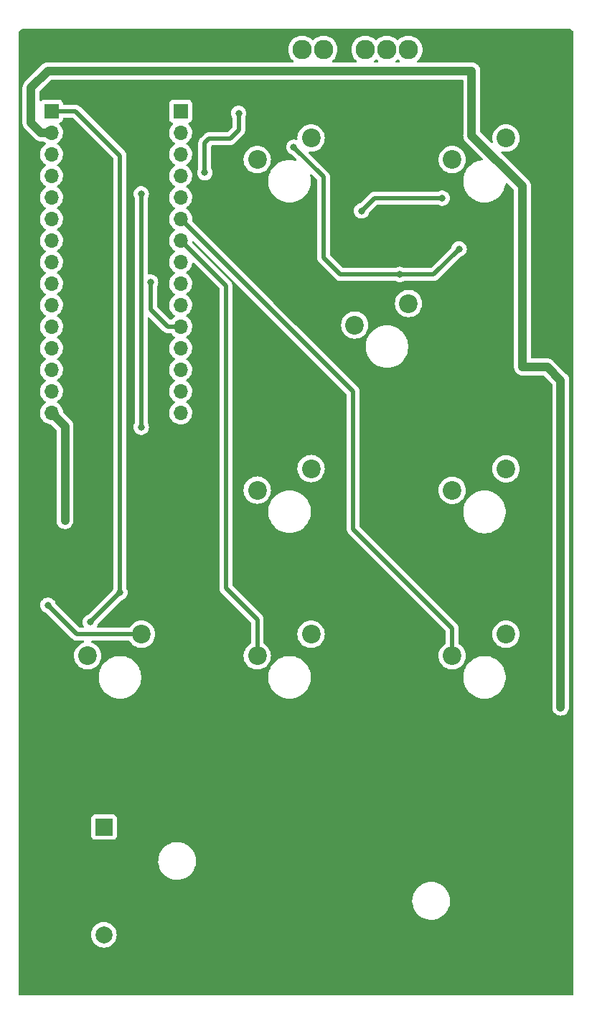
<source format=gbr>
%TF.GenerationSoftware,KiCad,Pcbnew,(6.0.9)*%
%TF.CreationDate,2023-01-10T14:41:21+08:00*%
%TF.ProjectId,keyboard-nano,6b657962-6f61-4726-942d-6e616e6f2e6b,rev?*%
%TF.SameCoordinates,Original*%
%TF.FileFunction,Copper,L2,Bot*%
%TF.FilePolarity,Positive*%
%FSLAX46Y46*%
G04 Gerber Fmt 4.6, Leading zero omitted, Abs format (unit mm)*
G04 Created by KiCad (PCBNEW (6.0.9)) date 2023-01-10 14:41:21*
%MOMM*%
%LPD*%
G01*
G04 APERTURE LIST*
%TA.AperFunction,ComponentPad*%
%ADD10C,2.200000*%
%TD*%
%TA.AperFunction,ComponentPad*%
%ADD11C,2.286000*%
%TD*%
%TA.AperFunction,ComponentPad*%
%ADD12R,2.000000X2.000000*%
%TD*%
%TA.AperFunction,ComponentPad*%
%ADD13C,2.000000*%
%TD*%
%TA.AperFunction,ComponentPad*%
%ADD14R,1.700000X1.700000*%
%TD*%
%TA.AperFunction,ComponentPad*%
%ADD15O,1.700000X1.700000*%
%TD*%
%TA.AperFunction,ViaPad*%
%ADD16C,0.800000*%
%TD*%
%TA.AperFunction,Conductor*%
%ADD17C,1.000000*%
%TD*%
%TA.AperFunction,Conductor*%
%ADD18C,0.500000*%
%TD*%
G04 APERTURE END LIST*
D10*
%TO.P,CB6,1*%
%TO.N,Net-(CB6-Pad1)*%
X167040000Y-52920000D03*
%TO.P,CB6,2*%
%TO.N,/D11*%
X160690000Y-55460000D03*
%TD*%
%TO.P,CB4,1*%
%TO.N,Net-(CB4-Pad1)*%
X167040000Y-91920000D03*
%TO.P,CB4,2*%
%TO.N,/D9*%
X160690000Y-94460000D03*
%TD*%
%TO.P,CB3,1*%
%TO.N,Net-(CB3-Pad1)*%
X144040000Y-91890000D03*
%TO.P,CB3,2*%
%TO.N,/D8*%
X137690000Y-94430000D03*
%TD*%
D11*
%TO.P,D2,1,K*%
%TO.N,Net-(D2-Pad1)*%
X145500000Y-42500000D03*
%TO.P,D2,2,A*%
%TO.N,Net-(D1-Pad1)*%
X143000000Y-42500000D03*
%TD*%
%TO.P,D3,1,GND*%
%TO.N,GND*%
X153000000Y-42500000D03*
%TO.P,D3,2,VCC*%
%TO.N,Net-(D3-Pad2)*%
X155540000Y-42500000D03*
%TO.P,D3,3,OUT*%
%TO.N,Net-(D3-Pad3)*%
X150460000Y-42500000D03*
%TD*%
D10*
%TO.P,CB2,1*%
%TO.N,Net-(CB2-Pad1)*%
X167040000Y-111420000D03*
%TO.P,CB2,2*%
%TO.N,/D7*%
X160690000Y-113960000D03*
%TD*%
%TO.P,CB5,1*%
%TO.N,Net-(CB5-Pad1)*%
X144040000Y-52920000D03*
%TO.P,CB5,2*%
%TO.N,/D10*%
X137690000Y-55460000D03*
%TD*%
D12*
%TO.P,BT1,1,+*%
%TO.N,Net-(BT1-Pad1)*%
X119600000Y-134150000D03*
D13*
%TO.P,BT1,2,-*%
%TO.N,GND*%
X119600000Y-146850000D03*
%TD*%
D10*
%TO.P,CB1,1*%
%TO.N,Net-(CB1-Pad1)*%
X144040000Y-111420000D03*
%TO.P,CB1,2*%
%TO.N,/D6*%
X137690000Y-113960000D03*
%TD*%
D14*
%TO.P,J1,1,D13/PB5*%
%TO.N,/D13*%
X113405000Y-49750000D03*
D15*
%TO.P,J1,2,+3V3*%
%TO.N,+3.3V*%
X113405000Y-52290000D03*
%TO.P,J1,3,AREF*%
%TO.N,unconnected-(J1-Pad3)*%
X113405000Y-54830000D03*
%TO.P,J1,4,A0/D14/ADC[0]/PC0*%
%TO.N,unconnected-(J1-Pad4)*%
X113405000Y-57370000D03*
%TO.P,J1,5,A1/D15/ADC[1]/PC1*%
%TO.N,unconnected-(J1-Pad5)*%
X113405000Y-59910000D03*
%TO.P,J1,6,A2/D16/ADC[2]/PC2*%
%TO.N,unconnected-(J1-Pad6)*%
X113405000Y-62450000D03*
%TO.P,J1,7,A3/D17/ADC[3]/PC3*%
%TO.N,unconnected-(J1-Pad7)*%
X113405000Y-64990000D03*
%TO.P,J1,8,A4/D18/ADC[4]/PC4*%
%TO.N,unconnected-(J1-Pad8)*%
X113405000Y-67530000D03*
%TO.P,J1,9,A5/D19/ADC[5]/PC5*%
%TO.N,unconnected-(J1-Pad9)*%
X113405000Y-70070000D03*
%TO.P,J1,10,A6_/ADC[6]/ADC[6]*%
%TO.N,unconnected-(J1-Pad10)*%
X113405000Y-72610000D03*
%TO.P,J1,11,A7_/ADC[7]/ADC[7]*%
%TO.N,unconnected-(J1-Pad11)*%
X113405000Y-75150000D03*
%TO.P,J1,12,+5V*%
%TO.N,unconnected-(J1-Pad12)*%
X113405000Y-77690000D03*
%TO.P,J1,13,RESET/PC6*%
%TO.N,unconnected-(J1-Pad13)*%
X113405000Y-80230000D03*
%TO.P,J1,14,GND*%
%TO.N,GND*%
X113405000Y-82770000D03*
%TO.P,J1,15,VIN*%
%TO.N,/5V*%
X113405000Y-85310000D03*
D14*
%TO.P,J1,16,CIPO/PB4/D12*%
%TO.N,/D12*%
X128645000Y-49750000D03*
D15*
%TO.P,J1,17,COPI/PB3/~{D11}*%
%TO.N,/D11*%
X128645000Y-52290000D03*
%TO.P,J1,18,PB2/~{D10}*%
%TO.N,/D10*%
X128645000Y-54830000D03*
%TO.P,J1,19,PB1/_~{D9}*%
%TO.N,/D9*%
X128645000Y-57370000D03*
%TO.P,J1,20,PB0/_D8*%
%TO.N,/D8*%
X128645000Y-59910000D03*
%TO.P,J1,21,PD7/_D7*%
%TO.N,/D7*%
X128645000Y-62450000D03*
%TO.P,J1,22,PD6/_~{D6}*%
%TO.N,/D6*%
X128645000Y-64990000D03*
%TO.P,J1,23,PD5/_~{D5}*%
%TO.N,unconnected-(J1-Pad23)*%
X128645000Y-67530000D03*
%TO.P,J1,24,PD4/_D4*%
%TO.N,unconnected-(J1-Pad24)*%
X128645000Y-70070000D03*
%TO.P,J1,25,PD3/_~{D3}*%
%TO.N,/D3*%
X128645000Y-72610000D03*
%TO.P,J1,26,PD2/_D2*%
%TO.N,/D2*%
X128645000Y-75150000D03*
%TO.P,J1,27,GND*%
%TO.N,unconnected-(J1-Pad27)*%
X128645000Y-77690000D03*
%TO.P,J1,28,PC6/RESET*%
%TO.N,unconnected-(J1-Pad28)*%
X128645000Y-80230000D03*
%TO.P,J1,29,PD0/D0/RX*%
%TO.N,unconnected-(J1-Pad29)*%
X128645000Y-82770000D03*
%TO.P,J1,30,PD1/D1/TX*%
%TO.N,unconnected-(J1-Pad30)*%
X128645000Y-85310000D03*
%TD*%
D10*
%TO.P,CB7,1*%
%TO.N,Net-(CB7-Pad1)*%
X155540000Y-72420000D03*
%TO.P,CB7,2*%
%TO.N,/D12*%
X149190000Y-74960000D03*
%TD*%
%TO.P,CB8,1*%
%TO.N,Net-(CB8-Pad1)*%
X124040000Y-111420000D03*
%TO.P,CB8,2*%
%TO.N,/D13*%
X117690000Y-113960000D03*
%TD*%
D16*
%TO.N,/5V*%
X115000000Y-98000000D03*
%TO.N,/D9*%
X124000000Y-59500000D03*
X124000000Y-87000000D03*
%TO.N,Net-(CB6-Pad1)*%
X159500000Y-60000000D03*
X150000000Y-61500000D03*
%TO.N,/D11*%
X161500000Y-66000000D03*
X154500000Y-69000000D03*
X142000000Y-54000000D03*
%TO.N,/D12*%
X135500000Y-50000000D03*
X131500000Y-57000000D03*
%TO.N,Net-(CB8-Pad1)*%
X113000000Y-108000000D03*
%TO.N,/D13*%
X118000000Y-110000000D03*
X121500000Y-106500000D03*
%TO.N,/D2*%
X125100688Y-69899312D03*
%TO.N,+3.3V*%
X169000000Y-79900000D03*
X163000000Y-45000000D03*
X173500000Y-120000000D03*
X173500000Y-100000000D03*
%TD*%
D17*
%TO.N,/5V*%
X115000000Y-86905000D02*
X113405000Y-85310000D01*
X115000000Y-98000000D02*
X115000000Y-86905000D01*
D18*
%TO.N,/D6*%
X134000000Y-70345000D02*
X134000000Y-106000000D01*
X128645000Y-64990000D02*
X134000000Y-70345000D01*
X134000000Y-106000000D02*
X137690000Y-109690000D01*
X137690000Y-109690000D02*
X137690000Y-113960000D01*
%TO.N,/D7*%
X149000000Y-82805000D02*
X149000000Y-99000000D01*
X149000000Y-99000000D02*
X160690000Y-110690000D01*
X160690000Y-110690000D02*
X160690000Y-113960000D01*
X128645000Y-62450000D02*
X149000000Y-82805000D01*
%TO.N,/D9*%
X124000000Y-59500000D02*
X124000000Y-87000000D01*
%TO.N,Net-(CB6-Pad1)*%
X151500000Y-60000000D02*
X159500000Y-60000000D01*
X150000000Y-61500000D02*
X151500000Y-60000000D01*
%TO.N,/D11*%
X145500000Y-67000000D02*
X147500000Y-69000000D01*
X161500000Y-66000000D02*
X158500000Y-69000000D01*
X145500000Y-57500000D02*
X145500000Y-67000000D01*
X142000000Y-54000000D02*
X145500000Y-57500000D01*
X158500000Y-69000000D02*
X154500000Y-69000000D01*
X147500000Y-69000000D02*
X154500000Y-69000000D01*
%TO.N,/D12*%
X135500000Y-50000000D02*
X135500000Y-52000000D01*
X131500000Y-53500000D02*
X131500000Y-57000000D01*
X132000000Y-53000000D02*
X131500000Y-53500000D01*
X134500000Y-53000000D02*
X132000000Y-53000000D01*
X135500000Y-52000000D02*
X134500000Y-53000000D01*
%TO.N,Net-(CB8-Pad1)*%
X116420000Y-111420000D02*
X124040000Y-111420000D01*
X113000000Y-108000000D02*
X116420000Y-111420000D01*
%TO.N,/D13*%
X118000000Y-110000000D02*
X121500000Y-106500000D01*
X121500000Y-55000000D02*
X121500000Y-106500000D01*
X113405000Y-49750000D02*
X116250000Y-49750000D01*
X116250000Y-49750000D02*
X121500000Y-55000000D01*
%TO.N,/D2*%
X125100688Y-73100688D02*
X127150000Y-75150000D01*
X125100688Y-69899312D02*
X125100688Y-73100688D01*
X127150000Y-75150000D02*
X128645000Y-75150000D01*
D17*
%TO.N,+3.3V*%
X111000000Y-47000000D02*
X113000000Y-45000000D01*
X112202919Y-52290000D02*
X111000000Y-51087081D01*
X169000000Y-79900000D02*
X171900000Y-79900000D01*
X173500000Y-81500000D02*
X173500000Y-100000000D01*
X111000000Y-51087081D02*
X111000000Y-47000000D01*
X163000000Y-45000000D02*
X163000000Y-52610911D01*
X113000000Y-45000000D02*
X163000000Y-45000000D01*
X163000000Y-52610911D02*
X169000000Y-58610911D01*
X113405000Y-52290000D02*
X112202919Y-52290000D01*
X173500000Y-100000000D02*
X173500000Y-120000000D01*
X171900000Y-79900000D02*
X173500000Y-81500000D01*
X169000000Y-58610911D02*
X169000000Y-79900000D01*
%TD*%
%TA.AperFunction,NonConductor*%
G36*
X154360988Y-43665031D02*
G01*
X154361886Y-43664133D01*
X154365389Y-43667636D01*
X154368602Y-43671398D01*
X154372364Y-43674611D01*
X154483686Y-43769689D01*
X154522496Y-43829139D01*
X154523002Y-43900134D01*
X154485046Y-43960133D01*
X154420678Y-43990086D01*
X154401856Y-43991500D01*
X154138144Y-43991500D01*
X154070023Y-43971498D01*
X154023530Y-43917842D01*
X154013426Y-43847568D01*
X154042920Y-43782988D01*
X154056314Y-43769689D01*
X154167636Y-43674611D01*
X154171398Y-43671398D01*
X154174611Y-43667636D01*
X154178114Y-43664133D01*
X154178982Y-43665001D01*
X154233637Y-43629321D01*
X154304631Y-43628813D01*
X154360988Y-43665031D01*
G37*
%TD.AperFunction*%
%TA.AperFunction,NonConductor*%
G36*
X151820988Y-43665031D02*
G01*
X151821886Y-43664133D01*
X151825389Y-43667636D01*
X151828602Y-43671398D01*
X151832364Y-43674611D01*
X151943686Y-43769689D01*
X151982496Y-43829139D01*
X151983002Y-43900134D01*
X151945046Y-43960133D01*
X151880678Y-43990086D01*
X151861856Y-43991500D01*
X151598144Y-43991500D01*
X151530023Y-43971498D01*
X151483530Y-43917842D01*
X151473426Y-43847568D01*
X151502920Y-43782988D01*
X151516314Y-43769689D01*
X151627636Y-43674611D01*
X151631398Y-43671398D01*
X151634611Y-43667636D01*
X151638114Y-43664133D01*
X151638982Y-43665001D01*
X151693637Y-43629321D01*
X151764631Y-43628813D01*
X151820988Y-43665031D01*
G37*
%TD.AperFunction*%
%TA.AperFunction,NonConductor*%
G36*
X174570741Y-40018172D02*
G01*
X174698813Y-40095595D01*
X174711334Y-40104238D01*
X174936171Y-40280385D01*
X174947560Y-40290475D01*
X174963095Y-40306010D01*
X174997121Y-40368322D01*
X175000000Y-40395105D01*
X175000000Y-153874000D01*
X174979998Y-153942121D01*
X174926342Y-153988614D01*
X174874000Y-154000000D01*
X109675105Y-154000000D01*
X109606984Y-153979998D01*
X109586010Y-153963095D01*
X109536905Y-153913990D01*
X109502879Y-153851678D01*
X109500000Y-153824895D01*
X109500000Y-146850000D01*
X118086835Y-146850000D01*
X118105465Y-147086711D01*
X118160895Y-147317594D01*
X118251760Y-147536963D01*
X118254346Y-147541183D01*
X118373241Y-147735202D01*
X118373245Y-147735208D01*
X118375824Y-147739416D01*
X118530031Y-147919969D01*
X118710584Y-148074176D01*
X118714792Y-148076755D01*
X118714798Y-148076759D01*
X118908817Y-148195654D01*
X118913037Y-148198240D01*
X118917607Y-148200133D01*
X118917611Y-148200135D01*
X119127833Y-148287211D01*
X119132406Y-148289105D01*
X119212609Y-148308360D01*
X119358476Y-148343380D01*
X119358482Y-148343381D01*
X119363289Y-148344535D01*
X119600000Y-148363165D01*
X119836711Y-148344535D01*
X119841518Y-148343381D01*
X119841524Y-148343380D01*
X119987391Y-148308360D01*
X120067594Y-148289105D01*
X120072167Y-148287211D01*
X120282389Y-148200135D01*
X120282393Y-148200133D01*
X120286963Y-148198240D01*
X120291183Y-148195654D01*
X120485202Y-148076759D01*
X120485208Y-148076755D01*
X120489416Y-148074176D01*
X120669969Y-147919969D01*
X120824176Y-147739416D01*
X120826755Y-147735208D01*
X120826759Y-147735202D01*
X120945654Y-147541183D01*
X120948240Y-147536963D01*
X121039105Y-147317594D01*
X121094535Y-147086711D01*
X121113165Y-146850000D01*
X121094535Y-146613289D01*
X121039105Y-146382406D01*
X120948240Y-146163037D01*
X120945654Y-146158817D01*
X120826759Y-145964798D01*
X120826755Y-145964792D01*
X120824176Y-145960584D01*
X120669969Y-145780031D01*
X120489416Y-145625824D01*
X120485208Y-145623245D01*
X120485202Y-145623241D01*
X120291183Y-145504346D01*
X120286963Y-145501760D01*
X120282393Y-145499867D01*
X120282389Y-145499865D01*
X120072167Y-145412789D01*
X120072165Y-145412788D01*
X120067594Y-145410895D01*
X119987391Y-145391640D01*
X119841524Y-145356620D01*
X119841518Y-145356619D01*
X119836711Y-145355465D01*
X119600000Y-145336835D01*
X119363289Y-145355465D01*
X119358482Y-145356619D01*
X119358476Y-145356620D01*
X119212609Y-145391640D01*
X119132406Y-145410895D01*
X119127835Y-145412788D01*
X119127833Y-145412789D01*
X118917611Y-145499865D01*
X118917607Y-145499867D01*
X118913037Y-145501760D01*
X118908817Y-145504346D01*
X118714798Y-145623241D01*
X118714792Y-145623245D01*
X118710584Y-145625824D01*
X118530031Y-145780031D01*
X118375824Y-145960584D01*
X118373245Y-145964792D01*
X118373241Y-145964798D01*
X118254346Y-146158817D01*
X118251760Y-146163037D01*
X118160895Y-146382406D01*
X118105465Y-146613289D01*
X118086835Y-146850000D01*
X109500000Y-146850000D01*
X109500000Y-142896880D01*
X155971992Y-142896880D01*
X155972355Y-142901028D01*
X155972355Y-142901032D01*
X155997487Y-143188293D01*
X155997488Y-143188301D01*
X155997852Y-143192459D01*
X156062577Y-143482021D01*
X156064019Y-143485941D01*
X156064021Y-143485947D01*
X156134619Y-143677827D01*
X156165029Y-143760480D01*
X156303410Y-144022942D01*
X156475288Y-144264797D01*
X156677642Y-144481796D01*
X156906918Y-144670125D01*
X157159088Y-144826477D01*
X157429722Y-144948105D01*
X157602390Y-144999580D01*
X157710065Y-145031679D01*
X157710067Y-145031679D01*
X157714064Y-145032871D01*
X157718184Y-145033524D01*
X157718186Y-145033524D01*
X157837106Y-145052359D01*
X158007119Y-145079286D01*
X158052146Y-145081331D01*
X158098497Y-145083436D01*
X158098516Y-145083436D01*
X158099916Y-145083500D01*
X158285264Y-145083500D01*
X158506056Y-145068835D01*
X158796910Y-145010188D01*
X159077453Y-144913590D01*
X159081196Y-144911716D01*
X159081200Y-144911714D01*
X159339012Y-144782611D01*
X159339014Y-144782610D01*
X159342756Y-144780736D01*
X159588158Y-144613961D01*
X159809346Y-144416196D01*
X160002436Y-144190914D01*
X160004711Y-144187411D01*
X160161763Y-143945572D01*
X160161765Y-143945569D01*
X160164035Y-143942073D01*
X160291304Y-143674046D01*
X160351696Y-143485947D01*
X160380726Y-143395530D01*
X160380727Y-143395524D01*
X160382006Y-143391542D01*
X160417091Y-143196548D01*
X160433809Y-143103632D01*
X160433810Y-143103627D01*
X160434548Y-143099523D01*
X160443751Y-142896880D01*
X160447819Y-142807290D01*
X160447819Y-142807285D01*
X160448008Y-142803120D01*
X160447645Y-142798968D01*
X160422513Y-142511707D01*
X160422512Y-142511699D01*
X160422148Y-142507541D01*
X160357423Y-142217979D01*
X160286773Y-142025954D01*
X160256418Y-141943452D01*
X160256416Y-141943448D01*
X160254971Y-141939520D01*
X160116590Y-141677058D01*
X159944712Y-141435203D01*
X159742358Y-141218204D01*
X159513082Y-141029875D01*
X159260912Y-140873523D01*
X158990278Y-140751895D01*
X158817610Y-140700420D01*
X158709935Y-140668321D01*
X158709933Y-140668321D01*
X158705936Y-140667129D01*
X158701816Y-140666476D01*
X158701814Y-140666476D01*
X158582894Y-140647641D01*
X158412881Y-140620714D01*
X158367854Y-140618669D01*
X158321503Y-140616564D01*
X158321484Y-140616564D01*
X158320084Y-140616500D01*
X158134736Y-140616500D01*
X157913944Y-140631165D01*
X157623090Y-140689812D01*
X157342547Y-140786410D01*
X157338804Y-140788284D01*
X157338800Y-140788286D01*
X157164179Y-140875730D01*
X157077244Y-140919264D01*
X156831842Y-141086039D01*
X156610654Y-141283804D01*
X156417564Y-141509086D01*
X156415290Y-141512588D01*
X156415289Y-141512589D01*
X156310698Y-141673646D01*
X156255965Y-141757927D01*
X156128696Y-142025954D01*
X156127417Y-142029937D01*
X156127416Y-142029940D01*
X156067044Y-142217979D01*
X156037994Y-142308458D01*
X156037253Y-142312577D01*
X156002174Y-142507541D01*
X155985452Y-142600477D01*
X155985263Y-142604644D01*
X155985262Y-142604651D01*
X155976060Y-142807290D01*
X155971992Y-142896880D01*
X109500000Y-142896880D01*
X109500000Y-138196880D01*
X126001992Y-138196880D01*
X126002355Y-138201028D01*
X126002355Y-138201032D01*
X126027487Y-138488293D01*
X126027488Y-138488301D01*
X126027852Y-138492459D01*
X126092577Y-138782021D01*
X126094019Y-138785941D01*
X126094021Y-138785947D01*
X126164619Y-138977827D01*
X126195029Y-139060480D01*
X126333410Y-139322942D01*
X126505288Y-139564797D01*
X126707642Y-139781796D01*
X126936918Y-139970125D01*
X127189088Y-140126477D01*
X127459722Y-140248105D01*
X127632390Y-140299580D01*
X127740065Y-140331679D01*
X127740067Y-140331679D01*
X127744064Y-140332871D01*
X127748184Y-140333524D01*
X127748186Y-140333524D01*
X127867106Y-140352359D01*
X128037119Y-140379286D01*
X128082146Y-140381331D01*
X128128497Y-140383436D01*
X128128516Y-140383436D01*
X128129916Y-140383500D01*
X128315264Y-140383500D01*
X128536056Y-140368835D01*
X128826910Y-140310188D01*
X129107453Y-140213590D01*
X129111196Y-140211716D01*
X129111200Y-140211714D01*
X129369012Y-140082611D01*
X129369014Y-140082610D01*
X129372756Y-140080736D01*
X129618158Y-139913961D01*
X129839346Y-139716196D01*
X130032436Y-139490914D01*
X130034711Y-139487411D01*
X130191763Y-139245572D01*
X130191765Y-139245569D01*
X130194035Y-139242073D01*
X130321304Y-138974046D01*
X130381696Y-138785947D01*
X130410726Y-138695530D01*
X130410727Y-138695524D01*
X130412006Y-138691542D01*
X130447091Y-138496548D01*
X130463809Y-138403632D01*
X130463810Y-138403627D01*
X130464548Y-138399523D01*
X130473751Y-138196880D01*
X130477819Y-138107290D01*
X130477819Y-138107285D01*
X130478008Y-138103120D01*
X130477645Y-138098968D01*
X130452513Y-137811707D01*
X130452512Y-137811699D01*
X130452148Y-137807541D01*
X130387423Y-137517979D01*
X130316773Y-137325954D01*
X130286418Y-137243452D01*
X130286416Y-137243448D01*
X130284971Y-137239520D01*
X130146590Y-136977058D01*
X129974712Y-136735203D01*
X129772358Y-136518204D01*
X129543082Y-136329875D01*
X129290912Y-136173523D01*
X129020278Y-136051895D01*
X128847610Y-136000420D01*
X128739935Y-135968321D01*
X128739933Y-135968321D01*
X128735936Y-135967129D01*
X128731816Y-135966476D01*
X128731814Y-135966476D01*
X128612894Y-135947641D01*
X128442881Y-135920714D01*
X128397854Y-135918669D01*
X128351503Y-135916564D01*
X128351484Y-135916564D01*
X128350084Y-135916500D01*
X128164736Y-135916500D01*
X127943944Y-135931165D01*
X127653090Y-135989812D01*
X127372547Y-136086410D01*
X127368804Y-136088284D01*
X127368800Y-136088286D01*
X127194179Y-136175730D01*
X127107244Y-136219264D01*
X126861842Y-136386039D01*
X126640654Y-136583804D01*
X126447564Y-136809086D01*
X126445290Y-136812588D01*
X126445289Y-136812589D01*
X126340698Y-136973646D01*
X126285965Y-137057927D01*
X126158696Y-137325954D01*
X126157417Y-137329937D01*
X126157416Y-137329940D01*
X126097044Y-137517979D01*
X126067994Y-137608458D01*
X126067253Y-137612577D01*
X126032174Y-137807541D01*
X126015452Y-137900477D01*
X126015263Y-137904644D01*
X126015262Y-137904651D01*
X126006060Y-138107290D01*
X126001992Y-138196880D01*
X109500000Y-138196880D01*
X109500000Y-135198134D01*
X118091500Y-135198134D01*
X118098255Y-135260316D01*
X118149385Y-135396705D01*
X118236739Y-135513261D01*
X118353295Y-135600615D01*
X118489684Y-135651745D01*
X118551866Y-135658500D01*
X120648134Y-135658500D01*
X120710316Y-135651745D01*
X120846705Y-135600615D01*
X120963261Y-135513261D01*
X121050615Y-135396705D01*
X121101745Y-135260316D01*
X121108500Y-135198134D01*
X121108500Y-133101866D01*
X121101745Y-133039684D01*
X121050615Y-132903295D01*
X120963261Y-132786739D01*
X120846705Y-132699385D01*
X120710316Y-132648255D01*
X120648134Y-132641500D01*
X118551866Y-132641500D01*
X118489684Y-132648255D01*
X118353295Y-132699385D01*
X118236739Y-132786739D01*
X118149385Y-132903295D01*
X118098255Y-133039684D01*
X118091500Y-133101866D01*
X118091500Y-135198134D01*
X109500000Y-135198134D01*
X109500000Y-116657821D01*
X118991500Y-116657821D01*
X119031060Y-116970975D01*
X119109557Y-117276702D01*
X119225753Y-117570179D01*
X119377816Y-117846779D01*
X119563346Y-118102140D01*
X119779418Y-118332233D01*
X120022625Y-118533432D01*
X120289131Y-118702562D01*
X120292710Y-118704246D01*
X120292717Y-118704250D01*
X120571144Y-118835267D01*
X120571148Y-118835269D01*
X120574734Y-118836956D01*
X120874928Y-118934495D01*
X121184980Y-118993641D01*
X121421162Y-119008500D01*
X121578838Y-119008500D01*
X121815020Y-118993641D01*
X122125072Y-118934495D01*
X122425266Y-118836956D01*
X122428852Y-118835269D01*
X122428856Y-118835267D01*
X122707283Y-118704250D01*
X122707290Y-118704246D01*
X122710869Y-118702562D01*
X122977375Y-118533432D01*
X123220582Y-118332233D01*
X123436654Y-118102140D01*
X123622184Y-117846779D01*
X123774247Y-117570179D01*
X123890443Y-117276702D01*
X123968940Y-116970975D01*
X124008500Y-116657821D01*
X138991500Y-116657821D01*
X139031060Y-116970975D01*
X139109557Y-117276702D01*
X139225753Y-117570179D01*
X139377816Y-117846779D01*
X139563346Y-118102140D01*
X139779418Y-118332233D01*
X140022625Y-118533432D01*
X140289131Y-118702562D01*
X140292710Y-118704246D01*
X140292717Y-118704250D01*
X140571144Y-118835267D01*
X140571148Y-118835269D01*
X140574734Y-118836956D01*
X140874928Y-118934495D01*
X141184980Y-118993641D01*
X141421162Y-119008500D01*
X141578838Y-119008500D01*
X141815020Y-118993641D01*
X142125072Y-118934495D01*
X142425266Y-118836956D01*
X142428852Y-118835269D01*
X142428856Y-118835267D01*
X142707283Y-118704250D01*
X142707290Y-118704246D01*
X142710869Y-118702562D01*
X142977375Y-118533432D01*
X143220582Y-118332233D01*
X143436654Y-118102140D01*
X143622184Y-117846779D01*
X143774247Y-117570179D01*
X143890443Y-117276702D01*
X143968940Y-116970975D01*
X144008500Y-116657821D01*
X161991500Y-116657821D01*
X162031060Y-116970975D01*
X162109557Y-117276702D01*
X162225753Y-117570179D01*
X162377816Y-117846779D01*
X162563346Y-118102140D01*
X162779418Y-118332233D01*
X163022625Y-118533432D01*
X163289131Y-118702562D01*
X163292710Y-118704246D01*
X163292717Y-118704250D01*
X163571144Y-118835267D01*
X163571148Y-118835269D01*
X163574734Y-118836956D01*
X163874928Y-118934495D01*
X164184980Y-118993641D01*
X164421162Y-119008500D01*
X164578838Y-119008500D01*
X164815020Y-118993641D01*
X165125072Y-118934495D01*
X165425266Y-118836956D01*
X165428852Y-118835269D01*
X165428856Y-118835267D01*
X165707283Y-118704250D01*
X165707290Y-118704246D01*
X165710869Y-118702562D01*
X165977375Y-118533432D01*
X166220582Y-118332233D01*
X166436654Y-118102140D01*
X166622184Y-117846779D01*
X166774247Y-117570179D01*
X166890443Y-117276702D01*
X166968940Y-116970975D01*
X167008500Y-116657821D01*
X167008500Y-116342179D01*
X166968940Y-116029025D01*
X166890443Y-115723298D01*
X166888990Y-115719628D01*
X166775702Y-115433495D01*
X166775700Y-115433490D01*
X166774247Y-115429821D01*
X166756542Y-115397616D01*
X166624093Y-115156693D01*
X166624091Y-115156690D01*
X166622184Y-115153221D01*
X166436654Y-114897860D01*
X166243810Y-114692502D01*
X166223297Y-114670658D01*
X166223296Y-114670657D01*
X166220582Y-114667767D01*
X165977375Y-114466568D01*
X165710869Y-114297438D01*
X165707290Y-114295754D01*
X165707283Y-114295750D01*
X165428856Y-114164733D01*
X165428852Y-114164731D01*
X165425266Y-114163044D01*
X165125072Y-114065505D01*
X164815020Y-114006359D01*
X164578838Y-113991500D01*
X164421162Y-113991500D01*
X164184980Y-114006359D01*
X163874928Y-114065505D01*
X163574734Y-114163044D01*
X163571148Y-114164731D01*
X163571144Y-114164733D01*
X163292717Y-114295750D01*
X163292710Y-114295754D01*
X163289131Y-114297438D01*
X163022625Y-114466568D01*
X162779418Y-114667767D01*
X162776704Y-114670657D01*
X162776703Y-114670658D01*
X162756190Y-114692502D01*
X162563346Y-114897860D01*
X162377816Y-115153221D01*
X162375909Y-115156690D01*
X162375907Y-115156693D01*
X162243458Y-115397616D01*
X162225753Y-115429821D01*
X162224300Y-115433490D01*
X162224298Y-115433495D01*
X162111010Y-115719628D01*
X162109557Y-115723298D01*
X162031060Y-116029025D01*
X161991500Y-116342179D01*
X161991500Y-116657821D01*
X144008500Y-116657821D01*
X144008500Y-116342179D01*
X143968940Y-116029025D01*
X143890443Y-115723298D01*
X143888990Y-115719628D01*
X143775702Y-115433495D01*
X143775700Y-115433490D01*
X143774247Y-115429821D01*
X143756542Y-115397616D01*
X143624093Y-115156693D01*
X143624091Y-115156690D01*
X143622184Y-115153221D01*
X143436654Y-114897860D01*
X143243810Y-114692502D01*
X143223297Y-114670658D01*
X143223296Y-114670657D01*
X143220582Y-114667767D01*
X142977375Y-114466568D01*
X142710869Y-114297438D01*
X142707290Y-114295754D01*
X142707283Y-114295750D01*
X142428856Y-114164733D01*
X142428852Y-114164731D01*
X142425266Y-114163044D01*
X142125072Y-114065505D01*
X141815020Y-114006359D01*
X141578838Y-113991500D01*
X141421162Y-113991500D01*
X141184980Y-114006359D01*
X140874928Y-114065505D01*
X140574734Y-114163044D01*
X140571148Y-114164731D01*
X140571144Y-114164733D01*
X140292717Y-114295750D01*
X140292710Y-114295754D01*
X140289131Y-114297438D01*
X140022625Y-114466568D01*
X139779418Y-114667767D01*
X139776704Y-114670657D01*
X139776703Y-114670658D01*
X139756190Y-114692502D01*
X139563346Y-114897860D01*
X139377816Y-115153221D01*
X139375909Y-115156690D01*
X139375907Y-115156693D01*
X139243458Y-115397616D01*
X139225753Y-115429821D01*
X139224300Y-115433490D01*
X139224298Y-115433495D01*
X139111010Y-115719628D01*
X139109557Y-115723298D01*
X139031060Y-116029025D01*
X138991500Y-116342179D01*
X138991500Y-116657821D01*
X124008500Y-116657821D01*
X124008500Y-116342179D01*
X123968940Y-116029025D01*
X123890443Y-115723298D01*
X123888990Y-115719628D01*
X123775702Y-115433495D01*
X123775700Y-115433490D01*
X123774247Y-115429821D01*
X123756542Y-115397616D01*
X123624093Y-115156693D01*
X123624091Y-115156690D01*
X123622184Y-115153221D01*
X123436654Y-114897860D01*
X123243810Y-114692502D01*
X123223297Y-114670658D01*
X123223296Y-114670657D01*
X123220582Y-114667767D01*
X122977375Y-114466568D01*
X122710869Y-114297438D01*
X122707290Y-114295754D01*
X122707283Y-114295750D01*
X122428856Y-114164733D01*
X122428852Y-114164731D01*
X122425266Y-114163044D01*
X122125072Y-114065505D01*
X121815020Y-114006359D01*
X121578838Y-113991500D01*
X121421162Y-113991500D01*
X121184980Y-114006359D01*
X120874928Y-114065505D01*
X120574734Y-114163044D01*
X120571148Y-114164731D01*
X120571144Y-114164733D01*
X120292717Y-114295750D01*
X120292710Y-114295754D01*
X120289131Y-114297438D01*
X120022625Y-114466568D01*
X119779418Y-114667767D01*
X119776704Y-114670657D01*
X119776703Y-114670658D01*
X119756190Y-114692502D01*
X119563346Y-114897860D01*
X119377816Y-115153221D01*
X119375909Y-115156690D01*
X119375907Y-115156693D01*
X119243458Y-115397616D01*
X119225753Y-115429821D01*
X119224300Y-115433490D01*
X119224298Y-115433495D01*
X119111010Y-115719628D01*
X119109557Y-115723298D01*
X119031060Y-116029025D01*
X118991500Y-116342179D01*
X118991500Y-116657821D01*
X109500000Y-116657821D01*
X109500000Y-46996462D01*
X109986626Y-46996462D01*
X109987206Y-47002593D01*
X109990941Y-47042109D01*
X109991500Y-47053967D01*
X109991500Y-51025238D01*
X109990763Y-51038845D01*
X109989485Y-51050615D01*
X109986676Y-51076469D01*
X109987213Y-51082604D01*
X109991050Y-51126469D01*
X109991379Y-51131295D01*
X109991500Y-51133767D01*
X109991500Y-51136850D01*
X109991801Y-51139918D01*
X109995690Y-51179587D01*
X109995812Y-51180900D01*
X110003913Y-51273494D01*
X110005400Y-51278613D01*
X110005920Y-51283914D01*
X110032791Y-51372915D01*
X110033126Y-51374048D01*
X110056486Y-51454450D01*
X110059091Y-51463417D01*
X110061544Y-51468149D01*
X110063084Y-51473250D01*
X110065978Y-51478693D01*
X110106731Y-51555341D01*
X110107343Y-51556507D01*
X110139158Y-51617883D01*
X110150108Y-51639007D01*
X110153431Y-51643170D01*
X110155934Y-51647877D01*
X110214755Y-51719999D01*
X110215446Y-51720855D01*
X110246738Y-51760054D01*
X110249242Y-51762558D01*
X110249884Y-51763276D01*
X110253585Y-51767609D01*
X110280935Y-51801143D01*
X110285682Y-51805070D01*
X110285684Y-51805072D01*
X110316262Y-51830368D01*
X110325042Y-51838358D01*
X111446064Y-52959379D01*
X111455166Y-52969522D01*
X111478887Y-52999025D01*
X111517375Y-53031320D01*
X111520994Y-53034478D01*
X111522809Y-53036124D01*
X111524994Y-53038309D01*
X111527374Y-53040264D01*
X111527384Y-53040273D01*
X111558155Y-53065549D01*
X111559170Y-53066391D01*
X111589094Y-53091500D01*
X111630393Y-53126154D01*
X111635067Y-53128723D01*
X111639180Y-53132102D01*
X111705140Y-53167469D01*
X111720966Y-53175955D01*
X111722096Y-53176568D01*
X111803706Y-53221433D01*
X111808788Y-53223045D01*
X111813482Y-53225562D01*
X111902450Y-53252762D01*
X111903478Y-53253082D01*
X111992225Y-53281235D01*
X111997521Y-53281829D01*
X112002617Y-53283387D01*
X112095176Y-53292790D01*
X112096312Y-53292911D01*
X112129927Y-53296681D01*
X112142649Y-53298108D01*
X112142653Y-53298108D01*
X112146146Y-53298500D01*
X112149673Y-53298500D01*
X112150658Y-53298555D01*
X112156338Y-53299002D01*
X112185744Y-53301989D01*
X112193256Y-53302752D01*
X112193258Y-53302752D01*
X112199381Y-53303374D01*
X112245027Y-53299059D01*
X112256886Y-53298500D01*
X112447393Y-53298500D01*
X112515514Y-53318502D01*
X112527877Y-53327555D01*
X112623126Y-53406632D01*
X112666735Y-53432115D01*
X112696445Y-53449476D01*
X112745169Y-53501114D01*
X112758240Y-53570897D01*
X112731509Y-53636669D01*
X112691055Y-53670027D01*
X112678607Y-53676507D01*
X112674474Y-53679610D01*
X112674471Y-53679612D01*
X112509076Y-53803794D01*
X112499965Y-53810635D01*
X112345629Y-53972138D01*
X112342715Y-53976410D01*
X112342714Y-53976411D01*
X112309589Y-54024970D01*
X112219743Y-54156680D01*
X112204310Y-54189928D01*
X112144350Y-54319102D01*
X112125688Y-54359305D01*
X112065989Y-54574570D01*
X112042251Y-54796695D01*
X112042548Y-54801848D01*
X112042548Y-54801851D01*
X112051209Y-54952063D01*
X112055110Y-55019715D01*
X112056247Y-55024761D01*
X112056248Y-55024767D01*
X112061511Y-55048118D01*
X112104222Y-55237639D01*
X112165673Y-55388976D01*
X112183838Y-55433710D01*
X112188266Y-55444616D01*
X112226102Y-55506359D01*
X112263099Y-55566732D01*
X112304987Y-55635088D01*
X112451250Y-55803938D01*
X112623126Y-55946632D01*
X112657243Y-55966568D01*
X112696445Y-55989476D01*
X112745169Y-56041114D01*
X112758240Y-56110897D01*
X112731509Y-56176669D01*
X112691055Y-56210027D01*
X112678607Y-56216507D01*
X112674474Y-56219610D01*
X112674471Y-56219612D01*
X112650247Y-56237800D01*
X112499965Y-56350635D01*
X112345629Y-56512138D01*
X112219743Y-56696680D01*
X112125688Y-56899305D01*
X112065989Y-57114570D01*
X112042251Y-57336695D01*
X112042548Y-57341848D01*
X112042548Y-57341851D01*
X112049578Y-57463777D01*
X112055110Y-57559715D01*
X112056247Y-57564761D01*
X112056248Y-57564767D01*
X112076119Y-57652939D01*
X112104222Y-57777639D01*
X112188266Y-57984616D01*
X112234618Y-58060256D01*
X112291980Y-58153862D01*
X112304987Y-58175088D01*
X112451250Y-58343938D01*
X112623126Y-58486632D01*
X112675240Y-58517085D01*
X112696445Y-58529476D01*
X112745169Y-58581114D01*
X112758240Y-58650897D01*
X112731509Y-58716669D01*
X112691055Y-58750027D01*
X112678607Y-58756507D01*
X112674474Y-58759610D01*
X112674471Y-58759612D01*
X112504100Y-58887530D01*
X112499965Y-58890635D01*
X112345629Y-59052138D01*
X112342715Y-59056410D01*
X112342714Y-59056411D01*
X112293577Y-59128444D01*
X112219743Y-59236680D01*
X112198486Y-59282474D01*
X112140486Y-59407426D01*
X112125688Y-59439305D01*
X112065989Y-59654570D01*
X112065440Y-59659707D01*
X112047003Y-59832233D01*
X112042251Y-59876695D01*
X112042548Y-59881848D01*
X112042548Y-59881851D01*
X112049547Y-60003238D01*
X112055110Y-60099715D01*
X112056247Y-60104761D01*
X112056248Y-60104767D01*
X112075441Y-60189928D01*
X112104222Y-60317639D01*
X112142461Y-60411811D01*
X112175790Y-60493890D01*
X112188266Y-60524616D01*
X112190965Y-60529020D01*
X112299539Y-60706197D01*
X112304987Y-60715088D01*
X112451250Y-60883938D01*
X112623126Y-61026632D01*
X112693595Y-61067811D01*
X112696445Y-61069476D01*
X112745169Y-61121114D01*
X112758240Y-61190897D01*
X112731509Y-61256669D01*
X112691055Y-61290027D01*
X112678607Y-61296507D01*
X112674474Y-61299610D01*
X112674471Y-61299612D01*
X112650247Y-61317800D01*
X112499965Y-61430635D01*
X112345629Y-61592138D01*
X112219743Y-61776680D01*
X112125688Y-61979305D01*
X112065989Y-62194570D01*
X112042251Y-62416695D01*
X112042548Y-62421848D01*
X112042548Y-62421851D01*
X112048011Y-62516590D01*
X112055110Y-62639715D01*
X112056247Y-62644761D01*
X112056248Y-62644767D01*
X112071624Y-62712991D01*
X112104222Y-62857639D01*
X112188266Y-63064616D01*
X112304987Y-63255088D01*
X112451250Y-63423938D01*
X112623126Y-63566632D01*
X112693595Y-63607811D01*
X112696445Y-63609476D01*
X112745169Y-63661114D01*
X112758240Y-63730897D01*
X112731509Y-63796669D01*
X112691055Y-63830027D01*
X112678607Y-63836507D01*
X112674474Y-63839610D01*
X112674471Y-63839612D01*
X112650247Y-63857800D01*
X112499965Y-63970635D01*
X112345629Y-64132138D01*
X112219743Y-64316680D01*
X112125688Y-64519305D01*
X112065989Y-64734570D01*
X112042251Y-64956695D01*
X112042548Y-64961848D01*
X112042548Y-64961851D01*
X112047836Y-65053561D01*
X112055110Y-65179715D01*
X112056247Y-65184761D01*
X112056248Y-65184767D01*
X112071624Y-65252991D01*
X112104222Y-65397639D01*
X112188266Y-65604616D01*
X112304987Y-65795088D01*
X112451250Y-65963938D01*
X112623126Y-66106632D01*
X112693595Y-66147811D01*
X112696445Y-66149476D01*
X112745169Y-66201114D01*
X112758240Y-66270897D01*
X112731509Y-66336669D01*
X112691055Y-66370027D01*
X112678607Y-66376507D01*
X112674474Y-66379610D01*
X112674471Y-66379612D01*
X112650247Y-66397800D01*
X112499965Y-66510635D01*
X112496393Y-66514373D01*
X112356835Y-66660412D01*
X112345629Y-66672138D01*
X112342715Y-66676410D01*
X112342714Y-66676411D01*
X112267114Y-66787237D01*
X112219743Y-66856680D01*
X112204003Y-66890590D01*
X112134357Y-67040630D01*
X112125688Y-67059305D01*
X112065989Y-67274570D01*
X112042251Y-67496695D01*
X112042548Y-67501848D01*
X112042548Y-67501851D01*
X112047836Y-67593561D01*
X112055110Y-67719715D01*
X112056247Y-67724761D01*
X112056248Y-67724767D01*
X112076119Y-67812937D01*
X112104222Y-67937639D01*
X112188266Y-68144616D01*
X112304987Y-68335088D01*
X112451250Y-68503938D01*
X112623126Y-68646632D01*
X112693595Y-68687811D01*
X112696445Y-68689476D01*
X112745169Y-68741114D01*
X112758240Y-68810897D01*
X112731509Y-68876669D01*
X112691055Y-68910027D01*
X112678607Y-68916507D01*
X112674474Y-68919610D01*
X112674471Y-68919612D01*
X112526758Y-69030518D01*
X112499965Y-69050635D01*
X112345629Y-69212138D01*
X112342715Y-69216410D01*
X112342714Y-69216411D01*
X112330404Y-69234457D01*
X112219743Y-69396680D01*
X112204003Y-69430590D01*
X112128814Y-69592571D01*
X112125688Y-69599305D01*
X112065989Y-69814570D01*
X112042251Y-70036695D01*
X112042548Y-70041848D01*
X112042548Y-70041851D01*
X112048011Y-70136590D01*
X112055110Y-70259715D01*
X112056247Y-70264761D01*
X112056248Y-70264767D01*
X112076119Y-70352939D01*
X112104222Y-70477639D01*
X112188266Y-70684616D01*
X112239019Y-70767438D01*
X112275146Y-70826391D01*
X112304987Y-70875088D01*
X112451250Y-71043938D01*
X112623126Y-71186632D01*
X112693595Y-71227811D01*
X112696445Y-71229476D01*
X112745169Y-71281114D01*
X112758240Y-71350897D01*
X112731509Y-71416669D01*
X112691055Y-71450027D01*
X112678607Y-71456507D01*
X112674474Y-71459610D01*
X112674471Y-71459612D01*
X112652860Y-71475838D01*
X112499965Y-71590635D01*
X112345629Y-71752138D01*
X112219743Y-71936680D01*
X112125688Y-72139305D01*
X112065989Y-72354570D01*
X112042251Y-72576695D01*
X112042548Y-72581848D01*
X112042548Y-72581851D01*
X112054348Y-72786507D01*
X112055110Y-72799715D01*
X112056247Y-72804761D01*
X112056248Y-72804767D01*
X112060450Y-72823412D01*
X112104222Y-73017639D01*
X112188266Y-73224616D01*
X112190965Y-73229020D01*
X112275146Y-73366391D01*
X112304987Y-73415088D01*
X112451250Y-73583938D01*
X112623126Y-73726632D01*
X112693595Y-73767811D01*
X112696445Y-73769476D01*
X112745169Y-73821114D01*
X112758240Y-73890897D01*
X112731509Y-73956669D01*
X112691055Y-73990027D01*
X112678607Y-73996507D01*
X112674474Y-73999610D01*
X112674471Y-73999612D01*
X112584386Y-74067250D01*
X112499965Y-74130635D01*
X112345629Y-74292138D01*
X112342716Y-74296408D01*
X112342714Y-74296411D01*
X112305488Y-74350982D01*
X112219743Y-74476680D01*
X112125688Y-74679305D01*
X112065989Y-74894570D01*
X112042251Y-75116695D01*
X112042548Y-75121848D01*
X112042548Y-75121851D01*
X112048011Y-75216590D01*
X112055110Y-75339715D01*
X112056247Y-75344761D01*
X112056248Y-75344767D01*
X112076119Y-75432939D01*
X112104222Y-75557639D01*
X112158984Y-75692502D01*
X112177484Y-75738062D01*
X112188266Y-75764616D01*
X112204693Y-75791423D01*
X112277629Y-75910443D01*
X112304987Y-75955088D01*
X112451250Y-76123938D01*
X112623126Y-76266632D01*
X112693595Y-76307811D01*
X112696445Y-76309476D01*
X112745169Y-76361114D01*
X112758240Y-76430897D01*
X112731509Y-76496669D01*
X112691055Y-76530027D01*
X112678607Y-76536507D01*
X112674474Y-76539610D01*
X112674471Y-76539612D01*
X112504100Y-76667530D01*
X112499965Y-76670635D01*
X112345629Y-76832138D01*
X112219743Y-77016680D01*
X112125688Y-77219305D01*
X112065989Y-77434570D01*
X112042251Y-77656695D01*
X112042548Y-77661848D01*
X112042548Y-77661851D01*
X112048011Y-77756590D01*
X112055110Y-77879715D01*
X112056247Y-77884761D01*
X112056248Y-77884767D01*
X112075677Y-77970975D01*
X112104222Y-78097639D01*
X112142461Y-78191811D01*
X112178422Y-78280372D01*
X112188266Y-78304616D01*
X112304987Y-78495088D01*
X112451250Y-78663938D01*
X112623126Y-78806632D01*
X112642310Y-78817842D01*
X112696445Y-78849476D01*
X112745169Y-78901114D01*
X112758240Y-78970897D01*
X112731509Y-79036669D01*
X112691055Y-79070027D01*
X112678607Y-79076507D01*
X112674474Y-79079610D01*
X112674471Y-79079612D01*
X112519747Y-79195782D01*
X112499965Y-79210635D01*
X112345629Y-79372138D01*
X112219743Y-79556680D01*
X112204003Y-79590590D01*
X112151244Y-79704250D01*
X112125688Y-79759305D01*
X112065989Y-79974570D01*
X112042251Y-80196695D01*
X112042548Y-80201848D01*
X112042548Y-80201851D01*
X112048011Y-80296590D01*
X112055110Y-80419715D01*
X112056247Y-80424761D01*
X112056248Y-80424767D01*
X112065445Y-80465574D01*
X112104222Y-80637639D01*
X112147029Y-80743061D01*
X112184439Y-80835190D01*
X112188266Y-80844616D01*
X112223801Y-80902604D01*
X112245861Y-80938602D01*
X112304987Y-81035088D01*
X112451250Y-81203938D01*
X112623126Y-81346632D01*
X112693595Y-81387811D01*
X112696445Y-81389476D01*
X112745169Y-81441114D01*
X112758240Y-81510897D01*
X112731509Y-81576669D01*
X112691055Y-81610027D01*
X112678607Y-81616507D01*
X112674474Y-81619610D01*
X112674471Y-81619612D01*
X112650247Y-81637800D01*
X112499965Y-81750635D01*
X112496393Y-81754373D01*
X112375550Y-81880828D01*
X112345629Y-81912138D01*
X112219743Y-82096680D01*
X112204003Y-82130590D01*
X112144168Y-82259494D01*
X112125688Y-82299305D01*
X112065989Y-82514570D01*
X112042251Y-82736695D01*
X112042548Y-82741848D01*
X112042548Y-82741851D01*
X112054812Y-82954547D01*
X112055110Y-82959715D01*
X112056247Y-82964761D01*
X112056248Y-82964767D01*
X112076119Y-83052939D01*
X112104222Y-83177639D01*
X112188266Y-83384616D01*
X112304987Y-83575088D01*
X112451250Y-83743938D01*
X112623126Y-83886632D01*
X112693595Y-83927811D01*
X112696445Y-83929476D01*
X112745169Y-83981114D01*
X112758240Y-84050897D01*
X112731509Y-84116669D01*
X112691055Y-84150027D01*
X112678607Y-84156507D01*
X112674474Y-84159610D01*
X112674471Y-84159612D01*
X112650247Y-84177800D01*
X112499965Y-84290635D01*
X112345629Y-84452138D01*
X112219743Y-84636680D01*
X112125688Y-84839305D01*
X112065989Y-85054570D01*
X112042251Y-85276695D01*
X112042548Y-85281848D01*
X112042548Y-85281851D01*
X112048011Y-85376590D01*
X112055110Y-85499715D01*
X112056247Y-85504761D01*
X112056248Y-85504767D01*
X112076119Y-85592939D01*
X112104222Y-85717639D01*
X112188266Y-85924616D01*
X112304987Y-86115088D01*
X112451250Y-86283938D01*
X112623126Y-86426632D01*
X112816000Y-86539338D01*
X113024692Y-86619030D01*
X113029760Y-86620061D01*
X113029763Y-86620062D01*
X113199343Y-86654563D01*
X113243597Y-86663567D01*
X113248774Y-86663757D01*
X113248775Y-86663757D01*
X113286238Y-86665131D01*
X113353580Y-86687616D01*
X113370715Y-86701950D01*
X113954595Y-87285829D01*
X113988620Y-87348142D01*
X113991500Y-87374925D01*
X113991500Y-98049769D01*
X113991800Y-98052825D01*
X113991800Y-98052832D01*
X113992530Y-98060273D01*
X114005920Y-98196833D01*
X114063084Y-98386169D01*
X114155934Y-98560796D01*
X114215335Y-98633629D01*
X114277040Y-98709287D01*
X114277043Y-98709290D01*
X114280935Y-98714062D01*
X114285682Y-98717989D01*
X114285684Y-98717991D01*
X114428575Y-98836201D01*
X114428579Y-98836203D01*
X114433325Y-98840130D01*
X114607299Y-98934198D01*
X114796232Y-98992682D01*
X114802357Y-98993326D01*
X114802358Y-98993326D01*
X114986796Y-99012711D01*
X114986798Y-99012711D01*
X114992925Y-99013355D01*
X115101961Y-99003432D01*
X115183749Y-98995989D01*
X115183752Y-98995988D01*
X115189888Y-98995430D01*
X115195794Y-98993692D01*
X115195798Y-98993691D01*
X115300924Y-98962751D01*
X115379619Y-98939590D01*
X115385077Y-98936737D01*
X115385081Y-98936735D01*
X115475853Y-98889280D01*
X115554890Y-98847960D01*
X115709025Y-98724032D01*
X115836154Y-98572526D01*
X115839121Y-98567128D01*
X115839125Y-98567123D01*
X115928467Y-98404608D01*
X115931433Y-98399213D01*
X115933846Y-98391608D01*
X115989373Y-98216564D01*
X115989373Y-98216563D01*
X115991235Y-98210694D01*
X116008500Y-98056773D01*
X116008500Y-86966850D01*
X116009237Y-86953242D01*
X116012659Y-86921739D01*
X116013325Y-86915612D01*
X116008947Y-86865570D01*
X116008621Y-86860788D01*
X116008500Y-86858310D01*
X116008500Y-86855231D01*
X116008201Y-86852177D01*
X116008200Y-86852166D01*
X116004313Y-86812529D01*
X116004191Y-86811215D01*
X115996623Y-86724718D01*
X115996087Y-86718587D01*
X115994600Y-86713468D01*
X115994080Y-86708167D01*
X115967209Y-86619166D01*
X115966874Y-86618033D01*
X115942630Y-86534586D01*
X115942628Y-86534582D01*
X115940909Y-86528664D01*
X115938456Y-86523932D01*
X115936916Y-86518831D01*
X115915149Y-86477892D01*
X115893269Y-86436740D01*
X115892657Y-86435574D01*
X115852729Y-86358547D01*
X115849892Y-86353074D01*
X115846569Y-86348911D01*
X115844066Y-86344204D01*
X115785261Y-86272102D01*
X115784433Y-86271075D01*
X115755469Y-86234792D01*
X115755464Y-86234787D01*
X115753262Y-86232028D01*
X115750761Y-86229527D01*
X115750119Y-86228809D01*
X115746406Y-86224461D01*
X115738642Y-86214941D01*
X115719065Y-86190938D01*
X115714323Y-86187015D01*
X115714321Y-86187013D01*
X115683727Y-86161703D01*
X115674947Y-86153713D01*
X114795199Y-85273965D01*
X114761173Y-85211653D01*
X114758718Y-85195195D01*
X114750276Y-85092521D01*
X114749852Y-85087361D01*
X114695431Y-84870702D01*
X114606354Y-84665840D01*
X114485014Y-84478277D01*
X114334670Y-84313051D01*
X114330619Y-84309852D01*
X114330615Y-84309848D01*
X114163414Y-84177800D01*
X114163410Y-84177798D01*
X114159359Y-84174598D01*
X114118053Y-84151796D01*
X114068084Y-84101364D01*
X114053312Y-84031921D01*
X114078428Y-83965516D01*
X114105780Y-83938909D01*
X114149603Y-83907650D01*
X114284860Y-83811173D01*
X114443096Y-83653489D01*
X114502594Y-83570689D01*
X114570435Y-83476277D01*
X114573453Y-83472077D01*
X114672430Y-83271811D01*
X114737370Y-83058069D01*
X114766529Y-82836590D01*
X114768156Y-82770000D01*
X114749852Y-82547361D01*
X114695431Y-82330702D01*
X114606354Y-82125840D01*
X114566906Y-82064862D01*
X114487822Y-81942617D01*
X114487820Y-81942614D01*
X114485014Y-81938277D01*
X114334670Y-81773051D01*
X114330619Y-81769852D01*
X114330615Y-81769848D01*
X114163414Y-81637800D01*
X114163410Y-81637798D01*
X114159359Y-81634598D01*
X114118053Y-81611796D01*
X114068084Y-81561364D01*
X114053312Y-81491921D01*
X114078428Y-81425516D01*
X114105780Y-81398909D01*
X114149603Y-81367650D01*
X114284860Y-81271173D01*
X114443096Y-81113489D01*
X114446762Y-81108388D01*
X114570435Y-80936277D01*
X114573453Y-80932077D01*
X114584948Y-80908820D01*
X114670136Y-80736453D01*
X114670137Y-80736451D01*
X114672430Y-80731811D01*
X114732209Y-80535056D01*
X114735865Y-80523023D01*
X114735865Y-80523021D01*
X114737370Y-80518069D01*
X114766529Y-80296590D01*
X114766677Y-80290550D01*
X114768074Y-80233365D01*
X114768074Y-80233361D01*
X114768156Y-80230000D01*
X114749852Y-80007361D01*
X114695431Y-79790702D01*
X114606354Y-79585840D01*
X114485014Y-79398277D01*
X114334670Y-79233051D01*
X114330619Y-79229852D01*
X114330615Y-79229848D01*
X114163414Y-79097800D01*
X114163410Y-79097798D01*
X114159359Y-79094598D01*
X114118053Y-79071796D01*
X114068084Y-79021364D01*
X114053312Y-78951921D01*
X114078428Y-78885516D01*
X114105780Y-78858909D01*
X114163354Y-78817842D01*
X114284860Y-78731173D01*
X114443096Y-78573489D01*
X114448115Y-78566505D01*
X114570435Y-78396277D01*
X114573453Y-78392077D01*
X114672430Y-78191811D01*
X114737370Y-77978069D01*
X114766529Y-77756590D01*
X114768156Y-77690000D01*
X114749852Y-77467361D01*
X114695431Y-77250702D01*
X114606354Y-77045840D01*
X114485014Y-76858277D01*
X114334670Y-76693051D01*
X114330619Y-76689852D01*
X114330615Y-76689848D01*
X114163414Y-76557800D01*
X114163410Y-76557798D01*
X114159359Y-76554598D01*
X114118053Y-76531796D01*
X114068084Y-76481364D01*
X114053312Y-76411921D01*
X114078428Y-76345516D01*
X114105780Y-76318909D01*
X114149603Y-76287650D01*
X114284860Y-76191173D01*
X114443096Y-76033489D01*
X114502594Y-75950689D01*
X114570435Y-75856277D01*
X114573453Y-75852077D01*
X114583099Y-75832561D01*
X114670136Y-75656453D01*
X114670137Y-75656451D01*
X114672430Y-75651811D01*
X114737370Y-75438069D01*
X114766529Y-75216590D01*
X114767796Y-75164733D01*
X114768074Y-75153365D01*
X114768074Y-75153361D01*
X114768156Y-75150000D01*
X114749852Y-74927361D01*
X114695431Y-74710702D01*
X114606354Y-74505840D01*
X114506172Y-74350982D01*
X114487822Y-74322617D01*
X114487820Y-74322614D01*
X114485014Y-74318277D01*
X114334670Y-74153051D01*
X114330619Y-74149852D01*
X114330615Y-74149848D01*
X114163414Y-74017800D01*
X114163410Y-74017798D01*
X114159359Y-74014598D01*
X114118053Y-73991796D01*
X114068084Y-73941364D01*
X114053312Y-73871921D01*
X114078428Y-73805516D01*
X114105780Y-73778909D01*
X114149603Y-73747650D01*
X114284860Y-73651173D01*
X114443096Y-73493489D01*
X114502594Y-73410689D01*
X114570435Y-73316277D01*
X114573453Y-73312077D01*
X114652320Y-73152502D01*
X114670136Y-73116453D01*
X114670137Y-73116451D01*
X114672430Y-73111811D01*
X114737370Y-72898069D01*
X114766529Y-72676590D01*
X114768156Y-72610000D01*
X114749852Y-72387361D01*
X114695431Y-72170702D01*
X114606354Y-71965840D01*
X114485014Y-71778277D01*
X114334670Y-71613051D01*
X114330619Y-71609852D01*
X114330615Y-71609848D01*
X114163414Y-71477800D01*
X114163410Y-71477798D01*
X114159359Y-71474598D01*
X114118053Y-71451796D01*
X114068084Y-71401364D01*
X114053312Y-71331921D01*
X114078428Y-71265516D01*
X114105780Y-71238909D01*
X114149603Y-71207650D01*
X114284860Y-71111173D01*
X114443096Y-70953489D01*
X114502594Y-70870689D01*
X114570435Y-70776277D01*
X114573453Y-70772077D01*
X114616693Y-70684588D01*
X114670136Y-70576453D01*
X114670137Y-70576451D01*
X114672430Y-70571811D01*
X114732739Y-70373311D01*
X114735865Y-70363023D01*
X114735865Y-70363021D01*
X114737370Y-70358069D01*
X114766529Y-70136590D01*
X114768156Y-70070000D01*
X114749852Y-69847361D01*
X114695431Y-69630702D01*
X114606354Y-69425840D01*
X114485014Y-69238277D01*
X114334670Y-69073051D01*
X114330619Y-69069852D01*
X114330615Y-69069848D01*
X114163414Y-68937800D01*
X114163410Y-68937798D01*
X114159359Y-68934598D01*
X114118053Y-68911796D01*
X114068084Y-68861364D01*
X114053312Y-68791921D01*
X114078428Y-68725516D01*
X114105780Y-68698909D01*
X114149603Y-68667650D01*
X114284860Y-68571173D01*
X114443096Y-68413489D01*
X114502594Y-68330689D01*
X114570435Y-68236277D01*
X114573453Y-68232077D01*
X114578682Y-68221498D01*
X114670136Y-68036453D01*
X114670137Y-68036451D01*
X114672430Y-68031811D01*
X114737370Y-67818069D01*
X114766529Y-67596590D01*
X114768156Y-67530000D01*
X114749852Y-67307361D01*
X114695431Y-67090702D01*
X114606354Y-66885840D01*
X114542565Y-66787237D01*
X114487822Y-66702617D01*
X114487820Y-66702614D01*
X114485014Y-66698277D01*
X114334670Y-66533051D01*
X114330619Y-66529852D01*
X114330615Y-66529848D01*
X114163414Y-66397800D01*
X114163410Y-66397798D01*
X114159359Y-66394598D01*
X114118053Y-66371796D01*
X114068084Y-66321364D01*
X114053312Y-66251921D01*
X114078428Y-66185516D01*
X114105780Y-66158909D01*
X114149603Y-66127650D01*
X114284860Y-66031173D01*
X114443096Y-65873489D01*
X114480003Y-65822128D01*
X114570435Y-65696277D01*
X114573453Y-65692077D01*
X114672430Y-65491811D01*
X114737370Y-65278069D01*
X114766529Y-65056590D01*
X114768156Y-64990000D01*
X114749852Y-64767361D01*
X114695431Y-64550702D01*
X114606354Y-64345840D01*
X114485014Y-64158277D01*
X114334670Y-63993051D01*
X114330619Y-63989852D01*
X114330615Y-63989848D01*
X114163414Y-63857800D01*
X114163410Y-63857798D01*
X114159359Y-63854598D01*
X114118053Y-63831796D01*
X114068084Y-63781364D01*
X114053312Y-63711921D01*
X114078428Y-63645516D01*
X114105780Y-63618909D01*
X114149603Y-63587650D01*
X114284860Y-63491173D01*
X114443096Y-63333489D01*
X114502594Y-63250689D01*
X114570435Y-63156277D01*
X114573453Y-63152077D01*
X114672430Y-62951811D01*
X114737370Y-62738069D01*
X114766529Y-62516590D01*
X114768156Y-62450000D01*
X114749852Y-62227361D01*
X114695431Y-62010702D01*
X114606354Y-61805840D01*
X114566906Y-61744862D01*
X114487822Y-61622617D01*
X114487820Y-61622614D01*
X114485014Y-61618277D01*
X114334670Y-61453051D01*
X114330619Y-61449852D01*
X114330615Y-61449848D01*
X114163414Y-61317800D01*
X114163410Y-61317798D01*
X114159359Y-61314598D01*
X114118053Y-61291796D01*
X114068084Y-61241364D01*
X114053312Y-61171921D01*
X114078428Y-61105516D01*
X114105780Y-61078909D01*
X114149603Y-61047650D01*
X114284860Y-60951173D01*
X114327683Y-60908500D01*
X114439435Y-60797137D01*
X114443096Y-60793489D01*
X114447589Y-60787237D01*
X114570435Y-60616277D01*
X114573453Y-60612077D01*
X114587503Y-60583650D01*
X114670136Y-60416453D01*
X114670137Y-60416451D01*
X114672430Y-60411811D01*
X114737370Y-60198069D01*
X114766529Y-59976590D01*
X114768156Y-59910000D01*
X114749852Y-59687361D01*
X114695431Y-59470702D01*
X114606354Y-59265840D01*
X114566906Y-59204862D01*
X114487822Y-59082617D01*
X114487820Y-59082614D01*
X114485014Y-59078277D01*
X114334670Y-58913051D01*
X114330619Y-58909852D01*
X114330615Y-58909848D01*
X114163414Y-58777800D01*
X114163410Y-58777798D01*
X114159359Y-58774598D01*
X114118053Y-58751796D01*
X114068084Y-58701364D01*
X114053312Y-58631921D01*
X114078428Y-58565516D01*
X114105780Y-58538909D01*
X114149603Y-58507650D01*
X114284860Y-58411173D01*
X114443096Y-58253489D01*
X114456605Y-58234690D01*
X114570435Y-58076277D01*
X114573453Y-58072077D01*
X114577222Y-58064452D01*
X114670136Y-57876453D01*
X114670137Y-57876451D01*
X114672430Y-57871811D01*
X114731051Y-57678866D01*
X114735865Y-57663023D01*
X114735865Y-57663021D01*
X114737370Y-57658069D01*
X114766529Y-57436590D01*
X114768156Y-57370000D01*
X114749852Y-57147361D01*
X114695431Y-56930702D01*
X114606354Y-56725840D01*
X114527601Y-56604106D01*
X114487822Y-56542617D01*
X114487820Y-56542614D01*
X114485014Y-56538277D01*
X114334670Y-56373051D01*
X114330619Y-56369852D01*
X114330615Y-56369848D01*
X114163414Y-56237800D01*
X114163410Y-56237798D01*
X114159359Y-56234598D01*
X114118053Y-56211796D01*
X114068084Y-56161364D01*
X114053312Y-56091921D01*
X114078428Y-56025516D01*
X114105780Y-55998909D01*
X114169050Y-55953779D01*
X114284860Y-55871173D01*
X114443096Y-55713489D01*
X114502594Y-55630689D01*
X114570435Y-55536277D01*
X114573453Y-55532077D01*
X114585878Y-55506938D01*
X114670136Y-55336453D01*
X114670137Y-55336451D01*
X114672430Y-55331811D01*
X114737370Y-55118069D01*
X114766529Y-54896590D01*
X114767480Y-54857661D01*
X114768074Y-54833365D01*
X114768074Y-54833361D01*
X114768156Y-54830000D01*
X114749852Y-54607361D01*
X114695431Y-54390702D01*
X114606354Y-54185840D01*
X114527601Y-54064106D01*
X114487822Y-54002617D01*
X114487820Y-54002614D01*
X114485014Y-53998277D01*
X114334670Y-53833051D01*
X114330619Y-53829852D01*
X114330615Y-53829848D01*
X114163414Y-53697800D01*
X114163410Y-53697798D01*
X114159359Y-53694598D01*
X114118053Y-53671796D01*
X114068084Y-53621364D01*
X114053312Y-53551921D01*
X114078428Y-53485516D01*
X114105780Y-53458909D01*
X114170896Y-53412462D01*
X114284860Y-53331173D01*
X114295873Y-53320199D01*
X114393219Y-53223192D01*
X114443096Y-53173489D01*
X114472836Y-53132102D01*
X114570435Y-52996277D01*
X114573453Y-52992077D01*
X114584601Y-52969522D01*
X114670136Y-52796453D01*
X114670137Y-52796451D01*
X114672430Y-52791811D01*
X114737370Y-52578069D01*
X114766529Y-52356590D01*
X114766611Y-52353240D01*
X114768074Y-52293365D01*
X114768074Y-52293361D01*
X114768156Y-52290000D01*
X114749852Y-52067361D01*
X114695431Y-51850702D01*
X114606354Y-51645840D01*
X114547808Y-51555341D01*
X114487822Y-51462617D01*
X114487820Y-51462614D01*
X114485014Y-51458277D01*
X114481532Y-51454450D01*
X114337798Y-51296488D01*
X114306746Y-51232642D01*
X114315141Y-51162143D01*
X114360317Y-51107375D01*
X114386761Y-51093706D01*
X114493297Y-51053767D01*
X114501705Y-51050615D01*
X114618261Y-50963261D01*
X114705615Y-50846705D01*
X114756745Y-50710316D01*
X114763500Y-50648134D01*
X114763500Y-50634500D01*
X114783502Y-50566379D01*
X114837158Y-50519886D01*
X114889500Y-50508500D01*
X115883629Y-50508500D01*
X115951750Y-50528502D01*
X115972724Y-50545405D01*
X120704595Y-55277276D01*
X120738621Y-55339588D01*
X120741500Y-55366371D01*
X120741500Y-105963001D01*
X120724619Y-106026000D01*
X120665473Y-106128444D01*
X120663431Y-106134729D01*
X120610613Y-106297285D01*
X120579875Y-106347444D01*
X117843669Y-109083650D01*
X117780772Y-109117801D01*
X117724176Y-109129831D01*
X117724167Y-109129834D01*
X117717712Y-109131206D01*
X117711682Y-109133891D01*
X117711681Y-109133891D01*
X117549278Y-109206197D01*
X117549276Y-109206198D01*
X117543248Y-109208882D01*
X117537907Y-109212762D01*
X117537906Y-109212763D01*
X117526716Y-109220893D01*
X117388747Y-109321134D01*
X117384326Y-109326044D01*
X117384325Y-109326045D01*
X117280329Y-109441545D01*
X117260960Y-109463056D01*
X117257659Y-109468774D01*
X117171796Y-109617493D01*
X117165473Y-109628444D01*
X117106458Y-109810072D01*
X117105768Y-109816633D01*
X117105768Y-109816635D01*
X117104743Y-109826391D01*
X117086496Y-110000000D01*
X117106458Y-110189928D01*
X117165473Y-110371556D01*
X117168776Y-110377278D01*
X117168777Y-110377279D01*
X117223753Y-110472500D01*
X117240491Y-110541495D01*
X117217271Y-110608587D01*
X117161463Y-110652474D01*
X117114634Y-110661500D01*
X116786371Y-110661500D01*
X116718250Y-110641498D01*
X116697276Y-110624595D01*
X113920125Y-107847444D01*
X113889387Y-107797285D01*
X113836569Y-107634729D01*
X113834527Y-107628444D01*
X113739040Y-107463056D01*
X113673222Y-107389957D01*
X113615675Y-107326045D01*
X113615674Y-107326044D01*
X113611253Y-107321134D01*
X113456752Y-107208882D01*
X113450724Y-107206198D01*
X113450722Y-107206197D01*
X113288319Y-107133891D01*
X113288318Y-107133891D01*
X113282288Y-107131206D01*
X113188888Y-107111353D01*
X113101944Y-107092872D01*
X113101939Y-107092872D01*
X113095487Y-107091500D01*
X112904513Y-107091500D01*
X112898061Y-107092872D01*
X112898056Y-107092872D01*
X112811112Y-107111353D01*
X112717712Y-107131206D01*
X112711682Y-107133891D01*
X112711681Y-107133891D01*
X112549278Y-107206197D01*
X112549276Y-107206198D01*
X112543248Y-107208882D01*
X112388747Y-107321134D01*
X112384326Y-107326044D01*
X112384325Y-107326045D01*
X112326779Y-107389957D01*
X112260960Y-107463056D01*
X112165473Y-107628444D01*
X112106458Y-107810072D01*
X112086496Y-108000000D01*
X112106458Y-108189928D01*
X112165473Y-108371556D01*
X112260960Y-108536944D01*
X112388747Y-108678866D01*
X112543248Y-108791118D01*
X112549276Y-108793802D01*
X112549278Y-108793803D01*
X112711681Y-108866109D01*
X112717712Y-108868794D01*
X112724167Y-108870166D01*
X112724176Y-108870169D01*
X112780772Y-108882199D01*
X112843669Y-108916350D01*
X115836230Y-111908911D01*
X115848616Y-111923323D01*
X115857149Y-111934918D01*
X115857154Y-111934923D01*
X115861492Y-111940818D01*
X115867070Y-111945557D01*
X115867073Y-111945560D01*
X115901768Y-111975035D01*
X115909284Y-111981965D01*
X115914979Y-111987660D01*
X115917861Y-111989940D01*
X115937251Y-112005281D01*
X115940655Y-112008072D01*
X115990703Y-112050591D01*
X115996285Y-112055333D01*
X116002801Y-112058661D01*
X116007850Y-112062028D01*
X116012979Y-112065195D01*
X116018716Y-112069734D01*
X116084875Y-112100655D01*
X116088769Y-112102558D01*
X116153808Y-112135769D01*
X116160916Y-112137508D01*
X116166559Y-112139607D01*
X116172322Y-112141524D01*
X116178950Y-112144622D01*
X116186112Y-112146112D01*
X116186113Y-112146112D01*
X116250412Y-112159486D01*
X116254696Y-112160456D01*
X116325610Y-112177808D01*
X116331212Y-112178156D01*
X116331215Y-112178156D01*
X116336764Y-112178500D01*
X116336762Y-112178536D01*
X116340755Y-112178775D01*
X116344947Y-112179149D01*
X116352115Y-112180640D01*
X116429520Y-112178546D01*
X116432928Y-112178500D01*
X117157305Y-112178500D01*
X117225426Y-112198502D01*
X117271919Y-112252158D01*
X117282023Y-112322432D01*
X117252529Y-112387012D01*
X117196242Y-112424333D01*
X117196222Y-112424340D01*
X117191409Y-112425495D01*
X117186842Y-112427387D01*
X117186835Y-112427389D01*
X116962072Y-112520489D01*
X116962068Y-112520491D01*
X116957498Y-112522384D01*
X116741624Y-112654672D01*
X116549102Y-112819102D01*
X116384672Y-113011624D01*
X116252384Y-113227498D01*
X116155495Y-113461409D01*
X116096391Y-113707597D01*
X116076526Y-113960000D01*
X116096391Y-114212403D01*
X116097545Y-114217210D01*
X116097546Y-114217216D01*
X116116806Y-114297438D01*
X116155495Y-114458591D01*
X116157388Y-114463162D01*
X116157389Y-114463164D01*
X116241093Y-114665242D01*
X116252384Y-114692502D01*
X116384672Y-114908376D01*
X116549102Y-115100898D01*
X116741624Y-115265328D01*
X116957498Y-115397616D01*
X116962068Y-115399509D01*
X116962072Y-115399511D01*
X117186836Y-115492611D01*
X117191409Y-115494505D01*
X117276032Y-115514821D01*
X117432784Y-115552454D01*
X117432790Y-115552455D01*
X117437597Y-115553609D01*
X117690000Y-115573474D01*
X117942403Y-115553609D01*
X117947210Y-115552455D01*
X117947216Y-115552454D01*
X118103968Y-115514821D01*
X118188591Y-115494505D01*
X118193164Y-115492611D01*
X118417928Y-115399511D01*
X118417932Y-115399509D01*
X118422502Y-115397616D01*
X118638376Y-115265328D01*
X118830898Y-115100898D01*
X118995328Y-114908376D01*
X119127616Y-114692502D01*
X119138908Y-114665242D01*
X119222611Y-114463164D01*
X119222612Y-114463162D01*
X119224505Y-114458591D01*
X119263194Y-114297438D01*
X119282454Y-114217216D01*
X119282455Y-114217210D01*
X119283609Y-114212403D01*
X119303474Y-113960000D01*
X119283609Y-113707597D01*
X119224505Y-113461409D01*
X119127616Y-113227498D01*
X118995328Y-113011624D01*
X118830898Y-112819102D01*
X118638376Y-112654672D01*
X118422502Y-112522384D01*
X118417932Y-112520491D01*
X118417928Y-112520489D01*
X118193165Y-112427389D01*
X118193158Y-112427387D01*
X118188591Y-112425495D01*
X118183778Y-112424340D01*
X118183758Y-112424333D01*
X118125153Y-112384259D01*
X118097516Y-112318862D01*
X118109623Y-112248906D01*
X118157629Y-112196600D01*
X118222695Y-112178500D01*
X122547752Y-112178500D01*
X122615873Y-112198502D01*
X122655185Y-112238665D01*
X122734672Y-112368376D01*
X122899102Y-112560898D01*
X123091624Y-112725328D01*
X123307498Y-112857616D01*
X123312068Y-112859509D01*
X123312072Y-112859511D01*
X123536836Y-112952611D01*
X123541409Y-112954505D01*
X123626032Y-112974821D01*
X123782784Y-113012454D01*
X123782790Y-113012455D01*
X123787597Y-113013609D01*
X124040000Y-113033474D01*
X124292403Y-113013609D01*
X124297210Y-113012455D01*
X124297216Y-113012454D01*
X124453968Y-112974821D01*
X124538591Y-112954505D01*
X124543164Y-112952611D01*
X124767928Y-112859511D01*
X124767932Y-112859509D01*
X124772502Y-112857616D01*
X124988376Y-112725328D01*
X125180898Y-112560898D01*
X125345328Y-112368376D01*
X125472741Y-112160457D01*
X125475030Y-112156722D01*
X125477616Y-112152502D01*
X125482958Y-112139607D01*
X125572611Y-111923164D01*
X125572612Y-111923162D01*
X125574505Y-111918591D01*
X125633609Y-111672403D01*
X125653474Y-111420000D01*
X125633609Y-111167597D01*
X125574505Y-110921409D01*
X125506434Y-110757070D01*
X125479511Y-110692072D01*
X125479509Y-110692068D01*
X125477616Y-110687498D01*
X125345328Y-110471624D01*
X125180898Y-110279102D01*
X124988376Y-110114672D01*
X124772502Y-109982384D01*
X124767932Y-109980491D01*
X124767928Y-109980489D01*
X124543164Y-109887389D01*
X124543162Y-109887388D01*
X124538591Y-109885495D01*
X124453968Y-109865179D01*
X124297216Y-109827546D01*
X124297210Y-109827545D01*
X124292403Y-109826391D01*
X124040000Y-109806526D01*
X123787597Y-109826391D01*
X123782790Y-109827545D01*
X123782784Y-109827546D01*
X123626032Y-109865179D01*
X123541409Y-109885495D01*
X123536838Y-109887388D01*
X123536836Y-109887389D01*
X123312072Y-109980489D01*
X123312068Y-109980491D01*
X123307498Y-109982384D01*
X123091624Y-110114672D01*
X122899102Y-110279102D01*
X122734672Y-110471624D01*
X122732090Y-110475838D01*
X122655185Y-110601335D01*
X122602537Y-110648966D01*
X122547752Y-110661500D01*
X118885366Y-110661500D01*
X118817245Y-110641498D01*
X118770752Y-110587842D01*
X118760648Y-110517568D01*
X118776247Y-110472500D01*
X118831223Y-110377279D01*
X118831224Y-110377278D01*
X118834527Y-110371556D01*
X118889387Y-110202714D01*
X118920125Y-110152556D01*
X121656331Y-107416350D01*
X121719228Y-107382199D01*
X121775824Y-107370169D01*
X121775833Y-107370166D01*
X121782288Y-107368794D01*
X121788319Y-107366109D01*
X121950722Y-107293803D01*
X121950724Y-107293802D01*
X121956752Y-107291118D01*
X122111253Y-107178866D01*
X122239040Y-107036944D01*
X122334527Y-106871556D01*
X122393542Y-106689928D01*
X122413504Y-106500000D01*
X122411514Y-106481062D01*
X122394232Y-106316635D01*
X122394232Y-106316633D01*
X122393542Y-106310072D01*
X122334527Y-106128444D01*
X122275381Y-106026000D01*
X122258500Y-105963001D01*
X122258500Y-87000000D01*
X123086496Y-87000000D01*
X123106458Y-87189928D01*
X123165473Y-87371556D01*
X123260960Y-87536944D01*
X123388747Y-87678866D01*
X123543248Y-87791118D01*
X123549276Y-87793802D01*
X123549278Y-87793803D01*
X123711681Y-87866109D01*
X123717712Y-87868794D01*
X123811113Y-87888647D01*
X123898056Y-87907128D01*
X123898061Y-87907128D01*
X123904513Y-87908500D01*
X124095487Y-87908500D01*
X124101939Y-87907128D01*
X124101944Y-87907128D01*
X124188887Y-87888647D01*
X124282288Y-87868794D01*
X124288319Y-87866109D01*
X124450722Y-87793803D01*
X124450724Y-87793802D01*
X124456752Y-87791118D01*
X124611253Y-87678866D01*
X124739040Y-87536944D01*
X124834527Y-87371556D01*
X124893542Y-87189928D01*
X124913504Y-87000000D01*
X124899380Y-86865618D01*
X124894232Y-86816635D01*
X124894232Y-86816633D01*
X124893542Y-86810072D01*
X124834527Y-86628444D01*
X124829246Y-86619296D01*
X124775381Y-86526001D01*
X124758500Y-86463001D01*
X124758500Y-74135371D01*
X124778502Y-74067250D01*
X124832158Y-74020757D01*
X124902432Y-74010653D01*
X124967012Y-74040147D01*
X124973595Y-74046276D01*
X126566227Y-75638907D01*
X126578613Y-75653319D01*
X126580920Y-75656453D01*
X126591492Y-75670818D01*
X126597070Y-75675557D01*
X126597073Y-75675560D01*
X126631775Y-75705041D01*
X126639291Y-75711971D01*
X126644980Y-75717660D01*
X126647834Y-75719918D01*
X126647844Y-75719927D01*
X126667242Y-75735274D01*
X126670642Y-75738062D01*
X126720707Y-75780595D01*
X126720711Y-75780598D01*
X126726285Y-75785333D01*
X126732800Y-75788660D01*
X126737837Y-75792019D01*
X126742975Y-75795192D01*
X126748716Y-75799734D01*
X126814875Y-75830655D01*
X126818769Y-75832558D01*
X126883808Y-75865769D01*
X126890917Y-75867508D01*
X126896551Y-75869604D01*
X126902321Y-75871523D01*
X126908950Y-75874622D01*
X126916113Y-75876112D01*
X126916116Y-75876113D01*
X126966830Y-75886661D01*
X126980435Y-75889491D01*
X126984701Y-75890457D01*
X127055610Y-75907808D01*
X127061212Y-75908156D01*
X127061215Y-75908156D01*
X127066764Y-75908500D01*
X127066762Y-75908535D01*
X127070734Y-75908775D01*
X127074955Y-75909152D01*
X127082115Y-75910641D01*
X127159542Y-75908546D01*
X127162950Y-75908500D01*
X127447491Y-75908500D01*
X127515612Y-75928502D01*
X127544402Y-75955595D01*
X127544987Y-75955088D01*
X127691250Y-76123938D01*
X127863126Y-76266632D01*
X127933595Y-76307811D01*
X127936445Y-76309476D01*
X127985169Y-76361114D01*
X127998240Y-76430897D01*
X127971509Y-76496669D01*
X127931055Y-76530027D01*
X127918607Y-76536507D01*
X127914474Y-76539610D01*
X127914471Y-76539612D01*
X127744100Y-76667530D01*
X127739965Y-76670635D01*
X127585629Y-76832138D01*
X127459743Y-77016680D01*
X127365688Y-77219305D01*
X127305989Y-77434570D01*
X127282251Y-77656695D01*
X127282548Y-77661848D01*
X127282548Y-77661851D01*
X127288011Y-77756590D01*
X127295110Y-77879715D01*
X127296247Y-77884761D01*
X127296248Y-77884767D01*
X127315677Y-77970975D01*
X127344222Y-78097639D01*
X127382461Y-78191811D01*
X127418422Y-78280372D01*
X127428266Y-78304616D01*
X127544987Y-78495088D01*
X127691250Y-78663938D01*
X127863126Y-78806632D01*
X127882310Y-78817842D01*
X127936445Y-78849476D01*
X127985169Y-78901114D01*
X127998240Y-78970897D01*
X127971509Y-79036669D01*
X127931055Y-79070027D01*
X127918607Y-79076507D01*
X127914474Y-79079610D01*
X127914471Y-79079612D01*
X127759747Y-79195782D01*
X127739965Y-79210635D01*
X127585629Y-79372138D01*
X127459743Y-79556680D01*
X127444003Y-79590590D01*
X127391244Y-79704250D01*
X127365688Y-79759305D01*
X127305989Y-79974570D01*
X127282251Y-80196695D01*
X127282548Y-80201848D01*
X127282548Y-80201851D01*
X127288011Y-80296590D01*
X127295110Y-80419715D01*
X127296247Y-80424761D01*
X127296248Y-80424767D01*
X127305445Y-80465574D01*
X127344222Y-80637639D01*
X127387029Y-80743061D01*
X127424439Y-80835190D01*
X127428266Y-80844616D01*
X127463801Y-80902604D01*
X127485861Y-80938602D01*
X127544987Y-81035088D01*
X127691250Y-81203938D01*
X127863126Y-81346632D01*
X127933595Y-81387811D01*
X127936445Y-81389476D01*
X127985169Y-81441114D01*
X127998240Y-81510897D01*
X127971509Y-81576669D01*
X127931055Y-81610027D01*
X127918607Y-81616507D01*
X127914474Y-81619610D01*
X127914471Y-81619612D01*
X127890247Y-81637800D01*
X127739965Y-81750635D01*
X127736393Y-81754373D01*
X127615550Y-81880828D01*
X127585629Y-81912138D01*
X127459743Y-82096680D01*
X127444003Y-82130590D01*
X127384168Y-82259494D01*
X127365688Y-82299305D01*
X127305989Y-82514570D01*
X127282251Y-82736695D01*
X127282548Y-82741848D01*
X127282548Y-82741851D01*
X127294812Y-82954547D01*
X127295110Y-82959715D01*
X127296247Y-82964761D01*
X127296248Y-82964767D01*
X127316119Y-83052939D01*
X127344222Y-83177639D01*
X127428266Y-83384616D01*
X127544987Y-83575088D01*
X127691250Y-83743938D01*
X127863126Y-83886632D01*
X127933595Y-83927811D01*
X127936445Y-83929476D01*
X127985169Y-83981114D01*
X127998240Y-84050897D01*
X127971509Y-84116669D01*
X127931055Y-84150027D01*
X127918607Y-84156507D01*
X127914474Y-84159610D01*
X127914471Y-84159612D01*
X127890247Y-84177800D01*
X127739965Y-84290635D01*
X127585629Y-84452138D01*
X127459743Y-84636680D01*
X127365688Y-84839305D01*
X127305989Y-85054570D01*
X127282251Y-85276695D01*
X127282548Y-85281848D01*
X127282548Y-85281851D01*
X127288011Y-85376590D01*
X127295110Y-85499715D01*
X127296247Y-85504761D01*
X127296248Y-85504767D01*
X127316119Y-85592939D01*
X127344222Y-85717639D01*
X127428266Y-85924616D01*
X127544987Y-86115088D01*
X127691250Y-86283938D01*
X127863126Y-86426632D01*
X128056000Y-86539338D01*
X128264692Y-86619030D01*
X128269760Y-86620061D01*
X128269763Y-86620062D01*
X128377017Y-86641883D01*
X128483597Y-86663567D01*
X128488772Y-86663757D01*
X128488774Y-86663757D01*
X128701673Y-86671564D01*
X128701677Y-86671564D01*
X128706837Y-86671753D01*
X128711957Y-86671097D01*
X128711959Y-86671097D01*
X128923288Y-86644025D01*
X128923289Y-86644025D01*
X128928416Y-86643368D01*
X128978160Y-86628444D01*
X129137429Y-86580661D01*
X129137434Y-86580659D01*
X129142384Y-86579174D01*
X129342994Y-86480896D01*
X129524860Y-86351173D01*
X129531854Y-86344204D01*
X129648148Y-86228315D01*
X129683096Y-86193489D01*
X129687750Y-86187013D01*
X129810435Y-86016277D01*
X129813453Y-86012077D01*
X129912430Y-85811811D01*
X129977370Y-85598069D01*
X130006529Y-85376590D01*
X130008156Y-85310000D01*
X129989852Y-85087361D01*
X129935431Y-84870702D01*
X129846354Y-84665840D01*
X129725014Y-84478277D01*
X129574670Y-84313051D01*
X129570619Y-84309852D01*
X129570615Y-84309848D01*
X129403414Y-84177800D01*
X129403410Y-84177798D01*
X129399359Y-84174598D01*
X129358053Y-84151796D01*
X129308084Y-84101364D01*
X129293312Y-84031921D01*
X129318428Y-83965516D01*
X129345780Y-83938909D01*
X129389603Y-83907650D01*
X129524860Y-83811173D01*
X129683096Y-83653489D01*
X129742594Y-83570689D01*
X129810435Y-83476277D01*
X129813453Y-83472077D01*
X129912430Y-83271811D01*
X129977370Y-83058069D01*
X130006529Y-82836590D01*
X130008156Y-82770000D01*
X129989852Y-82547361D01*
X129935431Y-82330702D01*
X129846354Y-82125840D01*
X129806906Y-82064862D01*
X129727822Y-81942617D01*
X129727820Y-81942614D01*
X129725014Y-81938277D01*
X129574670Y-81773051D01*
X129570619Y-81769852D01*
X129570615Y-81769848D01*
X129403414Y-81637800D01*
X129403410Y-81637798D01*
X129399359Y-81634598D01*
X129358053Y-81611796D01*
X129308084Y-81561364D01*
X129293312Y-81491921D01*
X129318428Y-81425516D01*
X129345780Y-81398909D01*
X129389603Y-81367650D01*
X129524860Y-81271173D01*
X129683096Y-81113489D01*
X129686762Y-81108388D01*
X129810435Y-80936277D01*
X129813453Y-80932077D01*
X129824948Y-80908820D01*
X129910136Y-80736453D01*
X129910137Y-80736451D01*
X129912430Y-80731811D01*
X129972209Y-80535056D01*
X129975865Y-80523023D01*
X129975865Y-80523021D01*
X129977370Y-80518069D01*
X130006529Y-80296590D01*
X130006677Y-80290550D01*
X130008074Y-80233365D01*
X130008074Y-80233361D01*
X130008156Y-80230000D01*
X129989852Y-80007361D01*
X129935431Y-79790702D01*
X129846354Y-79585840D01*
X129725014Y-79398277D01*
X129574670Y-79233051D01*
X129570619Y-79229852D01*
X129570615Y-79229848D01*
X129403414Y-79097800D01*
X129403410Y-79097798D01*
X129399359Y-79094598D01*
X129358053Y-79071796D01*
X129308084Y-79021364D01*
X129293312Y-78951921D01*
X129318428Y-78885516D01*
X129345780Y-78858909D01*
X129403354Y-78817842D01*
X129524860Y-78731173D01*
X129683096Y-78573489D01*
X129688115Y-78566505D01*
X129810435Y-78396277D01*
X129813453Y-78392077D01*
X129912430Y-78191811D01*
X129977370Y-77978069D01*
X130006529Y-77756590D01*
X130008156Y-77690000D01*
X129989852Y-77467361D01*
X129935431Y-77250702D01*
X129846354Y-77045840D01*
X129725014Y-76858277D01*
X129574670Y-76693051D01*
X129570619Y-76689852D01*
X129570615Y-76689848D01*
X129403414Y-76557800D01*
X129403410Y-76557798D01*
X129399359Y-76554598D01*
X129358053Y-76531796D01*
X129308084Y-76481364D01*
X129293312Y-76411921D01*
X129318428Y-76345516D01*
X129345780Y-76318909D01*
X129389603Y-76287650D01*
X129524860Y-76191173D01*
X129683096Y-76033489D01*
X129742594Y-75950689D01*
X129810435Y-75856277D01*
X129813453Y-75852077D01*
X129823099Y-75832561D01*
X129910136Y-75656453D01*
X129910137Y-75656451D01*
X129912430Y-75651811D01*
X129977370Y-75438069D01*
X130006529Y-75216590D01*
X130007796Y-75164733D01*
X130008074Y-75153365D01*
X130008074Y-75153361D01*
X130008156Y-75150000D01*
X129989852Y-74927361D01*
X129935431Y-74710702D01*
X129846354Y-74505840D01*
X129746172Y-74350982D01*
X129727822Y-74322617D01*
X129727820Y-74322614D01*
X129725014Y-74318277D01*
X129574670Y-74153051D01*
X129570619Y-74149852D01*
X129570615Y-74149848D01*
X129403414Y-74017800D01*
X129403410Y-74017798D01*
X129399359Y-74014598D01*
X129358053Y-73991796D01*
X129308084Y-73941364D01*
X129293312Y-73871921D01*
X129318428Y-73805516D01*
X129345780Y-73778909D01*
X129389603Y-73747650D01*
X129524860Y-73651173D01*
X129683096Y-73493489D01*
X129742594Y-73410689D01*
X129810435Y-73316277D01*
X129813453Y-73312077D01*
X129892320Y-73152502D01*
X129910136Y-73116453D01*
X129910137Y-73116451D01*
X129912430Y-73111811D01*
X129977370Y-72898069D01*
X130006529Y-72676590D01*
X130008156Y-72610000D01*
X129989852Y-72387361D01*
X129935431Y-72170702D01*
X129846354Y-71965840D01*
X129725014Y-71778277D01*
X129574670Y-71613051D01*
X129570619Y-71609852D01*
X129570615Y-71609848D01*
X129403414Y-71477800D01*
X129403410Y-71477798D01*
X129399359Y-71474598D01*
X129358053Y-71451796D01*
X129308084Y-71401364D01*
X129293312Y-71331921D01*
X129318428Y-71265516D01*
X129345780Y-71238909D01*
X129389603Y-71207650D01*
X129524860Y-71111173D01*
X129683096Y-70953489D01*
X129742594Y-70870689D01*
X129810435Y-70776277D01*
X129813453Y-70772077D01*
X129856693Y-70684588D01*
X129910136Y-70576453D01*
X129910137Y-70576451D01*
X129912430Y-70571811D01*
X129972739Y-70373311D01*
X129975865Y-70363023D01*
X129975865Y-70363021D01*
X129977370Y-70358069D01*
X130006529Y-70136590D01*
X130008156Y-70070000D01*
X129989852Y-69847361D01*
X129935431Y-69630702D01*
X129846354Y-69425840D01*
X129725014Y-69238277D01*
X129574670Y-69073051D01*
X129570619Y-69069852D01*
X129570615Y-69069848D01*
X129403414Y-68937800D01*
X129403410Y-68937798D01*
X129399359Y-68934598D01*
X129358053Y-68911796D01*
X129308084Y-68861364D01*
X129293312Y-68791921D01*
X129318428Y-68725516D01*
X129345780Y-68698909D01*
X129389603Y-68667650D01*
X129524860Y-68571173D01*
X129683096Y-68413489D01*
X129742594Y-68330689D01*
X129810435Y-68236277D01*
X129813453Y-68232077D01*
X129818682Y-68221498D01*
X129910136Y-68036453D01*
X129910137Y-68036451D01*
X129912430Y-68031811D01*
X129977370Y-67818069D01*
X129978045Y-67812941D01*
X129978046Y-67812937D01*
X129993233Y-67697580D01*
X130021956Y-67632652D01*
X130081221Y-67593561D01*
X130152212Y-67592716D01*
X130207250Y-67624931D01*
X133204595Y-70622276D01*
X133238621Y-70684588D01*
X133241500Y-70711371D01*
X133241500Y-105932930D01*
X133240067Y-105951880D01*
X133236801Y-105973349D01*
X133237394Y-105980641D01*
X133237394Y-105980644D01*
X133241085Y-106026018D01*
X133241500Y-106036233D01*
X133241500Y-106044293D01*
X133241925Y-106047937D01*
X133244789Y-106072507D01*
X133245222Y-106076882D01*
X133248951Y-106122721D01*
X133251140Y-106149637D01*
X133253396Y-106156601D01*
X133254587Y-106162560D01*
X133255971Y-106168415D01*
X133256818Y-106175681D01*
X133281735Y-106244327D01*
X133283152Y-106248455D01*
X133301080Y-106303794D01*
X133305649Y-106317899D01*
X133309445Y-106324154D01*
X133311951Y-106329628D01*
X133314670Y-106335058D01*
X133317167Y-106341937D01*
X133321180Y-106348057D01*
X133321180Y-106348058D01*
X133357186Y-106402976D01*
X133359523Y-106406680D01*
X133397405Y-106469107D01*
X133401121Y-106473315D01*
X133401122Y-106473316D01*
X133404803Y-106477484D01*
X133404776Y-106477508D01*
X133407429Y-106480500D01*
X133410132Y-106483733D01*
X133414144Y-106489852D01*
X133431787Y-106506565D01*
X133470383Y-106543128D01*
X133472825Y-106545506D01*
X136894595Y-109967276D01*
X136928621Y-110029588D01*
X136931500Y-110056371D01*
X136931500Y-112467752D01*
X136911498Y-112535873D01*
X136871335Y-112575185D01*
X136741624Y-112654672D01*
X136549102Y-112819102D01*
X136384672Y-113011624D01*
X136252384Y-113227498D01*
X136155495Y-113461409D01*
X136096391Y-113707597D01*
X136076526Y-113960000D01*
X136096391Y-114212403D01*
X136097545Y-114217210D01*
X136097546Y-114217216D01*
X136116806Y-114297438D01*
X136155495Y-114458591D01*
X136157388Y-114463162D01*
X136157389Y-114463164D01*
X136241093Y-114665242D01*
X136252384Y-114692502D01*
X136384672Y-114908376D01*
X136549102Y-115100898D01*
X136741624Y-115265328D01*
X136957498Y-115397616D01*
X136962068Y-115399509D01*
X136962072Y-115399511D01*
X137186836Y-115492611D01*
X137191409Y-115494505D01*
X137276032Y-115514821D01*
X137432784Y-115552454D01*
X137432790Y-115552455D01*
X137437597Y-115553609D01*
X137690000Y-115573474D01*
X137942403Y-115553609D01*
X137947210Y-115552455D01*
X137947216Y-115552454D01*
X138103968Y-115514821D01*
X138188591Y-115494505D01*
X138193164Y-115492611D01*
X138417928Y-115399511D01*
X138417932Y-115399509D01*
X138422502Y-115397616D01*
X138638376Y-115265328D01*
X138830898Y-115100898D01*
X138995328Y-114908376D01*
X139127616Y-114692502D01*
X139138908Y-114665242D01*
X139222611Y-114463164D01*
X139222612Y-114463162D01*
X139224505Y-114458591D01*
X139263194Y-114297438D01*
X139282454Y-114217216D01*
X139282455Y-114217210D01*
X139283609Y-114212403D01*
X139303474Y-113960000D01*
X139283609Y-113707597D01*
X139224505Y-113461409D01*
X139127616Y-113227498D01*
X138995328Y-113011624D01*
X138830898Y-112819102D01*
X138638376Y-112654672D01*
X138508665Y-112575185D01*
X138461034Y-112522537D01*
X138448500Y-112467752D01*
X138448500Y-111420000D01*
X142426526Y-111420000D01*
X142446391Y-111672403D01*
X142505495Y-111918591D01*
X142507388Y-111923162D01*
X142507389Y-111923164D01*
X142597043Y-112139607D01*
X142602384Y-112152502D01*
X142604970Y-112156722D01*
X142607259Y-112160457D01*
X142734672Y-112368376D01*
X142899102Y-112560898D01*
X143091624Y-112725328D01*
X143307498Y-112857616D01*
X143312068Y-112859509D01*
X143312072Y-112859511D01*
X143536836Y-112952611D01*
X143541409Y-112954505D01*
X143626032Y-112974821D01*
X143782784Y-113012454D01*
X143782790Y-113012455D01*
X143787597Y-113013609D01*
X144040000Y-113033474D01*
X144292403Y-113013609D01*
X144297210Y-113012455D01*
X144297216Y-113012454D01*
X144453968Y-112974821D01*
X144538591Y-112954505D01*
X144543164Y-112952611D01*
X144767928Y-112859511D01*
X144767932Y-112859509D01*
X144772502Y-112857616D01*
X144988376Y-112725328D01*
X145180898Y-112560898D01*
X145345328Y-112368376D01*
X145472741Y-112160457D01*
X145475030Y-112156722D01*
X145477616Y-112152502D01*
X145482958Y-112139607D01*
X145572611Y-111923164D01*
X145572612Y-111923162D01*
X145574505Y-111918591D01*
X145633609Y-111672403D01*
X145653474Y-111420000D01*
X145633609Y-111167597D01*
X145574505Y-110921409D01*
X145506434Y-110757070D01*
X145479511Y-110692072D01*
X145479509Y-110692068D01*
X145477616Y-110687498D01*
X145345328Y-110471624D01*
X145180898Y-110279102D01*
X144988376Y-110114672D01*
X144772502Y-109982384D01*
X144767932Y-109980491D01*
X144767928Y-109980489D01*
X144543164Y-109887389D01*
X144543162Y-109887388D01*
X144538591Y-109885495D01*
X144453968Y-109865179D01*
X144297216Y-109827546D01*
X144297210Y-109827545D01*
X144292403Y-109826391D01*
X144040000Y-109806526D01*
X143787597Y-109826391D01*
X143782790Y-109827545D01*
X143782784Y-109827546D01*
X143626032Y-109865179D01*
X143541409Y-109885495D01*
X143536838Y-109887388D01*
X143536836Y-109887389D01*
X143312072Y-109980489D01*
X143312068Y-109980491D01*
X143307498Y-109982384D01*
X143091624Y-110114672D01*
X142899102Y-110279102D01*
X142734672Y-110471624D01*
X142602384Y-110687498D01*
X142600491Y-110692068D01*
X142600489Y-110692072D01*
X142573566Y-110757070D01*
X142505495Y-110921409D01*
X142446391Y-111167597D01*
X142426526Y-111420000D01*
X138448500Y-111420000D01*
X138448500Y-109757070D01*
X138449933Y-109738120D01*
X138452099Y-109723885D01*
X138452099Y-109723881D01*
X138453199Y-109716651D01*
X138448915Y-109663982D01*
X138448500Y-109653767D01*
X138448500Y-109645707D01*
X138446951Y-109632417D01*
X138445211Y-109617493D01*
X138444778Y-109613118D01*
X138439454Y-109547661D01*
X138439453Y-109547658D01*
X138438860Y-109540363D01*
X138436604Y-109533399D01*
X138435413Y-109527440D01*
X138434029Y-109521585D01*
X138433182Y-109514319D01*
X138408265Y-109445673D01*
X138406848Y-109441545D01*
X138386607Y-109379064D01*
X138386606Y-109379062D01*
X138384351Y-109372101D01*
X138380555Y-109365846D01*
X138378049Y-109360372D01*
X138375330Y-109354942D01*
X138372833Y-109348063D01*
X138358397Y-109326045D01*
X138332814Y-109287024D01*
X138330467Y-109283305D01*
X138292595Y-109220893D01*
X138285197Y-109212516D01*
X138285224Y-109212492D01*
X138282571Y-109209500D01*
X138279868Y-109206267D01*
X138275856Y-109200148D01*
X138219617Y-109146872D01*
X138217175Y-109144494D01*
X134795405Y-105722724D01*
X134761379Y-105660412D01*
X134758500Y-105633629D01*
X134758500Y-97127821D01*
X138991500Y-97127821D01*
X139031060Y-97440975D01*
X139109557Y-97746702D01*
X139225753Y-98040179D01*
X139227659Y-98043647D01*
X139227660Y-98043648D01*
X139308503Y-98190699D01*
X139377816Y-98316779D01*
X139563346Y-98572140D01*
X139779418Y-98802233D01*
X140022625Y-99003432D01*
X140289131Y-99172562D01*
X140292710Y-99174246D01*
X140292717Y-99174250D01*
X140571144Y-99305267D01*
X140571148Y-99305269D01*
X140574734Y-99306956D01*
X140874928Y-99404495D01*
X141184980Y-99463641D01*
X141421162Y-99478500D01*
X141578838Y-99478500D01*
X141815020Y-99463641D01*
X142125072Y-99404495D01*
X142425266Y-99306956D01*
X142428852Y-99305269D01*
X142428856Y-99305267D01*
X142707283Y-99174250D01*
X142707290Y-99174246D01*
X142710869Y-99172562D01*
X142977375Y-99003432D01*
X143220582Y-98802233D01*
X143436654Y-98572140D01*
X143622184Y-98316779D01*
X143691498Y-98190699D01*
X143772340Y-98043648D01*
X143772341Y-98043647D01*
X143774247Y-98040179D01*
X143890443Y-97746702D01*
X143968940Y-97440975D01*
X144008500Y-97127821D01*
X144008500Y-96812179D01*
X143968940Y-96499025D01*
X143890443Y-96193298D01*
X143834679Y-96052454D01*
X143775702Y-95903495D01*
X143775700Y-95903490D01*
X143774247Y-95899821D01*
X143756542Y-95867616D01*
X143624093Y-95626693D01*
X143624091Y-95626690D01*
X143622184Y-95623221D01*
X143468822Y-95412135D01*
X143438982Y-95371064D01*
X143438981Y-95371062D01*
X143436654Y-95367860D01*
X143243810Y-95162502D01*
X143223297Y-95140658D01*
X143223296Y-95140657D01*
X143220582Y-95137767D01*
X142977375Y-94936568D01*
X142710869Y-94767438D01*
X142707290Y-94765754D01*
X142707283Y-94765750D01*
X142428856Y-94634733D01*
X142428852Y-94634731D01*
X142425266Y-94633044D01*
X142125072Y-94535505D01*
X141815020Y-94476359D01*
X141578838Y-94461500D01*
X141421162Y-94461500D01*
X141184980Y-94476359D01*
X140874928Y-94535505D01*
X140574734Y-94633044D01*
X140571148Y-94634731D01*
X140571144Y-94634733D01*
X140292717Y-94765750D01*
X140292710Y-94765754D01*
X140289131Y-94767438D01*
X140022625Y-94936568D01*
X139779418Y-95137767D01*
X139776704Y-95140657D01*
X139776703Y-95140658D01*
X139756190Y-95162502D01*
X139563346Y-95367860D01*
X139561019Y-95371062D01*
X139561018Y-95371064D01*
X139531178Y-95412135D01*
X139377816Y-95623221D01*
X139375909Y-95626690D01*
X139375907Y-95626693D01*
X139243458Y-95867616D01*
X139225753Y-95899821D01*
X139224300Y-95903490D01*
X139224298Y-95903495D01*
X139165321Y-96052454D01*
X139109557Y-96193298D01*
X139031060Y-96499025D01*
X138991500Y-96812179D01*
X138991500Y-97127821D01*
X134758500Y-97127821D01*
X134758500Y-94430000D01*
X136076526Y-94430000D01*
X136096391Y-94682403D01*
X136097545Y-94687210D01*
X136097546Y-94687216D01*
X136116806Y-94767438D01*
X136155495Y-94928591D01*
X136157388Y-94933162D01*
X136157389Y-94933164D01*
X136241093Y-95135242D01*
X136252384Y-95162502D01*
X136384672Y-95378376D01*
X136549102Y-95570898D01*
X136741624Y-95735328D01*
X136957498Y-95867616D01*
X136962068Y-95869509D01*
X136962072Y-95869511D01*
X137099299Y-95926352D01*
X137191409Y-95964505D01*
X137276032Y-95984821D01*
X137432784Y-96022454D01*
X137432790Y-96022455D01*
X137437597Y-96023609D01*
X137690000Y-96043474D01*
X137942403Y-96023609D01*
X137947210Y-96022455D01*
X137947216Y-96022454D01*
X138103968Y-95984821D01*
X138188591Y-95964505D01*
X138280701Y-95926352D01*
X138417928Y-95869511D01*
X138417932Y-95869509D01*
X138422502Y-95867616D01*
X138638376Y-95735328D01*
X138830898Y-95570898D01*
X138995328Y-95378376D01*
X139127616Y-95162502D01*
X139138908Y-95135242D01*
X139222611Y-94933164D01*
X139222612Y-94933162D01*
X139224505Y-94928591D01*
X139263194Y-94767438D01*
X139282454Y-94687216D01*
X139282455Y-94687210D01*
X139283609Y-94682403D01*
X139303474Y-94430000D01*
X139283609Y-94177597D01*
X139224505Y-93931409D01*
X139141937Y-93732072D01*
X139129511Y-93702072D01*
X139129509Y-93702068D01*
X139127616Y-93697498D01*
X138995328Y-93481624D01*
X138830898Y-93289102D01*
X138638376Y-93124672D01*
X138422502Y-92992384D01*
X138417932Y-92990491D01*
X138417928Y-92990489D01*
X138193164Y-92897389D01*
X138193162Y-92897388D01*
X138188591Y-92895495D01*
X138091289Y-92872135D01*
X137947216Y-92837546D01*
X137947210Y-92837545D01*
X137942403Y-92836391D01*
X137690000Y-92816526D01*
X137437597Y-92836391D01*
X137432790Y-92837545D01*
X137432784Y-92837546D01*
X137288711Y-92872135D01*
X137191409Y-92895495D01*
X137186838Y-92897388D01*
X137186836Y-92897389D01*
X136962072Y-92990489D01*
X136962068Y-92990491D01*
X136957498Y-92992384D01*
X136741624Y-93124672D01*
X136549102Y-93289102D01*
X136384672Y-93481624D01*
X136252384Y-93697498D01*
X136250491Y-93702068D01*
X136250489Y-93702072D01*
X136238063Y-93732072D01*
X136155495Y-93931409D01*
X136096391Y-94177597D01*
X136076526Y-94430000D01*
X134758500Y-94430000D01*
X134758500Y-91890000D01*
X142426526Y-91890000D01*
X142446391Y-92142403D01*
X142447545Y-92147210D01*
X142447546Y-92147216D01*
X142485179Y-92303968D01*
X142505495Y-92388591D01*
X142507388Y-92393162D01*
X142507389Y-92393164D01*
X142519816Y-92423164D01*
X142602384Y-92622502D01*
X142734672Y-92838376D01*
X142899102Y-93030898D01*
X143091624Y-93195328D01*
X143307498Y-93327616D01*
X143312068Y-93329509D01*
X143312072Y-93329511D01*
X143373681Y-93355030D01*
X143541409Y-93424505D01*
X143626032Y-93444821D01*
X143782784Y-93482454D01*
X143782790Y-93482455D01*
X143787597Y-93483609D01*
X144040000Y-93503474D01*
X144292403Y-93483609D01*
X144297210Y-93482455D01*
X144297216Y-93482454D01*
X144453968Y-93444821D01*
X144538591Y-93424505D01*
X144706319Y-93355030D01*
X144767928Y-93329511D01*
X144767932Y-93329509D01*
X144772502Y-93327616D01*
X144988376Y-93195328D01*
X145180898Y-93030898D01*
X145345328Y-92838376D01*
X145477616Y-92622502D01*
X145560185Y-92423164D01*
X145572611Y-92393164D01*
X145572612Y-92393162D01*
X145574505Y-92388591D01*
X145594821Y-92303968D01*
X145632454Y-92147216D01*
X145632455Y-92147210D01*
X145633609Y-92142403D01*
X145653474Y-91890000D01*
X145633609Y-91637597D01*
X145574505Y-91391409D01*
X145491937Y-91192072D01*
X145479511Y-91162072D01*
X145479509Y-91162068D01*
X145477616Y-91157498D01*
X145345328Y-90941624D01*
X145180898Y-90749102D01*
X144988376Y-90584672D01*
X144772502Y-90452384D01*
X144767932Y-90450491D01*
X144767928Y-90450489D01*
X144543164Y-90357389D01*
X144543162Y-90357388D01*
X144538591Y-90355495D01*
X144422174Y-90327546D01*
X144297216Y-90297546D01*
X144297210Y-90297545D01*
X144292403Y-90296391D01*
X144040000Y-90276526D01*
X143787597Y-90296391D01*
X143782790Y-90297545D01*
X143782784Y-90297546D01*
X143657826Y-90327546D01*
X143541409Y-90355495D01*
X143536838Y-90357388D01*
X143536836Y-90357389D01*
X143312072Y-90450489D01*
X143312068Y-90450491D01*
X143307498Y-90452384D01*
X143091624Y-90584672D01*
X142899102Y-90749102D01*
X142734672Y-90941624D01*
X142602384Y-91157498D01*
X142600491Y-91162068D01*
X142600489Y-91162072D01*
X142588063Y-91192072D01*
X142505495Y-91391409D01*
X142446391Y-91637597D01*
X142426526Y-91890000D01*
X134758500Y-91890000D01*
X134758500Y-70412070D01*
X134759933Y-70393120D01*
X134762099Y-70378885D01*
X134762099Y-70378881D01*
X134763199Y-70371651D01*
X134762498Y-70363023D01*
X134758915Y-70318982D01*
X134758500Y-70308767D01*
X134758500Y-70300707D01*
X134755209Y-70272480D01*
X134754778Y-70268121D01*
X134749454Y-70202662D01*
X134749453Y-70202659D01*
X134748860Y-70195364D01*
X134746604Y-70188400D01*
X134745417Y-70182461D01*
X134744030Y-70176590D01*
X134743182Y-70169319D01*
X134740686Y-70162443D01*
X134740684Y-70162434D01*
X134718275Y-70100702D01*
X134716865Y-70096598D01*
X134694352Y-70027101D01*
X134690556Y-70020846D01*
X134688057Y-70015387D01*
X134685329Y-70009939D01*
X134682833Y-70003063D01*
X134642805Y-69942010D01*
X134640481Y-69938327D01*
X134605504Y-69880686D01*
X134605501Y-69880682D01*
X134602595Y-69875893D01*
X134595197Y-69867517D01*
X134595224Y-69867493D01*
X134592579Y-69864511D01*
X134589872Y-69861274D01*
X134585856Y-69855148D01*
X134529598Y-69801854D01*
X134527156Y-69799476D01*
X130024609Y-65296928D01*
X129990583Y-65234616D01*
X129988782Y-65191389D01*
X129993234Y-65157578D01*
X130021956Y-65092652D01*
X130081221Y-65053561D01*
X130152213Y-65052716D01*
X130207250Y-65084931D01*
X148204595Y-83082276D01*
X148238621Y-83144588D01*
X148241500Y-83171371D01*
X148241500Y-98932930D01*
X148240067Y-98951880D01*
X148236801Y-98973349D01*
X148237394Y-98980641D01*
X148237394Y-98980644D01*
X148241085Y-99026018D01*
X148241500Y-99036233D01*
X148241500Y-99044293D01*
X148241925Y-99047937D01*
X148244789Y-99072507D01*
X148245222Y-99076882D01*
X148251140Y-99149637D01*
X148253396Y-99156601D01*
X148254587Y-99162560D01*
X148255971Y-99168415D01*
X148256818Y-99175681D01*
X148281735Y-99244327D01*
X148283152Y-99248455D01*
X148305649Y-99317899D01*
X148309445Y-99324154D01*
X148311951Y-99329628D01*
X148314670Y-99335058D01*
X148317167Y-99341937D01*
X148321180Y-99348057D01*
X148321180Y-99348058D01*
X148357186Y-99402976D01*
X148359523Y-99406680D01*
X148397405Y-99469107D01*
X148401121Y-99473315D01*
X148401122Y-99473316D01*
X148404803Y-99477484D01*
X148404776Y-99477508D01*
X148407429Y-99480500D01*
X148410132Y-99483733D01*
X148414144Y-99489852D01*
X148419456Y-99494884D01*
X148470383Y-99543128D01*
X148472825Y-99545506D01*
X159894595Y-110967276D01*
X159928621Y-111029588D01*
X159931500Y-111056371D01*
X159931500Y-112467752D01*
X159911498Y-112535873D01*
X159871335Y-112575185D01*
X159741624Y-112654672D01*
X159549102Y-112819102D01*
X159384672Y-113011624D01*
X159252384Y-113227498D01*
X159155495Y-113461409D01*
X159096391Y-113707597D01*
X159076526Y-113960000D01*
X159096391Y-114212403D01*
X159097545Y-114217210D01*
X159097546Y-114217216D01*
X159116806Y-114297438D01*
X159155495Y-114458591D01*
X159157388Y-114463162D01*
X159157389Y-114463164D01*
X159241093Y-114665242D01*
X159252384Y-114692502D01*
X159384672Y-114908376D01*
X159549102Y-115100898D01*
X159741624Y-115265328D01*
X159957498Y-115397616D01*
X159962068Y-115399509D01*
X159962072Y-115399511D01*
X160186836Y-115492611D01*
X160191409Y-115494505D01*
X160276032Y-115514821D01*
X160432784Y-115552454D01*
X160432790Y-115552455D01*
X160437597Y-115553609D01*
X160690000Y-115573474D01*
X160942403Y-115553609D01*
X160947210Y-115552455D01*
X160947216Y-115552454D01*
X161103968Y-115514821D01*
X161188591Y-115494505D01*
X161193164Y-115492611D01*
X161417928Y-115399511D01*
X161417932Y-115399509D01*
X161422502Y-115397616D01*
X161638376Y-115265328D01*
X161830898Y-115100898D01*
X161995328Y-114908376D01*
X162127616Y-114692502D01*
X162138908Y-114665242D01*
X162222611Y-114463164D01*
X162222612Y-114463162D01*
X162224505Y-114458591D01*
X162263194Y-114297438D01*
X162282454Y-114217216D01*
X162282455Y-114217210D01*
X162283609Y-114212403D01*
X162303474Y-113960000D01*
X162283609Y-113707597D01*
X162224505Y-113461409D01*
X162127616Y-113227498D01*
X161995328Y-113011624D01*
X161830898Y-112819102D01*
X161638376Y-112654672D01*
X161508665Y-112575185D01*
X161461034Y-112522537D01*
X161448500Y-112467752D01*
X161448500Y-111420000D01*
X165426526Y-111420000D01*
X165446391Y-111672403D01*
X165505495Y-111918591D01*
X165507388Y-111923162D01*
X165507389Y-111923164D01*
X165597043Y-112139607D01*
X165602384Y-112152502D01*
X165604970Y-112156722D01*
X165607259Y-112160457D01*
X165734672Y-112368376D01*
X165899102Y-112560898D01*
X166091624Y-112725328D01*
X166307498Y-112857616D01*
X166312068Y-112859509D01*
X166312072Y-112859511D01*
X166536836Y-112952611D01*
X166541409Y-112954505D01*
X166626032Y-112974821D01*
X166782784Y-113012454D01*
X166782790Y-113012455D01*
X166787597Y-113013609D01*
X167040000Y-113033474D01*
X167292403Y-113013609D01*
X167297210Y-113012455D01*
X167297216Y-113012454D01*
X167453968Y-112974821D01*
X167538591Y-112954505D01*
X167543164Y-112952611D01*
X167767928Y-112859511D01*
X167767932Y-112859509D01*
X167772502Y-112857616D01*
X167988376Y-112725328D01*
X168180898Y-112560898D01*
X168345328Y-112368376D01*
X168472741Y-112160457D01*
X168475030Y-112156722D01*
X168477616Y-112152502D01*
X168482958Y-112139607D01*
X168572611Y-111923164D01*
X168572612Y-111923162D01*
X168574505Y-111918591D01*
X168633609Y-111672403D01*
X168653474Y-111420000D01*
X168633609Y-111167597D01*
X168574505Y-110921409D01*
X168506434Y-110757070D01*
X168479511Y-110692072D01*
X168479509Y-110692068D01*
X168477616Y-110687498D01*
X168345328Y-110471624D01*
X168180898Y-110279102D01*
X167988376Y-110114672D01*
X167772502Y-109982384D01*
X167767932Y-109980491D01*
X167767928Y-109980489D01*
X167543164Y-109887389D01*
X167543162Y-109887388D01*
X167538591Y-109885495D01*
X167453968Y-109865179D01*
X167297216Y-109827546D01*
X167297210Y-109827545D01*
X167292403Y-109826391D01*
X167040000Y-109806526D01*
X166787597Y-109826391D01*
X166782790Y-109827545D01*
X166782784Y-109827546D01*
X166626032Y-109865179D01*
X166541409Y-109885495D01*
X166536838Y-109887388D01*
X166536836Y-109887389D01*
X166312072Y-109980489D01*
X166312068Y-109980491D01*
X166307498Y-109982384D01*
X166091624Y-110114672D01*
X165899102Y-110279102D01*
X165734672Y-110471624D01*
X165602384Y-110687498D01*
X165600491Y-110692068D01*
X165600489Y-110692072D01*
X165573566Y-110757070D01*
X165505495Y-110921409D01*
X165446391Y-111167597D01*
X165426526Y-111420000D01*
X161448500Y-111420000D01*
X161448500Y-110757070D01*
X161449933Y-110738120D01*
X161452099Y-110723885D01*
X161452099Y-110723881D01*
X161453199Y-110716651D01*
X161450485Y-110683278D01*
X161448915Y-110663982D01*
X161448500Y-110653767D01*
X161448500Y-110645707D01*
X161448010Y-110641498D01*
X161445211Y-110617497D01*
X161444778Y-110613121D01*
X161439454Y-110547662D01*
X161439453Y-110547659D01*
X161438860Y-110540364D01*
X161436604Y-110533400D01*
X161435417Y-110527461D01*
X161434030Y-110521590D01*
X161433182Y-110514319D01*
X161430686Y-110507443D01*
X161430684Y-110507434D01*
X161408275Y-110445702D01*
X161406865Y-110441598D01*
X161384352Y-110372101D01*
X161380556Y-110365846D01*
X161378057Y-110360387D01*
X161375329Y-110354939D01*
X161372833Y-110348063D01*
X161332805Y-110287010D01*
X161330481Y-110283327D01*
X161330197Y-110282858D01*
X161292595Y-110220893D01*
X161285198Y-110212517D01*
X161285225Y-110212493D01*
X161282570Y-110209499D01*
X161279868Y-110206268D01*
X161275856Y-110200148D01*
X161219617Y-110146872D01*
X161217175Y-110144494D01*
X149795405Y-98722724D01*
X149761379Y-98660412D01*
X149758500Y-98633629D01*
X149758500Y-97157821D01*
X161991500Y-97157821D01*
X162031060Y-97470975D01*
X162109557Y-97776702D01*
X162111010Y-97780371D01*
X162111010Y-97780372D01*
X162218885Y-98052832D01*
X162225753Y-98070179D01*
X162227659Y-98073647D01*
X162227660Y-98073648D01*
X162363084Y-98319981D01*
X162377816Y-98346779D01*
X162522826Y-98546369D01*
X162545265Y-98577253D01*
X162563346Y-98602140D01*
X162779418Y-98832233D01*
X162782469Y-98834757D01*
X162782470Y-98834758D01*
X162801877Y-98850813D01*
X163022625Y-99033432D01*
X163289131Y-99202562D01*
X163292710Y-99204246D01*
X163292717Y-99204250D01*
X163571144Y-99335267D01*
X163571148Y-99335269D01*
X163574734Y-99336956D01*
X163874928Y-99434495D01*
X164184980Y-99493641D01*
X164421162Y-99508500D01*
X164578838Y-99508500D01*
X164815020Y-99493641D01*
X165125072Y-99434495D01*
X165425266Y-99336956D01*
X165428852Y-99335269D01*
X165428856Y-99335267D01*
X165707283Y-99204250D01*
X165707290Y-99204246D01*
X165710869Y-99202562D01*
X165977375Y-99033432D01*
X166198123Y-98850813D01*
X166217530Y-98834758D01*
X166217531Y-98834757D01*
X166220582Y-98832233D01*
X166436654Y-98602140D01*
X166454736Y-98577253D01*
X166477174Y-98546369D01*
X166622184Y-98346779D01*
X166636917Y-98319981D01*
X166772340Y-98073648D01*
X166772341Y-98073647D01*
X166774247Y-98070179D01*
X166781116Y-98052832D01*
X166888990Y-97780372D01*
X166888990Y-97780371D01*
X166890443Y-97776702D01*
X166968940Y-97470975D01*
X167008500Y-97157821D01*
X167008500Y-96842179D01*
X166968940Y-96529025D01*
X166890443Y-96223298D01*
X166877112Y-96189628D01*
X166775702Y-95933495D01*
X166775700Y-95933490D01*
X166774247Y-95929821D01*
X166755847Y-95896352D01*
X166624093Y-95656693D01*
X166624091Y-95656690D01*
X166622184Y-95653221D01*
X166436654Y-95397860D01*
X166243810Y-95192502D01*
X166223297Y-95170658D01*
X166223296Y-95170657D01*
X166220582Y-95167767D01*
X165977375Y-94966568D01*
X165710869Y-94797438D01*
X165707290Y-94795754D01*
X165707283Y-94795750D01*
X165428856Y-94664733D01*
X165428852Y-94664731D01*
X165425266Y-94663044D01*
X165125072Y-94565505D01*
X164815020Y-94506359D01*
X164578838Y-94491500D01*
X164421162Y-94491500D01*
X164184980Y-94506359D01*
X163874928Y-94565505D01*
X163574734Y-94663044D01*
X163571148Y-94664731D01*
X163571144Y-94664733D01*
X163292717Y-94795750D01*
X163292710Y-94795754D01*
X163289131Y-94797438D01*
X163022625Y-94966568D01*
X162779418Y-95167767D01*
X162776704Y-95170657D01*
X162776703Y-95170658D01*
X162756190Y-95192502D01*
X162563346Y-95397860D01*
X162377816Y-95653221D01*
X162375909Y-95656690D01*
X162375907Y-95656693D01*
X162244153Y-95896352D01*
X162225753Y-95929821D01*
X162224300Y-95933490D01*
X162224298Y-95933495D01*
X162122888Y-96189628D01*
X162109557Y-96223298D01*
X162031060Y-96529025D01*
X161991500Y-96842179D01*
X161991500Y-97157821D01*
X149758500Y-97157821D01*
X149758500Y-94460000D01*
X159076526Y-94460000D01*
X159096391Y-94712403D01*
X159097545Y-94717210D01*
X159097546Y-94717216D01*
X159116806Y-94797438D01*
X159155495Y-94958591D01*
X159157388Y-94963162D01*
X159157389Y-94963164D01*
X159241706Y-95166722D01*
X159252384Y-95192502D01*
X159384672Y-95408376D01*
X159549102Y-95600898D01*
X159741624Y-95765328D01*
X159957498Y-95897616D01*
X159962068Y-95899509D01*
X159962072Y-95899511D01*
X160186836Y-95992611D01*
X160191409Y-95994505D01*
X160276032Y-96014821D01*
X160432784Y-96052454D01*
X160432790Y-96052455D01*
X160437597Y-96053609D01*
X160690000Y-96073474D01*
X160942403Y-96053609D01*
X160947210Y-96052455D01*
X160947216Y-96052454D01*
X161103968Y-96014821D01*
X161188591Y-95994505D01*
X161193164Y-95992611D01*
X161417928Y-95899511D01*
X161417932Y-95899509D01*
X161422502Y-95897616D01*
X161638376Y-95765328D01*
X161830898Y-95600898D01*
X161995328Y-95408376D01*
X162127616Y-95192502D01*
X162138295Y-95166722D01*
X162222611Y-94963164D01*
X162222612Y-94963162D01*
X162224505Y-94958591D01*
X162263194Y-94797438D01*
X162282454Y-94717216D01*
X162282455Y-94717210D01*
X162283609Y-94712403D01*
X162303474Y-94460000D01*
X162283609Y-94207597D01*
X162277592Y-94182531D01*
X162225660Y-93966221D01*
X162224505Y-93961409D01*
X162212079Y-93931409D01*
X162129511Y-93732072D01*
X162129509Y-93732068D01*
X162127616Y-93727498D01*
X161995328Y-93511624D01*
X161830898Y-93319102D01*
X161638376Y-93154672D01*
X161422502Y-93022384D01*
X161417932Y-93020491D01*
X161417928Y-93020489D01*
X161193164Y-92927389D01*
X161193162Y-92927388D01*
X161188591Y-92925495D01*
X161063631Y-92895495D01*
X160947216Y-92867546D01*
X160947210Y-92867545D01*
X160942403Y-92866391D01*
X160690000Y-92846526D01*
X160437597Y-92866391D01*
X160432790Y-92867545D01*
X160432784Y-92867546D01*
X160316369Y-92895495D01*
X160191409Y-92925495D01*
X160186838Y-92927388D01*
X160186836Y-92927389D01*
X159962072Y-93020489D01*
X159962068Y-93020491D01*
X159957498Y-93022384D01*
X159741624Y-93154672D01*
X159549102Y-93319102D01*
X159384672Y-93511624D01*
X159252384Y-93727498D01*
X159250491Y-93732068D01*
X159250489Y-93732072D01*
X159167921Y-93931409D01*
X159155495Y-93961409D01*
X159154340Y-93966221D01*
X159102409Y-94182531D01*
X159096391Y-94207597D01*
X159076526Y-94460000D01*
X149758500Y-94460000D01*
X149758500Y-91920000D01*
X165426526Y-91920000D01*
X165446391Y-92172403D01*
X165505495Y-92418591D01*
X165507388Y-92423162D01*
X165507389Y-92423164D01*
X165591706Y-92626722D01*
X165602384Y-92652502D01*
X165734672Y-92868376D01*
X165899102Y-93060898D01*
X166091624Y-93225328D01*
X166307498Y-93357616D01*
X166312068Y-93359509D01*
X166312072Y-93359511D01*
X166536836Y-93452611D01*
X166541409Y-93454505D01*
X166626032Y-93474821D01*
X166782784Y-93512454D01*
X166782790Y-93512455D01*
X166787597Y-93513609D01*
X167040000Y-93533474D01*
X167292403Y-93513609D01*
X167297210Y-93512455D01*
X167297216Y-93512454D01*
X167453968Y-93474821D01*
X167538591Y-93454505D01*
X167543164Y-93452611D01*
X167767928Y-93359511D01*
X167767932Y-93359509D01*
X167772502Y-93357616D01*
X167988376Y-93225328D01*
X168180898Y-93060898D01*
X168345328Y-92868376D01*
X168477616Y-92652502D01*
X168488295Y-92626722D01*
X168572611Y-92423164D01*
X168572612Y-92423162D01*
X168574505Y-92418591D01*
X168633609Y-92172403D01*
X168653474Y-91920000D01*
X168633609Y-91667597D01*
X168627592Y-91642531D01*
X168575660Y-91426221D01*
X168574505Y-91421409D01*
X168562079Y-91391409D01*
X168479511Y-91192072D01*
X168479509Y-91192068D01*
X168477616Y-91187498D01*
X168345328Y-90971624D01*
X168180898Y-90779102D01*
X167988376Y-90614672D01*
X167772502Y-90482384D01*
X167767932Y-90480491D01*
X167767928Y-90480489D01*
X167543164Y-90387389D01*
X167543162Y-90387388D01*
X167538591Y-90385495D01*
X167413631Y-90355495D01*
X167297216Y-90327546D01*
X167297210Y-90327545D01*
X167292403Y-90326391D01*
X167040000Y-90306526D01*
X166787597Y-90326391D01*
X166782790Y-90327545D01*
X166782784Y-90327546D01*
X166666369Y-90355495D01*
X166541409Y-90385495D01*
X166536838Y-90387388D01*
X166536836Y-90387389D01*
X166312072Y-90480489D01*
X166312068Y-90480491D01*
X166307498Y-90482384D01*
X166091624Y-90614672D01*
X165899102Y-90779102D01*
X165734672Y-90971624D01*
X165602384Y-91187498D01*
X165600491Y-91192068D01*
X165600489Y-91192072D01*
X165517921Y-91391409D01*
X165505495Y-91421409D01*
X165504340Y-91426221D01*
X165452409Y-91642531D01*
X165446391Y-91667597D01*
X165426526Y-91920000D01*
X149758500Y-91920000D01*
X149758500Y-82872070D01*
X149759933Y-82853120D01*
X149762099Y-82838885D01*
X149762099Y-82838881D01*
X149763199Y-82831651D01*
X149758915Y-82778982D01*
X149758500Y-82768767D01*
X149758500Y-82760707D01*
X149755211Y-82732493D01*
X149754778Y-82728118D01*
X149749454Y-82662661D01*
X149749453Y-82662658D01*
X149748860Y-82655363D01*
X149746604Y-82648399D01*
X149745413Y-82642440D01*
X149744029Y-82636585D01*
X149743182Y-82629319D01*
X149718265Y-82560673D01*
X149716848Y-82556545D01*
X149696607Y-82494064D01*
X149696606Y-82494062D01*
X149694351Y-82487101D01*
X149690555Y-82480846D01*
X149688049Y-82475372D01*
X149685330Y-82469942D01*
X149682833Y-82463063D01*
X149642814Y-82402024D01*
X149640467Y-82398305D01*
X149602595Y-82335893D01*
X149595197Y-82327516D01*
X149595224Y-82327492D01*
X149592571Y-82324500D01*
X149589868Y-82321267D01*
X149585856Y-82315148D01*
X149529617Y-82261872D01*
X149527175Y-82259494D01*
X144925502Y-77657821D01*
X150491500Y-77657821D01*
X150531060Y-77970975D01*
X150609557Y-78276702D01*
X150611010Y-78280371D01*
X150611010Y-78280372D01*
X150694281Y-78490689D01*
X150725753Y-78570179D01*
X150727659Y-78573647D01*
X150727660Y-78573648D01*
X150861908Y-78817842D01*
X150877816Y-78846779D01*
X151004659Y-79021364D01*
X151046979Y-79079612D01*
X151063346Y-79102140D01*
X151279418Y-79332233D01*
X151522625Y-79533432D01*
X151789131Y-79702562D01*
X151792710Y-79704246D01*
X151792717Y-79704250D01*
X152071144Y-79835267D01*
X152071148Y-79835269D01*
X152074734Y-79836956D01*
X152374928Y-79934495D01*
X152684980Y-79993641D01*
X152921162Y-80008500D01*
X153078838Y-80008500D01*
X153315020Y-79993641D01*
X153625072Y-79934495D01*
X153925266Y-79836956D01*
X153928852Y-79835269D01*
X153928856Y-79835267D01*
X154207283Y-79704250D01*
X154207290Y-79704246D01*
X154210869Y-79702562D01*
X154477375Y-79533432D01*
X154720582Y-79332233D01*
X154936654Y-79102140D01*
X154953022Y-79079612D01*
X154995341Y-79021364D01*
X155122184Y-78846779D01*
X155138093Y-78817842D01*
X155272340Y-78573648D01*
X155272341Y-78573647D01*
X155274247Y-78570179D01*
X155305720Y-78490689D01*
X155388990Y-78280372D01*
X155388990Y-78280371D01*
X155390443Y-78276702D01*
X155468940Y-77970975D01*
X155508500Y-77657821D01*
X155508500Y-77342179D01*
X155468940Y-77029025D01*
X155390443Y-76723298D01*
X155368363Y-76667530D01*
X155275702Y-76433495D01*
X155275700Y-76433490D01*
X155274247Y-76429821D01*
X155256542Y-76397616D01*
X155124093Y-76156693D01*
X155124091Y-76156690D01*
X155122184Y-76153221D01*
X154944410Y-75908535D01*
X154938982Y-75901064D01*
X154938981Y-75901062D01*
X154936654Y-75897860D01*
X154743810Y-75692502D01*
X154723297Y-75670658D01*
X154723296Y-75670657D01*
X154720582Y-75667767D01*
X154703118Y-75653319D01*
X154480427Y-75469093D01*
X154477375Y-75466568D01*
X154210869Y-75297438D01*
X154207290Y-75295754D01*
X154207283Y-75295750D01*
X153928856Y-75164733D01*
X153928852Y-75164731D01*
X153925266Y-75163044D01*
X153625072Y-75065505D01*
X153315020Y-75006359D01*
X153078838Y-74991500D01*
X152921162Y-74991500D01*
X152684980Y-75006359D01*
X152374928Y-75065505D01*
X152074734Y-75163044D01*
X152071148Y-75164731D01*
X152071144Y-75164733D01*
X151792717Y-75295750D01*
X151792710Y-75295754D01*
X151789131Y-75297438D01*
X151522625Y-75466568D01*
X151519573Y-75469093D01*
X151296883Y-75653319D01*
X151279418Y-75667767D01*
X151276704Y-75670657D01*
X151276703Y-75670658D01*
X151256190Y-75692502D01*
X151063346Y-75897860D01*
X151061019Y-75901062D01*
X151061018Y-75901064D01*
X151055590Y-75908535D01*
X150877816Y-76153221D01*
X150875909Y-76156690D01*
X150875907Y-76156693D01*
X150743458Y-76397616D01*
X150725753Y-76429821D01*
X150724300Y-76433490D01*
X150724298Y-76433495D01*
X150631637Y-76667530D01*
X150609557Y-76723298D01*
X150531060Y-77029025D01*
X150491500Y-77342179D01*
X150491500Y-77657821D01*
X144925502Y-77657821D01*
X142227681Y-74960000D01*
X147576526Y-74960000D01*
X147596391Y-75212403D01*
X147597545Y-75217210D01*
X147597546Y-75217216D01*
X147635179Y-75373968D01*
X147655495Y-75458591D01*
X147657388Y-75463162D01*
X147657389Y-75463164D01*
X147741093Y-75665242D01*
X147752384Y-75692502D01*
X147884672Y-75908376D01*
X148049102Y-76100898D01*
X148241624Y-76265328D01*
X148457498Y-76397616D01*
X148462068Y-76399509D01*
X148462072Y-76399511D01*
X148686836Y-76492611D01*
X148691409Y-76494505D01*
X148776032Y-76514821D01*
X148932784Y-76552454D01*
X148932790Y-76552455D01*
X148937597Y-76553609D01*
X149190000Y-76573474D01*
X149442403Y-76553609D01*
X149447210Y-76552455D01*
X149447216Y-76552454D01*
X149603968Y-76514821D01*
X149688591Y-76494505D01*
X149693164Y-76492611D01*
X149917928Y-76399511D01*
X149917932Y-76399509D01*
X149922502Y-76397616D01*
X150138376Y-76265328D01*
X150330898Y-76100898D01*
X150495328Y-75908376D01*
X150627616Y-75692502D01*
X150638908Y-75665242D01*
X150722611Y-75463164D01*
X150722612Y-75463162D01*
X150724505Y-75458591D01*
X150744821Y-75373968D01*
X150782454Y-75217216D01*
X150782455Y-75217210D01*
X150783609Y-75212403D01*
X150803474Y-74960000D01*
X150783609Y-74707597D01*
X150778016Y-74684297D01*
X150725660Y-74466221D01*
X150724505Y-74461409D01*
X150678765Y-74350982D01*
X150629511Y-74232072D01*
X150629509Y-74232068D01*
X150627616Y-74227498D01*
X150495328Y-74011624D01*
X150348181Y-73839338D01*
X150334106Y-73822858D01*
X150330898Y-73819102D01*
X150138376Y-73654672D01*
X149922502Y-73522384D01*
X149917932Y-73520491D01*
X149917928Y-73520489D01*
X149693164Y-73427389D01*
X149693162Y-73427388D01*
X149688591Y-73425495D01*
X149603968Y-73405179D01*
X149447216Y-73367546D01*
X149447210Y-73367545D01*
X149442403Y-73366391D01*
X149190000Y-73346526D01*
X148937597Y-73366391D01*
X148932790Y-73367545D01*
X148932784Y-73367546D01*
X148776032Y-73405179D01*
X148691409Y-73425495D01*
X148686838Y-73427388D01*
X148686836Y-73427389D01*
X148462072Y-73520489D01*
X148462068Y-73520491D01*
X148457498Y-73522384D01*
X148241624Y-73654672D01*
X148049102Y-73819102D01*
X148045894Y-73822858D01*
X148031819Y-73839338D01*
X147884672Y-74011624D01*
X147752384Y-74227498D01*
X147750491Y-74232068D01*
X147750489Y-74232072D01*
X147701235Y-74350982D01*
X147655495Y-74461409D01*
X147654340Y-74466221D01*
X147601985Y-74684297D01*
X147596391Y-74707597D01*
X147576526Y-74960000D01*
X142227681Y-74960000D01*
X139687681Y-72420000D01*
X153926526Y-72420000D01*
X153946391Y-72672403D01*
X153947545Y-72677210D01*
X153947546Y-72677216D01*
X153982645Y-72823412D01*
X154005495Y-72918591D01*
X154102384Y-73152502D01*
X154234672Y-73368376D01*
X154399102Y-73560898D01*
X154591624Y-73725328D01*
X154807498Y-73857616D01*
X154812068Y-73859509D01*
X154812072Y-73859511D01*
X155036836Y-73952611D01*
X155041409Y-73954505D01*
X155126032Y-73974821D01*
X155282784Y-74012454D01*
X155282790Y-74012455D01*
X155287597Y-74013609D01*
X155540000Y-74033474D01*
X155792403Y-74013609D01*
X155797210Y-74012455D01*
X155797216Y-74012454D01*
X155953968Y-73974821D01*
X156038591Y-73954505D01*
X156043164Y-73952611D01*
X156267928Y-73859511D01*
X156267932Y-73859509D01*
X156272502Y-73857616D01*
X156488376Y-73725328D01*
X156680898Y-73560898D01*
X156845328Y-73368376D01*
X156977616Y-73152502D01*
X157074505Y-72918591D01*
X157097355Y-72823412D01*
X157132454Y-72677216D01*
X157132455Y-72677210D01*
X157133609Y-72672403D01*
X157153474Y-72420000D01*
X157133609Y-72167597D01*
X157128016Y-72144297D01*
X157075660Y-71926221D01*
X157074505Y-71921409D01*
X156977616Y-71687498D01*
X156845328Y-71471624D01*
X156680898Y-71279102D01*
X156488376Y-71114672D01*
X156272502Y-70982384D01*
X156267932Y-70980491D01*
X156267928Y-70980489D01*
X156043164Y-70887389D01*
X156043162Y-70887388D01*
X156038591Y-70885495D01*
X155953968Y-70865179D01*
X155797216Y-70827546D01*
X155797210Y-70827545D01*
X155792403Y-70826391D01*
X155540000Y-70806526D01*
X155287597Y-70826391D01*
X155282790Y-70827545D01*
X155282784Y-70827546D01*
X155126032Y-70865179D01*
X155041409Y-70885495D01*
X155036838Y-70887388D01*
X155036836Y-70887389D01*
X154812072Y-70980489D01*
X154812068Y-70980491D01*
X154807498Y-70982384D01*
X154591624Y-71114672D01*
X154399102Y-71279102D01*
X154234672Y-71471624D01*
X154102384Y-71687498D01*
X154005495Y-71921409D01*
X154004340Y-71926221D01*
X153951985Y-72144297D01*
X153946391Y-72167597D01*
X153926526Y-72420000D01*
X139687681Y-72420000D01*
X130024609Y-62756928D01*
X129990583Y-62694616D01*
X129988782Y-62651389D01*
X130006529Y-62516590D01*
X130008156Y-62450000D01*
X129989852Y-62227361D01*
X129935431Y-62010702D01*
X129846354Y-61805840D01*
X129806906Y-61744862D01*
X129727822Y-61622617D01*
X129727820Y-61622614D01*
X129725014Y-61618277D01*
X129574670Y-61453051D01*
X129570619Y-61449852D01*
X129570615Y-61449848D01*
X129403414Y-61317800D01*
X129403410Y-61317798D01*
X129399359Y-61314598D01*
X129358053Y-61291796D01*
X129308084Y-61241364D01*
X129293312Y-61171921D01*
X129318428Y-61105516D01*
X129345780Y-61078909D01*
X129389603Y-61047650D01*
X129524860Y-60951173D01*
X129567683Y-60908500D01*
X129679435Y-60797137D01*
X129683096Y-60793489D01*
X129687589Y-60787237D01*
X129810435Y-60616277D01*
X129813453Y-60612077D01*
X129827503Y-60583650D01*
X129910136Y-60416453D01*
X129910137Y-60416451D01*
X129912430Y-60411811D01*
X129977370Y-60198069D01*
X130006529Y-59976590D01*
X130008156Y-59910000D01*
X129989852Y-59687361D01*
X129935431Y-59470702D01*
X129846354Y-59265840D01*
X129806906Y-59204862D01*
X129727822Y-59082617D01*
X129727820Y-59082614D01*
X129725014Y-59078277D01*
X129574670Y-58913051D01*
X129570619Y-58909852D01*
X129570615Y-58909848D01*
X129403414Y-58777800D01*
X129403410Y-58777798D01*
X129399359Y-58774598D01*
X129358053Y-58751796D01*
X129308084Y-58701364D01*
X129293312Y-58631921D01*
X129318428Y-58565516D01*
X129345780Y-58538909D01*
X129389603Y-58507650D01*
X129524860Y-58411173D01*
X129683096Y-58253489D01*
X129696605Y-58234690D01*
X129751840Y-58157821D01*
X138991500Y-58157821D01*
X139031060Y-58470975D01*
X139109557Y-58776702D01*
X139111010Y-58780371D01*
X139111010Y-58780372D01*
X139194697Y-58991740D01*
X139225753Y-59070179D01*
X139227659Y-59073647D01*
X139227660Y-59073648D01*
X139361537Y-59317167D01*
X139377816Y-59346779D01*
X139563346Y-59602140D01*
X139779418Y-59832233D01*
X140022625Y-60033432D01*
X140135031Y-60104767D01*
X140279116Y-60196206D01*
X140289131Y-60202562D01*
X140292710Y-60204246D01*
X140292717Y-60204250D01*
X140571144Y-60335267D01*
X140571148Y-60335269D01*
X140574734Y-60336956D01*
X140578506Y-60338182D01*
X140578507Y-60338182D01*
X140681222Y-60371556D01*
X140874928Y-60434495D01*
X141184980Y-60493641D01*
X141421162Y-60508500D01*
X141578838Y-60508500D01*
X141815020Y-60493641D01*
X142125072Y-60434495D01*
X142318778Y-60371556D01*
X142421493Y-60338182D01*
X142421494Y-60338182D01*
X142425266Y-60336956D01*
X142428852Y-60335269D01*
X142428856Y-60335267D01*
X142707283Y-60204250D01*
X142707290Y-60204246D01*
X142710869Y-60202562D01*
X142720885Y-60196206D01*
X142864969Y-60104767D01*
X142977375Y-60033432D01*
X143220582Y-59832233D01*
X143436654Y-59602140D01*
X143622184Y-59346779D01*
X143638464Y-59317167D01*
X143772340Y-59073648D01*
X143772341Y-59073647D01*
X143774247Y-59070179D01*
X143805304Y-58991740D01*
X143888990Y-58780372D01*
X143888990Y-58780371D01*
X143890443Y-58776702D01*
X143968940Y-58470975D01*
X144008500Y-58157821D01*
X144008500Y-57842179D01*
X143968940Y-57529025D01*
X143915106Y-57319354D01*
X143917539Y-57248399D01*
X143957947Y-57190023D01*
X144023501Y-57162760D01*
X144093387Y-57175266D01*
X144126243Y-57198924D01*
X144704595Y-57777276D01*
X144738621Y-57839588D01*
X144741500Y-57866371D01*
X144741500Y-66932930D01*
X144740067Y-66951880D01*
X144736801Y-66973349D01*
X144737394Y-66980641D01*
X144737394Y-66980644D01*
X144741085Y-67026018D01*
X144741500Y-67036233D01*
X144741500Y-67044293D01*
X144741925Y-67047937D01*
X144744789Y-67072507D01*
X144745222Y-67076882D01*
X144751140Y-67149637D01*
X144753396Y-67156601D01*
X144754587Y-67162560D01*
X144755971Y-67168415D01*
X144756818Y-67175681D01*
X144781735Y-67244327D01*
X144783152Y-67248455D01*
X144805649Y-67317899D01*
X144809445Y-67324154D01*
X144811951Y-67329628D01*
X144814670Y-67335058D01*
X144817167Y-67341937D01*
X144821180Y-67348057D01*
X144821180Y-67348058D01*
X144857186Y-67402976D01*
X144859523Y-67406680D01*
X144897405Y-67469107D01*
X144901121Y-67473315D01*
X144901122Y-67473316D01*
X144904803Y-67477484D01*
X144904776Y-67477508D01*
X144907429Y-67480500D01*
X144910132Y-67483733D01*
X144914144Y-67489852D01*
X144919456Y-67494884D01*
X144970383Y-67543128D01*
X144972825Y-67545506D01*
X146916230Y-69488911D01*
X146928616Y-69503323D01*
X146937149Y-69514918D01*
X146937154Y-69514923D01*
X146941492Y-69520818D01*
X146947070Y-69525557D01*
X146947073Y-69525560D01*
X146981768Y-69555035D01*
X146989284Y-69561965D01*
X146994979Y-69567660D01*
X146997861Y-69569940D01*
X147017251Y-69585281D01*
X147020655Y-69588072D01*
X147065245Y-69625954D01*
X147076285Y-69635333D01*
X147082801Y-69638661D01*
X147087850Y-69642028D01*
X147092979Y-69645195D01*
X147098716Y-69649734D01*
X147164875Y-69680655D01*
X147168769Y-69682558D01*
X147233808Y-69715769D01*
X147240916Y-69717508D01*
X147246559Y-69719607D01*
X147252322Y-69721524D01*
X147258950Y-69724622D01*
X147266112Y-69726112D01*
X147266113Y-69726112D01*
X147330412Y-69739486D01*
X147334696Y-69740456D01*
X147405610Y-69757808D01*
X147411212Y-69758156D01*
X147411215Y-69758156D01*
X147416764Y-69758500D01*
X147416762Y-69758536D01*
X147420755Y-69758775D01*
X147424947Y-69759149D01*
X147432115Y-69760640D01*
X147509520Y-69758546D01*
X147512928Y-69758500D01*
X153957413Y-69758500D01*
X154031472Y-69782563D01*
X154037902Y-69787235D01*
X154037909Y-69787239D01*
X154043248Y-69791118D01*
X154049276Y-69793802D01*
X154049278Y-69793803D01*
X154169572Y-69847361D01*
X154217712Y-69868794D01*
X154311112Y-69888647D01*
X154398056Y-69907128D01*
X154398061Y-69907128D01*
X154404513Y-69908500D01*
X154595487Y-69908500D01*
X154601939Y-69907128D01*
X154601944Y-69907128D01*
X154688888Y-69888647D01*
X154782288Y-69868794D01*
X154830428Y-69847361D01*
X154950722Y-69793803D01*
X154950724Y-69793802D01*
X154956752Y-69791118D01*
X154962091Y-69787239D01*
X154962098Y-69787235D01*
X154968528Y-69782563D01*
X155042587Y-69758500D01*
X158432930Y-69758500D01*
X158451880Y-69759933D01*
X158466115Y-69762099D01*
X158466119Y-69762099D01*
X158473349Y-69763199D01*
X158480641Y-69762606D01*
X158480644Y-69762606D01*
X158526018Y-69758915D01*
X158536233Y-69758500D01*
X158544293Y-69758500D01*
X158561680Y-69756473D01*
X158572507Y-69755211D01*
X158576882Y-69754778D01*
X158642339Y-69749454D01*
X158642342Y-69749453D01*
X158649637Y-69748860D01*
X158656601Y-69746604D01*
X158662560Y-69745413D01*
X158668415Y-69744029D01*
X158675681Y-69743182D01*
X158744327Y-69718265D01*
X158748455Y-69716848D01*
X158810936Y-69696607D01*
X158810938Y-69696606D01*
X158817899Y-69694351D01*
X158824154Y-69690555D01*
X158829628Y-69688049D01*
X158835058Y-69685330D01*
X158841937Y-69682833D01*
X158848058Y-69678820D01*
X158902976Y-69642814D01*
X158906680Y-69640477D01*
X158969107Y-69602595D01*
X158977484Y-69595197D01*
X158977508Y-69595224D01*
X158980500Y-69592571D01*
X158983733Y-69589868D01*
X158989852Y-69585856D01*
X159043128Y-69529617D01*
X159045506Y-69527175D01*
X161656331Y-66916350D01*
X161719228Y-66882199D01*
X161775824Y-66870169D01*
X161775833Y-66870166D01*
X161782288Y-66868794D01*
X161788319Y-66866109D01*
X161950722Y-66793803D01*
X161950724Y-66793802D01*
X161956752Y-66791118D01*
X162111253Y-66678866D01*
X162239040Y-66536944D01*
X162334527Y-66371556D01*
X162393542Y-66189928D01*
X162396594Y-66160896D01*
X162412814Y-66006565D01*
X162413504Y-66000000D01*
X162393542Y-65810072D01*
X162334527Y-65628444D01*
X162239040Y-65463056D01*
X162111253Y-65321134D01*
X161956752Y-65208882D01*
X161950724Y-65206198D01*
X161950722Y-65206197D01*
X161788319Y-65133891D01*
X161788318Y-65133891D01*
X161782288Y-65131206D01*
X161688888Y-65111353D01*
X161601944Y-65092872D01*
X161601939Y-65092872D01*
X161595487Y-65091500D01*
X161404513Y-65091500D01*
X161398061Y-65092872D01*
X161398056Y-65092872D01*
X161311112Y-65111353D01*
X161217712Y-65131206D01*
X161211682Y-65133891D01*
X161211681Y-65133891D01*
X161049278Y-65206197D01*
X161049276Y-65206198D01*
X161043248Y-65208882D01*
X160888747Y-65321134D01*
X160760960Y-65463056D01*
X160665473Y-65628444D01*
X160663431Y-65634729D01*
X160610613Y-65797285D01*
X160579875Y-65847444D01*
X158222724Y-68204595D01*
X158160412Y-68238621D01*
X158133629Y-68241500D01*
X155042587Y-68241500D01*
X154968528Y-68217437D01*
X154962098Y-68212765D01*
X154962091Y-68212761D01*
X154956752Y-68208882D01*
X154950724Y-68206198D01*
X154950722Y-68206197D01*
X154788319Y-68133891D01*
X154788318Y-68133891D01*
X154782288Y-68131206D01*
X154688888Y-68111353D01*
X154601944Y-68092872D01*
X154601939Y-68092872D01*
X154595487Y-68091500D01*
X154404513Y-68091500D01*
X154398061Y-68092872D01*
X154398056Y-68092872D01*
X154311112Y-68111353D01*
X154217712Y-68131206D01*
X154211682Y-68133891D01*
X154211681Y-68133891D01*
X154049278Y-68206197D01*
X154049276Y-68206198D01*
X154043248Y-68208882D01*
X154037909Y-68212761D01*
X154037902Y-68212765D01*
X154031472Y-68217437D01*
X153957413Y-68241500D01*
X147866371Y-68241500D01*
X147798250Y-68221498D01*
X147777276Y-68204595D01*
X146295405Y-66722724D01*
X146261379Y-66660412D01*
X146258500Y-66633629D01*
X146258500Y-61500000D01*
X149086496Y-61500000D01*
X149106458Y-61689928D01*
X149165473Y-61871556D01*
X149260960Y-62036944D01*
X149388747Y-62178866D01*
X149543248Y-62291118D01*
X149549276Y-62293802D01*
X149549278Y-62293803D01*
X149711681Y-62366109D01*
X149717712Y-62368794D01*
X149811112Y-62388647D01*
X149898056Y-62407128D01*
X149898061Y-62407128D01*
X149904513Y-62408500D01*
X150095487Y-62408500D01*
X150101939Y-62407128D01*
X150101944Y-62407128D01*
X150188888Y-62388647D01*
X150282288Y-62368794D01*
X150288319Y-62366109D01*
X150450722Y-62293803D01*
X150450724Y-62293802D01*
X150456752Y-62291118D01*
X150611253Y-62178866D01*
X150739040Y-62036944D01*
X150834527Y-61871556D01*
X150889387Y-61702714D01*
X150920125Y-61652556D01*
X151777276Y-60795405D01*
X151839588Y-60761379D01*
X151866371Y-60758500D01*
X158957413Y-60758500D01*
X159031472Y-60782563D01*
X159037902Y-60787235D01*
X159037909Y-60787239D01*
X159043248Y-60791118D01*
X159049276Y-60793802D01*
X159049278Y-60793803D01*
X159211681Y-60866109D01*
X159217712Y-60868794D01*
X159288959Y-60883938D01*
X159398056Y-60907128D01*
X159398061Y-60907128D01*
X159404513Y-60908500D01*
X159595487Y-60908500D01*
X159601939Y-60907128D01*
X159601944Y-60907128D01*
X159711041Y-60883938D01*
X159782288Y-60868794D01*
X159788319Y-60866109D01*
X159950722Y-60793803D01*
X159950724Y-60793802D01*
X159956752Y-60791118D01*
X159962097Y-60787235D01*
X160064598Y-60712763D01*
X160111253Y-60678866D01*
X160171390Y-60612077D01*
X160234621Y-60541852D01*
X160234622Y-60541851D01*
X160239040Y-60536944D01*
X160334527Y-60371556D01*
X160393542Y-60189928D01*
X160413504Y-60000000D01*
X160395871Y-59832233D01*
X160394232Y-59816635D01*
X160394232Y-59816633D01*
X160393542Y-59810072D01*
X160334527Y-59628444D01*
X160239040Y-59463056D01*
X160222150Y-59444297D01*
X160115675Y-59326045D01*
X160115674Y-59326044D01*
X160111253Y-59321134D01*
X160001475Y-59241375D01*
X159962094Y-59212763D01*
X159962093Y-59212762D01*
X159956752Y-59208882D01*
X159950724Y-59206198D01*
X159950722Y-59206197D01*
X159788319Y-59133891D01*
X159788318Y-59133891D01*
X159782288Y-59131206D01*
X159688888Y-59111353D01*
X159601944Y-59092872D01*
X159601939Y-59092872D01*
X159595487Y-59091500D01*
X159404513Y-59091500D01*
X159398061Y-59092872D01*
X159398056Y-59092872D01*
X159311112Y-59111353D01*
X159217712Y-59131206D01*
X159211682Y-59133891D01*
X159211681Y-59133891D01*
X159049278Y-59206197D01*
X159049276Y-59206198D01*
X159043248Y-59208882D01*
X159037909Y-59212761D01*
X159037902Y-59212765D01*
X159031472Y-59217437D01*
X158957413Y-59241500D01*
X151567063Y-59241500D01*
X151548114Y-59240067D01*
X151547907Y-59240036D01*
X151526651Y-59236802D01*
X151519359Y-59237395D01*
X151519356Y-59237395D01*
X151473991Y-59241085D01*
X151463777Y-59241500D01*
X151455707Y-59241500D01*
X151452087Y-59241922D01*
X151452069Y-59241923D01*
X151427461Y-59244792D01*
X151423100Y-59245224D01*
X151397981Y-59247267D01*
X151357661Y-59250546D01*
X151357658Y-59250547D01*
X151350363Y-59251140D01*
X151343399Y-59253396D01*
X151337440Y-59254587D01*
X151331585Y-59255971D01*
X151324319Y-59256818D01*
X151255673Y-59281735D01*
X151251545Y-59283152D01*
X151189064Y-59303393D01*
X151189062Y-59303394D01*
X151182101Y-59305649D01*
X151175846Y-59309445D01*
X151170372Y-59311951D01*
X151164942Y-59314670D01*
X151158063Y-59317167D01*
X151097016Y-59357191D01*
X151093327Y-59359518D01*
X151073135Y-59371771D01*
X151035693Y-59394491D01*
X151035688Y-59394495D01*
X151030892Y-59397405D01*
X151022516Y-59404803D01*
X151022493Y-59404777D01*
X151019503Y-59407426D01*
X151016264Y-59410134D01*
X151010148Y-59414144D01*
X151005121Y-59419451D01*
X151005117Y-59419454D01*
X150956872Y-59470383D01*
X150954494Y-59472825D01*
X149843669Y-60583650D01*
X149780772Y-60617801D01*
X149724176Y-60629831D01*
X149724167Y-60629834D01*
X149717712Y-60631206D01*
X149711682Y-60633891D01*
X149711681Y-60633891D01*
X149549278Y-60706197D01*
X149549276Y-60706198D01*
X149543248Y-60708882D01*
X149537907Y-60712762D01*
X149537906Y-60712763D01*
X149487843Y-60749136D01*
X149388747Y-60821134D01*
X149384326Y-60826044D01*
X149384325Y-60826045D01*
X149274941Y-60947529D01*
X149260960Y-60963056D01*
X149202686Y-61063990D01*
X149178711Y-61105516D01*
X149165473Y-61128444D01*
X149106458Y-61310072D01*
X149086496Y-61500000D01*
X146258500Y-61500000D01*
X146258500Y-57567063D01*
X146259933Y-57548114D01*
X146259964Y-57547907D01*
X146263198Y-57526651D01*
X146258915Y-57473990D01*
X146258500Y-57463777D01*
X146258500Y-57455707D01*
X146258078Y-57452087D01*
X146258077Y-57452069D01*
X146255208Y-57427461D01*
X146254775Y-57423086D01*
X146249454Y-57357661D01*
X146249453Y-57357658D01*
X146248860Y-57350363D01*
X146246604Y-57343399D01*
X146245413Y-57337440D01*
X146244029Y-57331585D01*
X146243182Y-57324319D01*
X146218265Y-57255673D01*
X146216848Y-57251545D01*
X146196607Y-57189064D01*
X146196606Y-57189062D01*
X146194351Y-57182101D01*
X146190555Y-57175846D01*
X146188049Y-57170372D01*
X146185330Y-57164942D01*
X146182833Y-57158063D01*
X146175817Y-57147361D01*
X146142819Y-57097032D01*
X146140472Y-57093312D01*
X146105509Y-57035693D01*
X146105505Y-57035688D01*
X146102595Y-57030892D01*
X146095197Y-57022516D01*
X146095223Y-57022493D01*
X146092574Y-57019503D01*
X146089866Y-57016264D01*
X146085856Y-57010148D01*
X146080549Y-57005121D01*
X146080546Y-57005117D01*
X146029617Y-56956872D01*
X146027175Y-56954494D01*
X144532681Y-55460000D01*
X159076526Y-55460000D01*
X159096391Y-55712403D01*
X159097545Y-55717210D01*
X159097546Y-55717216D01*
X159116806Y-55797438D01*
X159155495Y-55958591D01*
X159157388Y-55963162D01*
X159157389Y-55963164D01*
X159245826Y-56176669D01*
X159252384Y-56192502D01*
X159384672Y-56408376D01*
X159549102Y-56600898D01*
X159741624Y-56765328D01*
X159957498Y-56897616D01*
X159962068Y-56899509D01*
X159962072Y-56899511D01*
X160186836Y-56992611D01*
X160191409Y-56994505D01*
X160276032Y-57014821D01*
X160432784Y-57052454D01*
X160432790Y-57052455D01*
X160437597Y-57053609D01*
X160690000Y-57073474D01*
X160942403Y-57053609D01*
X160947210Y-57052455D01*
X160947216Y-57052454D01*
X161103968Y-57014821D01*
X161188591Y-56994505D01*
X161193164Y-56992611D01*
X161417928Y-56899511D01*
X161417932Y-56899509D01*
X161422502Y-56897616D01*
X161638376Y-56765328D01*
X161830898Y-56600898D01*
X161995328Y-56408376D01*
X162127616Y-56192502D01*
X162134175Y-56176669D01*
X162222611Y-55963164D01*
X162222612Y-55963162D01*
X162224505Y-55958591D01*
X162263194Y-55797438D01*
X162282454Y-55717216D01*
X162282455Y-55717210D01*
X162283609Y-55712403D01*
X162303474Y-55460000D01*
X162283609Y-55207597D01*
X162262116Y-55118069D01*
X162227523Y-54973982D01*
X162224505Y-54961409D01*
X162210457Y-54927493D01*
X162129511Y-54732072D01*
X162129509Y-54732068D01*
X162127616Y-54727498D01*
X161995328Y-54511624D01*
X161830898Y-54319102D01*
X161638376Y-54154672D01*
X161422502Y-54022384D01*
X161417932Y-54020491D01*
X161417928Y-54020489D01*
X161193164Y-53927389D01*
X161193162Y-53927388D01*
X161188591Y-53925495D01*
X161103968Y-53905179D01*
X160947216Y-53867546D01*
X160947210Y-53867545D01*
X160942403Y-53866391D01*
X160690000Y-53846526D01*
X160437597Y-53866391D01*
X160432790Y-53867545D01*
X160432784Y-53867546D01*
X160276032Y-53905179D01*
X160191409Y-53925495D01*
X160186838Y-53927388D01*
X160186836Y-53927389D01*
X159962072Y-54020489D01*
X159962068Y-54020491D01*
X159957498Y-54022384D01*
X159741624Y-54154672D01*
X159549102Y-54319102D01*
X159384672Y-54511624D01*
X159252384Y-54727498D01*
X159250491Y-54732068D01*
X159250489Y-54732072D01*
X159169543Y-54927493D01*
X159155495Y-54961409D01*
X159152477Y-54973982D01*
X159117885Y-55118069D01*
X159096391Y-55207597D01*
X159076526Y-55460000D01*
X144532681Y-55460000D01*
X143810597Y-54737916D01*
X143776571Y-54675604D01*
X143781636Y-54604789D01*
X143824183Y-54547953D01*
X143890703Y-54523142D01*
X143909574Y-54523209D01*
X144040000Y-54533474D01*
X144292403Y-54513609D01*
X144297210Y-54512455D01*
X144297216Y-54512454D01*
X144461553Y-54473000D01*
X144538591Y-54454505D01*
X144680511Y-54395720D01*
X144767928Y-54359511D01*
X144767932Y-54359509D01*
X144772502Y-54357616D01*
X144988376Y-54225328D01*
X145180898Y-54060898D01*
X145345328Y-53868376D01*
X145477616Y-53652502D01*
X145484175Y-53636669D01*
X145572611Y-53423164D01*
X145572612Y-53423162D01*
X145574505Y-53418591D01*
X145596723Y-53326045D01*
X145632454Y-53177216D01*
X145632455Y-53177210D01*
X145633609Y-53172403D01*
X145653474Y-52920000D01*
X145633609Y-52667597D01*
X145631949Y-52660680D01*
X145586554Y-52471598D01*
X145574505Y-52421409D01*
X145569109Y-52408381D01*
X145479511Y-52192072D01*
X145479509Y-52192068D01*
X145477616Y-52187498D01*
X145345328Y-51971624D01*
X145180898Y-51779102D01*
X144988376Y-51614672D01*
X144772502Y-51482384D01*
X144767932Y-51480491D01*
X144767928Y-51480489D01*
X144543164Y-51387389D01*
X144543162Y-51387388D01*
X144538591Y-51385495D01*
X144453968Y-51365179D01*
X144297216Y-51327546D01*
X144297210Y-51327545D01*
X144292403Y-51326391D01*
X144040000Y-51306526D01*
X143787597Y-51326391D01*
X143782790Y-51327545D01*
X143782784Y-51327546D01*
X143626032Y-51365179D01*
X143541409Y-51385495D01*
X143536838Y-51387388D01*
X143536836Y-51387389D01*
X143312072Y-51480489D01*
X143312068Y-51480491D01*
X143307498Y-51482384D01*
X143091624Y-51614672D01*
X142899102Y-51779102D01*
X142734672Y-51971624D01*
X142602384Y-52187498D01*
X142600491Y-52192068D01*
X142600489Y-52192072D01*
X142510891Y-52408381D01*
X142505495Y-52421409D01*
X142493446Y-52471598D01*
X142448052Y-52660680D01*
X142446391Y-52667597D01*
X142426526Y-52920000D01*
X142426914Y-52924930D01*
X142426914Y-52924931D01*
X142432646Y-52997766D01*
X142418050Y-53067246D01*
X142368207Y-53117805D01*
X142298942Y-53133391D01*
X142280843Y-53130899D01*
X142197713Y-53113229D01*
X142101944Y-53092872D01*
X142101939Y-53092872D01*
X142095487Y-53091500D01*
X141904513Y-53091500D01*
X141898061Y-53092872D01*
X141898056Y-53092872D01*
X141811113Y-53111353D01*
X141717712Y-53131206D01*
X141711682Y-53133891D01*
X141711681Y-53133891D01*
X141549278Y-53206197D01*
X141549276Y-53206198D01*
X141543248Y-53208882D01*
X141537907Y-53212762D01*
X141537906Y-53212763D01*
X141517811Y-53227363D01*
X141388747Y-53321134D01*
X141384326Y-53326044D01*
X141384325Y-53326045D01*
X141298084Y-53421826D01*
X141260960Y-53463056D01*
X141222531Y-53529617D01*
X141169561Y-53621364D01*
X141165473Y-53628444D01*
X141106458Y-53810072D01*
X141105768Y-53816633D01*
X141105768Y-53816635D01*
X141102586Y-53846914D01*
X141086496Y-54000000D01*
X141087186Y-54006565D01*
X141102964Y-54156680D01*
X141106458Y-54189928D01*
X141165473Y-54371556D01*
X141260960Y-54536944D01*
X141265378Y-54541851D01*
X141265379Y-54541852D01*
X141370016Y-54658063D01*
X141388747Y-54678866D01*
X141543248Y-54791118D01*
X141549276Y-54793802D01*
X141549278Y-54793803D01*
X141711681Y-54866109D01*
X141717712Y-54868794D01*
X141724167Y-54870166D01*
X141724176Y-54870169D01*
X141780772Y-54882199D01*
X141843669Y-54916350D01*
X142298717Y-55371398D01*
X142332743Y-55433710D01*
X142327678Y-55504525D01*
X142285131Y-55561361D01*
X142218611Y-55586172D01*
X142170686Y-55580326D01*
X142128848Y-55566732D01*
X142128850Y-55566732D01*
X142125072Y-55565505D01*
X141815020Y-55506359D01*
X141578838Y-55491500D01*
X141421162Y-55491500D01*
X141184980Y-55506359D01*
X140874928Y-55565505D01*
X140871150Y-55566732D01*
X140871152Y-55566732D01*
X140648765Y-55638990D01*
X140574734Y-55663044D01*
X140571148Y-55664731D01*
X140571144Y-55664733D01*
X140292717Y-55795750D01*
X140292710Y-55795754D01*
X140289131Y-55797438D01*
X140285785Y-55799562D01*
X140285784Y-55799562D01*
X140258175Y-55817083D01*
X140022625Y-55966568D01*
X139779418Y-56167767D01*
X139776704Y-56170657D01*
X139776703Y-56170658D01*
X139756190Y-56192502D01*
X139563346Y-56397860D01*
X139377816Y-56653221D01*
X139375909Y-56656690D01*
X139375907Y-56656693D01*
X139243458Y-56897616D01*
X139225753Y-56929821D01*
X139224300Y-56933490D01*
X139224298Y-56933495D01*
X139119207Y-57198924D01*
X139109557Y-57223298D01*
X139031060Y-57529025D01*
X138991500Y-57842179D01*
X138991500Y-58157821D01*
X129751840Y-58157821D01*
X129810435Y-58076277D01*
X129813453Y-58072077D01*
X129817222Y-58064452D01*
X129910136Y-57876453D01*
X129910137Y-57876451D01*
X129912430Y-57871811D01*
X129971051Y-57678866D01*
X129975865Y-57663023D01*
X129975865Y-57663021D01*
X129977370Y-57658069D01*
X130006529Y-57436590D01*
X130008156Y-57370000D01*
X129989852Y-57147361D01*
X129952837Y-57000000D01*
X130586496Y-57000000D01*
X130587186Y-57006565D01*
X130604432Y-57170648D01*
X130606458Y-57189928D01*
X130665473Y-57371556D01*
X130760960Y-57536944D01*
X130765378Y-57541851D01*
X130765379Y-57541852D01*
X130776810Y-57554547D01*
X130888747Y-57678866D01*
X131043248Y-57791118D01*
X131049276Y-57793802D01*
X131049278Y-57793803D01*
X131211681Y-57866109D01*
X131217712Y-57868794D01*
X131311112Y-57888647D01*
X131398056Y-57907128D01*
X131398061Y-57907128D01*
X131404513Y-57908500D01*
X131595487Y-57908500D01*
X131601939Y-57907128D01*
X131601944Y-57907128D01*
X131688888Y-57888647D01*
X131782288Y-57868794D01*
X131788319Y-57866109D01*
X131950722Y-57793803D01*
X131950724Y-57793802D01*
X131956752Y-57791118D01*
X132111253Y-57678866D01*
X132223190Y-57554547D01*
X132234621Y-57541852D01*
X132234622Y-57541851D01*
X132239040Y-57536944D01*
X132334527Y-57371556D01*
X132393542Y-57189928D01*
X132395569Y-57170648D01*
X132412814Y-57006565D01*
X132413504Y-57000000D01*
X132393542Y-56810072D01*
X132334527Y-56628444D01*
X132275381Y-56526000D01*
X132258500Y-56463001D01*
X132258500Y-55460000D01*
X136076526Y-55460000D01*
X136096391Y-55712403D01*
X136097545Y-55717210D01*
X136097546Y-55717216D01*
X136116806Y-55797438D01*
X136155495Y-55958591D01*
X136157388Y-55963162D01*
X136157389Y-55963164D01*
X136245826Y-56176669D01*
X136252384Y-56192502D01*
X136384672Y-56408376D01*
X136549102Y-56600898D01*
X136741624Y-56765328D01*
X136957498Y-56897616D01*
X136962068Y-56899509D01*
X136962072Y-56899511D01*
X137186836Y-56992611D01*
X137191409Y-56994505D01*
X137276032Y-57014821D01*
X137432784Y-57052454D01*
X137432790Y-57052455D01*
X137437597Y-57053609D01*
X137690000Y-57073474D01*
X137942403Y-57053609D01*
X137947210Y-57052455D01*
X137947216Y-57052454D01*
X138103968Y-57014821D01*
X138188591Y-56994505D01*
X138193164Y-56992611D01*
X138417928Y-56899511D01*
X138417932Y-56899509D01*
X138422502Y-56897616D01*
X138638376Y-56765328D01*
X138830898Y-56600898D01*
X138995328Y-56408376D01*
X139127616Y-56192502D01*
X139134175Y-56176669D01*
X139222611Y-55963164D01*
X139222612Y-55963162D01*
X139224505Y-55958591D01*
X139263194Y-55797438D01*
X139282454Y-55717216D01*
X139282455Y-55717210D01*
X139283609Y-55712403D01*
X139303474Y-55460000D01*
X139283609Y-55207597D01*
X139262116Y-55118069D01*
X139227523Y-54973982D01*
X139224505Y-54961409D01*
X139210457Y-54927493D01*
X139129511Y-54732072D01*
X139129509Y-54732068D01*
X139127616Y-54727498D01*
X138995328Y-54511624D01*
X138830898Y-54319102D01*
X138638376Y-54154672D01*
X138422502Y-54022384D01*
X138417932Y-54020491D01*
X138417928Y-54020489D01*
X138193164Y-53927389D01*
X138193162Y-53927388D01*
X138188591Y-53925495D01*
X138103968Y-53905179D01*
X137947216Y-53867546D01*
X137947210Y-53867545D01*
X137942403Y-53866391D01*
X137690000Y-53846526D01*
X137437597Y-53866391D01*
X137432790Y-53867545D01*
X137432784Y-53867546D01*
X137276032Y-53905179D01*
X137191409Y-53925495D01*
X137186838Y-53927388D01*
X137186836Y-53927389D01*
X136962072Y-54020489D01*
X136962068Y-54020491D01*
X136957498Y-54022384D01*
X136741624Y-54154672D01*
X136549102Y-54319102D01*
X136384672Y-54511624D01*
X136252384Y-54727498D01*
X136250491Y-54732068D01*
X136250489Y-54732072D01*
X136169543Y-54927493D01*
X136155495Y-54961409D01*
X136152477Y-54973982D01*
X136117885Y-55118069D01*
X136096391Y-55207597D01*
X136076526Y-55460000D01*
X132258500Y-55460000D01*
X132258500Y-53884500D01*
X132278502Y-53816379D01*
X132332158Y-53769886D01*
X132384500Y-53758500D01*
X134432930Y-53758500D01*
X134451880Y-53759933D01*
X134466115Y-53762099D01*
X134466119Y-53762099D01*
X134473349Y-53763199D01*
X134480641Y-53762606D01*
X134480644Y-53762606D01*
X134526018Y-53758915D01*
X134536233Y-53758500D01*
X134544293Y-53758500D01*
X134557583Y-53756951D01*
X134572507Y-53755211D01*
X134576882Y-53754778D01*
X134642339Y-53749454D01*
X134642342Y-53749453D01*
X134649637Y-53748860D01*
X134656601Y-53746604D01*
X134662560Y-53745413D01*
X134668415Y-53744029D01*
X134675681Y-53743182D01*
X134744327Y-53718265D01*
X134748455Y-53716848D01*
X134810936Y-53696607D01*
X134810938Y-53696606D01*
X134817899Y-53694351D01*
X134824154Y-53690555D01*
X134829628Y-53688049D01*
X134835058Y-53685330D01*
X134841937Y-53682833D01*
X134851586Y-53676507D01*
X134902976Y-53642814D01*
X134906680Y-53640477D01*
X134969107Y-53602595D01*
X134977484Y-53595197D01*
X134977508Y-53595224D01*
X134980500Y-53592571D01*
X134983733Y-53589868D01*
X134989852Y-53585856D01*
X135043128Y-53529617D01*
X135045506Y-53527175D01*
X135988911Y-52583770D01*
X136003323Y-52571384D01*
X136014918Y-52562851D01*
X136014923Y-52562846D01*
X136020818Y-52558508D01*
X136025557Y-52552930D01*
X136025560Y-52552927D01*
X136055035Y-52518232D01*
X136061965Y-52510716D01*
X136067661Y-52505020D01*
X136069924Y-52502159D01*
X136069929Y-52502154D01*
X136085293Y-52482734D01*
X136088082Y-52479333D01*
X136130592Y-52429296D01*
X136130594Y-52429294D01*
X136135333Y-52423715D01*
X136138662Y-52417195D01*
X136142028Y-52412148D01*
X136145193Y-52407024D01*
X136149735Y-52401283D01*
X136152908Y-52394495D01*
X136180634Y-52335170D01*
X136182565Y-52331218D01*
X136212442Y-52272708D01*
X136212443Y-52272706D01*
X136215769Y-52266192D01*
X136217508Y-52259086D01*
X136219609Y-52253436D01*
X136221524Y-52247679D01*
X136224622Y-52241050D01*
X136239491Y-52169565D01*
X136240461Y-52165282D01*
X136256473Y-52099844D01*
X136257808Y-52094390D01*
X136258500Y-52083236D01*
X136258535Y-52083238D01*
X136258775Y-52079266D01*
X136259152Y-52075045D01*
X136260641Y-52067885D01*
X136258546Y-51990458D01*
X136258500Y-51987050D01*
X136258500Y-50536999D01*
X136275381Y-50473999D01*
X136331223Y-50377279D01*
X136331224Y-50377278D01*
X136334527Y-50371556D01*
X136393542Y-50189928D01*
X136413504Y-50000000D01*
X136393542Y-49810072D01*
X136334527Y-49628444D01*
X136239040Y-49463056D01*
X136111253Y-49321134D01*
X135992813Y-49235082D01*
X135962094Y-49212763D01*
X135962093Y-49212762D01*
X135956752Y-49208882D01*
X135950724Y-49206198D01*
X135950722Y-49206197D01*
X135788319Y-49133891D01*
X135788318Y-49133891D01*
X135782288Y-49131206D01*
X135675828Y-49108577D01*
X135601944Y-49092872D01*
X135601939Y-49092872D01*
X135595487Y-49091500D01*
X135404513Y-49091500D01*
X135398061Y-49092872D01*
X135398056Y-49092872D01*
X135324172Y-49108577D01*
X135217712Y-49131206D01*
X135211682Y-49133891D01*
X135211681Y-49133891D01*
X135049278Y-49206197D01*
X135049276Y-49206198D01*
X135043248Y-49208882D01*
X135037907Y-49212762D01*
X135037906Y-49212763D01*
X135007187Y-49235082D01*
X134888747Y-49321134D01*
X134760960Y-49463056D01*
X134665473Y-49628444D01*
X134606458Y-49810072D01*
X134586496Y-50000000D01*
X134606458Y-50189928D01*
X134665473Y-50371556D01*
X134668776Y-50377278D01*
X134668777Y-50377279D01*
X134724619Y-50473999D01*
X134741500Y-50536999D01*
X134741500Y-51633629D01*
X134721498Y-51701750D01*
X134704595Y-51722724D01*
X134222724Y-52204595D01*
X134160412Y-52238621D01*
X134133629Y-52241500D01*
X132067070Y-52241500D01*
X132048120Y-52240067D01*
X132033885Y-52237901D01*
X132033881Y-52237901D01*
X132026651Y-52236801D01*
X132019359Y-52237394D01*
X132019356Y-52237394D01*
X131973982Y-52241085D01*
X131963767Y-52241500D01*
X131955707Y-52241500D01*
X131952073Y-52241924D01*
X131952067Y-52241924D01*
X131939042Y-52243443D01*
X131927480Y-52244791D01*
X131923132Y-52245221D01*
X131850364Y-52251140D01*
X131843403Y-52253395D01*
X131837463Y-52254582D01*
X131831588Y-52255971D01*
X131824319Y-52256818D01*
X131755670Y-52281736D01*
X131751542Y-52283153D01*
X131689064Y-52303393D01*
X131689062Y-52303394D01*
X131682101Y-52305649D01*
X131675846Y-52309445D01*
X131670372Y-52311951D01*
X131664942Y-52314670D01*
X131658063Y-52317167D01*
X131651943Y-52321180D01*
X131651942Y-52321180D01*
X131597024Y-52357186D01*
X131593320Y-52359523D01*
X131530893Y-52397405D01*
X131522516Y-52404803D01*
X131522492Y-52404776D01*
X131519500Y-52407429D01*
X131516267Y-52410132D01*
X131510148Y-52414144D01*
X131505116Y-52419456D01*
X131456872Y-52470383D01*
X131454494Y-52472825D01*
X131011089Y-52916230D01*
X130996677Y-52928616D01*
X130985082Y-52937149D01*
X130985077Y-52937154D01*
X130979182Y-52941492D01*
X130974443Y-52947070D01*
X130974440Y-52947073D01*
X130944965Y-52981768D01*
X130938035Y-52989284D01*
X130932340Y-52994979D01*
X130930060Y-52997861D01*
X130914719Y-53017251D01*
X130911928Y-53020655D01*
X130872346Y-53067246D01*
X130864667Y-53076285D01*
X130861339Y-53082801D01*
X130857972Y-53087850D01*
X130854805Y-53092979D01*
X130850266Y-53098716D01*
X130819345Y-53164875D01*
X130817442Y-53168769D01*
X130784231Y-53233808D01*
X130782492Y-53240916D01*
X130780393Y-53246559D01*
X130778476Y-53252322D01*
X130775378Y-53258950D01*
X130773888Y-53266112D01*
X130773888Y-53266113D01*
X130760514Y-53330412D01*
X130759544Y-53334696D01*
X130742192Y-53405610D01*
X130741500Y-53416764D01*
X130741464Y-53416762D01*
X130741225Y-53420755D01*
X130740851Y-53424947D01*
X130739360Y-53432115D01*
X130739558Y-53439432D01*
X130741454Y-53509521D01*
X130741500Y-53512928D01*
X130741500Y-56463001D01*
X130724619Y-56526000D01*
X130665473Y-56628444D01*
X130606458Y-56810072D01*
X130586496Y-57000000D01*
X129952837Y-57000000D01*
X129935431Y-56930702D01*
X129846354Y-56725840D01*
X129767601Y-56604106D01*
X129727822Y-56542617D01*
X129727820Y-56542614D01*
X129725014Y-56538277D01*
X129574670Y-56373051D01*
X129570619Y-56369852D01*
X129570615Y-56369848D01*
X129403414Y-56237800D01*
X129403410Y-56237798D01*
X129399359Y-56234598D01*
X129358053Y-56211796D01*
X129308084Y-56161364D01*
X129293312Y-56091921D01*
X129318428Y-56025516D01*
X129345780Y-55998909D01*
X129409050Y-55953779D01*
X129524860Y-55871173D01*
X129683096Y-55713489D01*
X129742594Y-55630689D01*
X129810435Y-55536277D01*
X129813453Y-55532077D01*
X129825878Y-55506938D01*
X129910136Y-55336453D01*
X129910137Y-55336451D01*
X129912430Y-55331811D01*
X129977370Y-55118069D01*
X130006529Y-54896590D01*
X130007480Y-54857661D01*
X130008074Y-54833365D01*
X130008074Y-54833361D01*
X130008156Y-54830000D01*
X129989852Y-54607361D01*
X129935431Y-54390702D01*
X129846354Y-54185840D01*
X129767601Y-54064106D01*
X129727822Y-54002617D01*
X129727820Y-54002614D01*
X129725014Y-53998277D01*
X129574670Y-53833051D01*
X129570619Y-53829852D01*
X129570615Y-53829848D01*
X129403414Y-53697800D01*
X129403410Y-53697798D01*
X129399359Y-53694598D01*
X129358053Y-53671796D01*
X129308084Y-53621364D01*
X129293312Y-53551921D01*
X129318428Y-53485516D01*
X129345780Y-53458909D01*
X129410896Y-53412462D01*
X129524860Y-53331173D01*
X129535873Y-53320199D01*
X129633219Y-53223192D01*
X129683096Y-53173489D01*
X129712836Y-53132102D01*
X129810435Y-52996277D01*
X129813453Y-52992077D01*
X129824601Y-52969522D01*
X129910136Y-52796453D01*
X129910137Y-52796451D01*
X129912430Y-52791811D01*
X129977370Y-52578069D01*
X130006529Y-52356590D01*
X130006611Y-52353240D01*
X130008074Y-52293365D01*
X130008074Y-52293361D01*
X130008156Y-52290000D01*
X129989852Y-52067361D01*
X129935431Y-51850702D01*
X129846354Y-51645840D01*
X129787808Y-51555341D01*
X129727822Y-51462617D01*
X129727820Y-51462614D01*
X129725014Y-51458277D01*
X129721532Y-51454450D01*
X129577798Y-51296488D01*
X129546746Y-51232642D01*
X129555141Y-51162143D01*
X129600317Y-51107375D01*
X129626761Y-51093706D01*
X129733297Y-51053767D01*
X129741705Y-51050615D01*
X129858261Y-50963261D01*
X129945615Y-50846705D01*
X129996745Y-50710316D01*
X130003500Y-50648134D01*
X130003500Y-48851866D01*
X129996745Y-48789684D01*
X129945615Y-48653295D01*
X129858261Y-48536739D01*
X129741705Y-48449385D01*
X129605316Y-48398255D01*
X129543134Y-48391500D01*
X127746866Y-48391500D01*
X127684684Y-48398255D01*
X127548295Y-48449385D01*
X127431739Y-48536739D01*
X127344385Y-48653295D01*
X127293255Y-48789684D01*
X127286500Y-48851866D01*
X127286500Y-50648134D01*
X127293255Y-50710316D01*
X127344385Y-50846705D01*
X127431739Y-50963261D01*
X127548295Y-51050615D01*
X127556704Y-51053767D01*
X127556705Y-51053768D01*
X127665451Y-51094535D01*
X127722216Y-51137176D01*
X127746916Y-51203738D01*
X127731709Y-51273087D01*
X127712316Y-51299568D01*
X127641672Y-51373493D01*
X127585629Y-51432138D01*
X127582715Y-51436410D01*
X127582714Y-51436411D01*
X127549589Y-51484970D01*
X127459743Y-51616680D01*
X127427650Y-51685819D01*
X127372295Y-51805072D01*
X127365688Y-51819305D01*
X127305989Y-52034570D01*
X127282251Y-52256695D01*
X127282548Y-52261848D01*
X127282548Y-52261851D01*
X127291748Y-52421409D01*
X127295110Y-52479715D01*
X127296247Y-52484761D01*
X127296248Y-52484767D01*
X127311609Y-52552927D01*
X127344222Y-52697639D01*
X127405673Y-52848976D01*
X127425305Y-52897323D01*
X127428266Y-52904616D01*
X127478120Y-52985971D01*
X127540773Y-53088211D01*
X127544987Y-53095088D01*
X127691250Y-53263938D01*
X127863126Y-53406632D01*
X127906735Y-53432115D01*
X127936445Y-53449476D01*
X127985169Y-53501114D01*
X127998240Y-53570897D01*
X127971509Y-53636669D01*
X127931055Y-53670027D01*
X127918607Y-53676507D01*
X127914474Y-53679610D01*
X127914471Y-53679612D01*
X127749076Y-53803794D01*
X127739965Y-53810635D01*
X127585629Y-53972138D01*
X127582715Y-53976410D01*
X127582714Y-53976411D01*
X127549589Y-54024970D01*
X127459743Y-54156680D01*
X127444310Y-54189928D01*
X127384350Y-54319102D01*
X127365688Y-54359305D01*
X127305989Y-54574570D01*
X127282251Y-54796695D01*
X127282548Y-54801848D01*
X127282548Y-54801851D01*
X127291209Y-54952063D01*
X127295110Y-55019715D01*
X127296247Y-55024761D01*
X127296248Y-55024767D01*
X127301511Y-55048118D01*
X127344222Y-55237639D01*
X127405673Y-55388976D01*
X127423838Y-55433710D01*
X127428266Y-55444616D01*
X127466102Y-55506359D01*
X127503099Y-55566732D01*
X127544987Y-55635088D01*
X127691250Y-55803938D01*
X127863126Y-55946632D01*
X127897243Y-55966568D01*
X127936445Y-55989476D01*
X127985169Y-56041114D01*
X127998240Y-56110897D01*
X127971509Y-56176669D01*
X127931055Y-56210027D01*
X127918607Y-56216507D01*
X127914474Y-56219610D01*
X127914471Y-56219612D01*
X127890247Y-56237800D01*
X127739965Y-56350635D01*
X127585629Y-56512138D01*
X127459743Y-56696680D01*
X127365688Y-56899305D01*
X127305989Y-57114570D01*
X127282251Y-57336695D01*
X127282548Y-57341848D01*
X127282548Y-57341851D01*
X127289578Y-57463777D01*
X127295110Y-57559715D01*
X127296247Y-57564761D01*
X127296248Y-57564767D01*
X127316119Y-57652939D01*
X127344222Y-57777639D01*
X127428266Y-57984616D01*
X127474618Y-58060256D01*
X127531980Y-58153862D01*
X127544987Y-58175088D01*
X127691250Y-58343938D01*
X127863126Y-58486632D01*
X127915240Y-58517085D01*
X127936445Y-58529476D01*
X127985169Y-58581114D01*
X127998240Y-58650897D01*
X127971509Y-58716669D01*
X127931055Y-58750027D01*
X127918607Y-58756507D01*
X127914474Y-58759610D01*
X127914471Y-58759612D01*
X127744100Y-58887530D01*
X127739965Y-58890635D01*
X127585629Y-59052138D01*
X127582715Y-59056410D01*
X127582714Y-59056411D01*
X127533577Y-59128444D01*
X127459743Y-59236680D01*
X127438486Y-59282474D01*
X127380486Y-59407426D01*
X127365688Y-59439305D01*
X127305989Y-59654570D01*
X127305440Y-59659707D01*
X127287003Y-59832233D01*
X127282251Y-59876695D01*
X127282548Y-59881848D01*
X127282548Y-59881851D01*
X127289547Y-60003238D01*
X127295110Y-60099715D01*
X127296247Y-60104761D01*
X127296248Y-60104767D01*
X127315441Y-60189928D01*
X127344222Y-60317639D01*
X127382461Y-60411811D01*
X127415790Y-60493890D01*
X127428266Y-60524616D01*
X127430965Y-60529020D01*
X127539539Y-60706197D01*
X127544987Y-60715088D01*
X127691250Y-60883938D01*
X127863126Y-61026632D01*
X127933595Y-61067811D01*
X127936445Y-61069476D01*
X127985169Y-61121114D01*
X127998240Y-61190897D01*
X127971509Y-61256669D01*
X127931055Y-61290027D01*
X127918607Y-61296507D01*
X127914474Y-61299610D01*
X127914471Y-61299612D01*
X127890247Y-61317800D01*
X127739965Y-61430635D01*
X127585629Y-61592138D01*
X127459743Y-61776680D01*
X127365688Y-61979305D01*
X127305989Y-62194570D01*
X127282251Y-62416695D01*
X127282548Y-62421848D01*
X127282548Y-62421851D01*
X127288011Y-62516590D01*
X127295110Y-62639715D01*
X127296247Y-62644761D01*
X127296248Y-62644767D01*
X127311624Y-62712991D01*
X127344222Y-62857639D01*
X127428266Y-63064616D01*
X127544987Y-63255088D01*
X127691250Y-63423938D01*
X127863126Y-63566632D01*
X127933595Y-63607811D01*
X127936445Y-63609476D01*
X127985169Y-63661114D01*
X127998240Y-63730897D01*
X127971509Y-63796669D01*
X127931055Y-63830027D01*
X127918607Y-63836507D01*
X127914474Y-63839610D01*
X127914471Y-63839612D01*
X127890247Y-63857800D01*
X127739965Y-63970635D01*
X127585629Y-64132138D01*
X127459743Y-64316680D01*
X127365688Y-64519305D01*
X127305989Y-64734570D01*
X127282251Y-64956695D01*
X127282548Y-64961848D01*
X127282548Y-64961851D01*
X127287836Y-65053561D01*
X127295110Y-65179715D01*
X127296247Y-65184761D01*
X127296248Y-65184767D01*
X127311624Y-65252991D01*
X127344222Y-65397639D01*
X127428266Y-65604616D01*
X127544987Y-65795088D01*
X127691250Y-65963938D01*
X127863126Y-66106632D01*
X127933595Y-66147811D01*
X127936445Y-66149476D01*
X127985169Y-66201114D01*
X127998240Y-66270897D01*
X127971509Y-66336669D01*
X127931055Y-66370027D01*
X127918607Y-66376507D01*
X127914474Y-66379610D01*
X127914471Y-66379612D01*
X127890247Y-66397800D01*
X127739965Y-66510635D01*
X127736393Y-66514373D01*
X127596835Y-66660412D01*
X127585629Y-66672138D01*
X127582715Y-66676410D01*
X127582714Y-66676411D01*
X127507114Y-66787237D01*
X127459743Y-66856680D01*
X127444003Y-66890590D01*
X127374357Y-67040630D01*
X127365688Y-67059305D01*
X127305989Y-67274570D01*
X127282251Y-67496695D01*
X127282548Y-67501848D01*
X127282548Y-67501851D01*
X127287836Y-67593561D01*
X127295110Y-67719715D01*
X127296247Y-67724761D01*
X127296248Y-67724767D01*
X127316119Y-67812937D01*
X127344222Y-67937639D01*
X127428266Y-68144616D01*
X127544987Y-68335088D01*
X127691250Y-68503938D01*
X127863126Y-68646632D01*
X127933595Y-68687811D01*
X127936445Y-68689476D01*
X127985169Y-68741114D01*
X127998240Y-68810897D01*
X127971509Y-68876669D01*
X127931055Y-68910027D01*
X127918607Y-68916507D01*
X127914474Y-68919610D01*
X127914471Y-68919612D01*
X127766758Y-69030518D01*
X127739965Y-69050635D01*
X127585629Y-69212138D01*
X127582715Y-69216410D01*
X127582714Y-69216411D01*
X127570404Y-69234457D01*
X127459743Y-69396680D01*
X127444003Y-69430590D01*
X127368814Y-69592571D01*
X127365688Y-69599305D01*
X127305989Y-69814570D01*
X127282251Y-70036695D01*
X127282548Y-70041848D01*
X127282548Y-70041851D01*
X127288011Y-70136590D01*
X127295110Y-70259715D01*
X127296247Y-70264761D01*
X127296248Y-70264767D01*
X127316119Y-70352939D01*
X127344222Y-70477639D01*
X127428266Y-70684616D01*
X127479019Y-70767438D01*
X127515146Y-70826391D01*
X127544987Y-70875088D01*
X127691250Y-71043938D01*
X127863126Y-71186632D01*
X127933595Y-71227811D01*
X127936445Y-71229476D01*
X127985169Y-71281114D01*
X127998240Y-71350897D01*
X127971509Y-71416669D01*
X127931055Y-71450027D01*
X127918607Y-71456507D01*
X127914474Y-71459610D01*
X127914471Y-71459612D01*
X127892860Y-71475838D01*
X127739965Y-71590635D01*
X127585629Y-71752138D01*
X127459743Y-71936680D01*
X127365688Y-72139305D01*
X127305989Y-72354570D01*
X127282251Y-72576695D01*
X127282548Y-72581848D01*
X127282548Y-72581851D01*
X127294348Y-72786507D01*
X127295110Y-72799715D01*
X127296247Y-72804761D01*
X127296248Y-72804767D01*
X127300450Y-72823412D01*
X127344222Y-73017639D01*
X127428266Y-73224616D01*
X127430965Y-73229020D01*
X127515146Y-73366391D01*
X127544987Y-73415088D01*
X127691250Y-73583938D01*
X127863126Y-73726632D01*
X127933595Y-73767811D01*
X127936445Y-73769476D01*
X127985169Y-73821114D01*
X127998240Y-73890897D01*
X127971509Y-73956669D01*
X127931055Y-73990027D01*
X127918607Y-73996507D01*
X127914474Y-73999610D01*
X127914471Y-73999612D01*
X127824386Y-74067250D01*
X127739965Y-74130635D01*
X127585629Y-74292138D01*
X127581763Y-74297806D01*
X127581232Y-74298241D01*
X127579463Y-74300426D01*
X127579012Y-74300061D01*
X127526853Y-74342809D01*
X127456328Y-74350982D01*
X127388579Y-74315898D01*
X125896093Y-72823412D01*
X125862067Y-72761100D01*
X125859188Y-72734317D01*
X125859188Y-70436311D01*
X125876069Y-70373311D01*
X125877028Y-70371651D01*
X125935215Y-70270868D01*
X125994230Y-70089240D01*
X126000030Y-70034061D01*
X126013502Y-69905877D01*
X126014192Y-69899312D01*
X126003103Y-69793803D01*
X125994920Y-69715947D01*
X125994920Y-69715945D01*
X125994230Y-69709384D01*
X125935215Y-69527756D01*
X125931210Y-69520818D01*
X125859538Y-69396680D01*
X125839728Y-69362368D01*
X125711941Y-69220446D01*
X125557440Y-69108194D01*
X125551412Y-69105510D01*
X125551410Y-69105509D01*
X125389007Y-69033203D01*
X125389006Y-69033203D01*
X125382976Y-69030518D01*
X125265267Y-69005498D01*
X125202632Y-68992184D01*
X125202627Y-68992184D01*
X125196175Y-68990812D01*
X125005201Y-68990812D01*
X124998746Y-68992184D01*
X124998737Y-68992185D01*
X124910698Y-69010899D01*
X124839907Y-69005498D01*
X124783274Y-68962682D01*
X124758780Y-68896044D01*
X124758500Y-68887653D01*
X124758500Y-60036999D01*
X124775381Y-59973999D01*
X124831223Y-59877279D01*
X124831224Y-59877278D01*
X124834527Y-59871556D01*
X124893542Y-59689928D01*
X124894340Y-59682342D01*
X124912814Y-59506565D01*
X124913504Y-59500000D01*
X124909105Y-59458148D01*
X124894232Y-59316635D01*
X124894232Y-59316633D01*
X124893542Y-59310072D01*
X124834527Y-59128444D01*
X124813990Y-59092872D01*
X124742341Y-58968774D01*
X124739040Y-58963056D01*
X124694016Y-58913051D01*
X124615675Y-58826045D01*
X124615674Y-58826044D01*
X124611253Y-58821134D01*
X124456752Y-58708882D01*
X124450724Y-58706198D01*
X124450722Y-58706197D01*
X124288319Y-58633891D01*
X124288318Y-58633891D01*
X124282288Y-58631206D01*
X124188887Y-58611353D01*
X124101944Y-58592872D01*
X124101939Y-58592872D01*
X124095487Y-58591500D01*
X123904513Y-58591500D01*
X123898061Y-58592872D01*
X123898056Y-58592872D01*
X123811113Y-58611353D01*
X123717712Y-58631206D01*
X123711682Y-58633891D01*
X123711681Y-58633891D01*
X123549278Y-58706197D01*
X123549276Y-58706198D01*
X123543248Y-58708882D01*
X123388747Y-58821134D01*
X123384326Y-58826044D01*
X123384325Y-58826045D01*
X123305985Y-58913051D01*
X123260960Y-58963056D01*
X123257659Y-58968774D01*
X123186011Y-59092872D01*
X123165473Y-59128444D01*
X123106458Y-59310072D01*
X123105768Y-59316633D01*
X123105768Y-59316635D01*
X123090895Y-59458148D01*
X123086496Y-59500000D01*
X123087186Y-59506565D01*
X123105661Y-59682342D01*
X123106458Y-59689928D01*
X123165473Y-59871556D01*
X123168776Y-59877278D01*
X123168777Y-59877279D01*
X123224619Y-59973999D01*
X123241500Y-60036999D01*
X123241500Y-86463001D01*
X123224619Y-86526001D01*
X123170755Y-86619296D01*
X123165473Y-86628444D01*
X123106458Y-86810072D01*
X123105768Y-86816633D01*
X123105768Y-86816635D01*
X123100620Y-86865618D01*
X123086496Y-87000000D01*
X122258500Y-87000000D01*
X122258500Y-55067069D01*
X122259933Y-55048118D01*
X122262099Y-55033883D01*
X122262099Y-55033881D01*
X122263199Y-55026651D01*
X122262215Y-55014547D01*
X122258915Y-54973982D01*
X122258500Y-54963767D01*
X122258500Y-54955707D01*
X122255211Y-54927493D01*
X122254778Y-54923118D01*
X122249454Y-54857661D01*
X122249453Y-54857658D01*
X122248860Y-54850363D01*
X122246604Y-54843399D01*
X122245413Y-54837440D01*
X122244029Y-54831585D01*
X122243182Y-54824319D01*
X122218265Y-54755673D01*
X122216848Y-54751545D01*
X122196607Y-54689064D01*
X122196606Y-54689062D01*
X122194351Y-54682101D01*
X122190555Y-54675846D01*
X122188049Y-54670372D01*
X122185330Y-54664942D01*
X122182833Y-54658063D01*
X122142809Y-54597016D01*
X122140472Y-54593312D01*
X122105509Y-54535693D01*
X122105505Y-54535688D01*
X122102595Y-54530892D01*
X122095197Y-54522516D01*
X122095223Y-54522493D01*
X122092574Y-54519503D01*
X122089866Y-54516264D01*
X122085856Y-54510148D01*
X122080549Y-54505121D01*
X122080546Y-54505117D01*
X122029617Y-54456872D01*
X122027175Y-54454494D01*
X116833770Y-49261089D01*
X116821384Y-49246677D01*
X116812851Y-49235082D01*
X116812846Y-49235077D01*
X116808508Y-49229182D01*
X116802930Y-49224443D01*
X116802927Y-49224440D01*
X116768232Y-49194965D01*
X116760716Y-49188035D01*
X116755021Y-49182340D01*
X116748880Y-49177482D01*
X116732749Y-49164719D01*
X116729345Y-49161928D01*
X116679297Y-49119409D01*
X116679295Y-49119408D01*
X116673715Y-49114667D01*
X116667199Y-49111339D01*
X116662150Y-49107972D01*
X116657021Y-49104805D01*
X116651284Y-49100266D01*
X116585125Y-49069345D01*
X116581225Y-49067439D01*
X116516192Y-49034231D01*
X116509084Y-49032492D01*
X116503441Y-49030393D01*
X116497678Y-49028476D01*
X116491050Y-49025378D01*
X116419583Y-49010513D01*
X116415299Y-49009543D01*
X116344390Y-48992192D01*
X116338788Y-48991844D01*
X116338785Y-48991844D01*
X116333236Y-48991500D01*
X116333238Y-48991464D01*
X116329245Y-48991225D01*
X116325053Y-48990851D01*
X116317885Y-48989360D01*
X116251675Y-48991151D01*
X116240479Y-48991454D01*
X116237072Y-48991500D01*
X114889500Y-48991500D01*
X114821379Y-48971498D01*
X114774886Y-48917842D01*
X114763500Y-48865500D01*
X114763500Y-48851866D01*
X114756745Y-48789684D01*
X114705615Y-48653295D01*
X114618261Y-48536739D01*
X114501705Y-48449385D01*
X114365316Y-48398255D01*
X114303134Y-48391500D01*
X112506866Y-48391500D01*
X112444684Y-48398255D01*
X112308295Y-48449385D01*
X112301110Y-48454770D01*
X112301108Y-48454771D01*
X112210065Y-48523004D01*
X112143558Y-48547852D01*
X112074176Y-48532799D01*
X112023946Y-48482625D01*
X112008500Y-48422178D01*
X112008500Y-47469925D01*
X112028502Y-47401804D01*
X112045405Y-47380830D01*
X113380829Y-46045405D01*
X113443141Y-46011380D01*
X113469924Y-46008500D01*
X161865500Y-46008500D01*
X161933621Y-46028502D01*
X161980114Y-46082158D01*
X161991500Y-46134500D01*
X161991500Y-52549068D01*
X161990763Y-52562675D01*
X161988472Y-52583770D01*
X161986676Y-52600299D01*
X161987213Y-52606434D01*
X161991050Y-52650299D01*
X161991379Y-52655125D01*
X161991500Y-52657597D01*
X161991500Y-52660680D01*
X161991801Y-52663748D01*
X161995690Y-52703417D01*
X161995812Y-52704730D01*
X162003913Y-52797324D01*
X162005400Y-52802443D01*
X162005920Y-52807744D01*
X162032791Y-52896745D01*
X162033126Y-52897878D01*
X162045798Y-52941492D01*
X162059091Y-52987247D01*
X162061544Y-52991979D01*
X162063084Y-52997080D01*
X162065978Y-53002523D01*
X162106731Y-53079171D01*
X162107343Y-53080337D01*
X162135688Y-53135018D01*
X162150108Y-53162837D01*
X162153431Y-53167000D01*
X162155934Y-53171707D01*
X162214755Y-53243829D01*
X162215446Y-53244685D01*
X162246738Y-53283884D01*
X162249242Y-53286388D01*
X162249884Y-53287106D01*
X162253585Y-53291439D01*
X162280935Y-53324973D01*
X162285682Y-53328900D01*
X162285684Y-53328902D01*
X162316262Y-53354198D01*
X162325042Y-53362188D01*
X164255690Y-55292836D01*
X164289716Y-55355148D01*
X164284651Y-55425963D01*
X164242104Y-55482799D01*
X164184897Y-55505923D01*
X164184980Y-55506359D01*
X163874928Y-55565505D01*
X163871150Y-55566732D01*
X163871152Y-55566732D01*
X163648765Y-55638990D01*
X163574734Y-55663044D01*
X163571148Y-55664731D01*
X163571144Y-55664733D01*
X163292717Y-55795750D01*
X163292710Y-55795754D01*
X163289131Y-55797438D01*
X163285785Y-55799562D01*
X163285784Y-55799562D01*
X163258175Y-55817083D01*
X163022625Y-55966568D01*
X162779418Y-56167767D01*
X162776704Y-56170657D01*
X162776703Y-56170658D01*
X162756190Y-56192502D01*
X162563346Y-56397860D01*
X162377816Y-56653221D01*
X162375909Y-56656690D01*
X162375907Y-56656693D01*
X162243458Y-56897616D01*
X162225753Y-56929821D01*
X162224300Y-56933490D01*
X162224298Y-56933495D01*
X162119207Y-57198924D01*
X162109557Y-57223298D01*
X162031060Y-57529025D01*
X161991500Y-57842179D01*
X161991500Y-58157821D01*
X162031060Y-58470975D01*
X162109557Y-58776702D01*
X162111010Y-58780371D01*
X162111010Y-58780372D01*
X162194697Y-58991740D01*
X162225753Y-59070179D01*
X162227659Y-59073647D01*
X162227660Y-59073648D01*
X162361537Y-59317167D01*
X162377816Y-59346779D01*
X162563346Y-59602140D01*
X162779418Y-59832233D01*
X163022625Y-60033432D01*
X163135031Y-60104767D01*
X163279116Y-60196206D01*
X163289131Y-60202562D01*
X163292710Y-60204246D01*
X163292717Y-60204250D01*
X163571144Y-60335267D01*
X163571148Y-60335269D01*
X163574734Y-60336956D01*
X163578506Y-60338182D01*
X163578507Y-60338182D01*
X163681222Y-60371556D01*
X163874928Y-60434495D01*
X164184980Y-60493641D01*
X164421162Y-60508500D01*
X164578838Y-60508500D01*
X164815020Y-60493641D01*
X165125072Y-60434495D01*
X165318778Y-60371556D01*
X165421493Y-60338182D01*
X165421494Y-60338182D01*
X165425266Y-60336956D01*
X165428852Y-60335269D01*
X165428856Y-60335267D01*
X165707283Y-60204250D01*
X165707290Y-60204246D01*
X165710869Y-60202562D01*
X165720885Y-60196206D01*
X165864969Y-60104767D01*
X165977375Y-60033432D01*
X166220582Y-59832233D01*
X166436654Y-59602140D01*
X166622184Y-59346779D01*
X166638464Y-59317167D01*
X166772340Y-59073648D01*
X166772341Y-59073647D01*
X166774247Y-59070179D01*
X166805304Y-58991740D01*
X166888990Y-58780372D01*
X166888990Y-58780371D01*
X166890443Y-58776702D01*
X166968940Y-58470975D01*
X166984571Y-58347240D01*
X166988847Y-58313396D01*
X167017229Y-58248319D01*
X167076288Y-58208918D01*
X167147275Y-58207701D01*
X167202948Y-58240093D01*
X167954595Y-58991740D01*
X167988621Y-59054052D01*
X167991500Y-59080835D01*
X167991500Y-79840127D01*
X167990810Y-79853297D01*
X167986645Y-79892925D01*
X167991218Y-79943173D01*
X167991500Y-79947207D01*
X167991500Y-79949769D01*
X167991800Y-79952827D01*
X167991800Y-79952831D01*
X167995895Y-79994596D01*
X167995977Y-79995471D01*
X168004570Y-80089888D01*
X168005573Y-80093297D01*
X168005920Y-80096833D01*
X168007700Y-80102727D01*
X168033334Y-80187630D01*
X168033561Y-80188390D01*
X168060410Y-80279619D01*
X168062058Y-80282772D01*
X168063084Y-80286169D01*
X168065971Y-80291599D01*
X168065972Y-80291601D01*
X168107669Y-80370022D01*
X168108016Y-80370681D01*
X168152040Y-80454890D01*
X168154265Y-80457658D01*
X168155934Y-80460796D01*
X168159831Y-80465574D01*
X168215941Y-80534372D01*
X168216494Y-80535056D01*
X168272102Y-80604218D01*
X168272108Y-80604224D01*
X168275968Y-80609025D01*
X168278689Y-80611308D01*
X168280935Y-80614062D01*
X168354136Y-80674619D01*
X168354671Y-80675065D01*
X168427474Y-80736154D01*
X168430589Y-80737866D01*
X168433325Y-80740130D01*
X168438746Y-80743061D01*
X168516865Y-80785300D01*
X168517603Y-80785702D01*
X168600787Y-80831433D01*
X168604170Y-80832506D01*
X168607299Y-80834198D01*
X168698002Y-80862275D01*
X168698842Y-80862538D01*
X168783435Y-80889373D01*
X168783439Y-80889374D01*
X168789306Y-80891235D01*
X168792837Y-80891631D01*
X168796232Y-80892682D01*
X168890707Y-80902611D01*
X168891421Y-80902689D01*
X168943227Y-80908500D01*
X168945800Y-80908500D01*
X168949776Y-80908820D01*
X168986796Y-80912711D01*
X168986798Y-80912711D01*
X168992925Y-80913355D01*
X169040570Y-80909019D01*
X169051990Y-80908500D01*
X171430075Y-80908500D01*
X171498196Y-80928502D01*
X171519165Y-80945400D01*
X172454596Y-81880830D01*
X172488620Y-81943141D01*
X172491500Y-81969924D01*
X172491500Y-120049769D01*
X172491800Y-120052825D01*
X172491800Y-120052832D01*
X172492530Y-120060273D01*
X172505920Y-120196833D01*
X172563084Y-120386169D01*
X172655934Y-120560796D01*
X172726291Y-120647062D01*
X172777040Y-120709287D01*
X172777043Y-120709290D01*
X172780935Y-120714062D01*
X172785682Y-120717989D01*
X172785684Y-120717991D01*
X172928575Y-120836201D01*
X172928579Y-120836203D01*
X172933325Y-120840130D01*
X173107299Y-120934198D01*
X173296232Y-120992682D01*
X173302357Y-120993326D01*
X173302358Y-120993326D01*
X173486796Y-121012711D01*
X173486798Y-121012711D01*
X173492925Y-121013355D01*
X173575424Y-121005847D01*
X173683749Y-120995989D01*
X173683752Y-120995988D01*
X173689888Y-120995430D01*
X173695794Y-120993692D01*
X173695798Y-120993691D01*
X173800924Y-120962751D01*
X173879619Y-120939590D01*
X173885077Y-120936737D01*
X173885081Y-120936735D01*
X173975853Y-120889280D01*
X174054890Y-120847960D01*
X174209025Y-120724032D01*
X174336154Y-120572526D01*
X174339121Y-120567128D01*
X174339125Y-120567123D01*
X174428467Y-120404608D01*
X174431433Y-120399213D01*
X174433846Y-120391608D01*
X174489373Y-120216564D01*
X174489373Y-120216563D01*
X174491235Y-120210694D01*
X174508500Y-120056773D01*
X174508500Y-81561850D01*
X174509237Y-81548242D01*
X174512659Y-81516739D01*
X174513325Y-81510612D01*
X174508947Y-81460570D01*
X174508621Y-81455788D01*
X174508500Y-81453310D01*
X174508500Y-81450231D01*
X174508201Y-81447177D01*
X174508200Y-81447166D01*
X174504313Y-81407529D01*
X174504191Y-81406215D01*
X174496623Y-81319718D01*
X174496087Y-81313587D01*
X174494600Y-81308468D01*
X174494080Y-81303167D01*
X174467209Y-81214166D01*
X174466874Y-81213033D01*
X174442630Y-81129586D01*
X174442628Y-81129582D01*
X174440909Y-81123664D01*
X174438456Y-81118932D01*
X174436916Y-81113831D01*
X174434022Y-81108388D01*
X174393269Y-81031740D01*
X174392657Y-81030574D01*
X174352729Y-80953547D01*
X174349892Y-80948074D01*
X174346569Y-80943911D01*
X174344066Y-80939204D01*
X174338254Y-80932077D01*
X174285261Y-80867102D01*
X174284433Y-80866075D01*
X174255469Y-80829792D01*
X174255464Y-80829787D01*
X174253262Y-80827028D01*
X174250761Y-80824527D01*
X174250119Y-80823809D01*
X174246406Y-80819461D01*
X174238642Y-80809941D01*
X174219065Y-80785938D01*
X174214323Y-80782015D01*
X174214321Y-80782013D01*
X174183727Y-80756703D01*
X174174947Y-80748713D01*
X172656855Y-79230621D01*
X172647753Y-79220478D01*
X172627897Y-79195782D01*
X172624032Y-79190975D01*
X172585578Y-79158708D01*
X172581931Y-79155528D01*
X172580119Y-79153885D01*
X172577925Y-79151691D01*
X172544651Y-79124358D01*
X172543853Y-79123696D01*
X172472526Y-79063846D01*
X172467856Y-79061278D01*
X172463739Y-79057897D01*
X172381914Y-79014023D01*
X172380755Y-79013394D01*
X172304619Y-78971538D01*
X172304611Y-78971535D01*
X172299213Y-78968567D01*
X172294131Y-78966955D01*
X172289437Y-78964438D01*
X172200469Y-78937238D01*
X172199441Y-78936918D01*
X172110694Y-78908765D01*
X172105398Y-78908171D01*
X172100302Y-78906613D01*
X172007743Y-78897210D01*
X172006607Y-78897089D01*
X171972992Y-78893319D01*
X171960270Y-78891892D01*
X171960266Y-78891892D01*
X171956773Y-78891500D01*
X171953246Y-78891500D01*
X171952261Y-78891445D01*
X171946581Y-78890998D01*
X171917175Y-78888011D01*
X171909663Y-78887248D01*
X171909661Y-78887248D01*
X171903538Y-78886626D01*
X171861259Y-78890623D01*
X171857891Y-78890941D01*
X171846033Y-78891500D01*
X170134500Y-78891500D01*
X170066379Y-78871498D01*
X170019886Y-78817842D01*
X170008500Y-78765500D01*
X170008500Y-58672751D01*
X170009237Y-58659143D01*
X170012659Y-58627647D01*
X170012659Y-58627643D01*
X170013324Y-58621522D01*
X170010818Y-58592872D01*
X170008950Y-58571520D01*
X170008621Y-58566695D01*
X170008500Y-58564224D01*
X170008500Y-58561142D01*
X170004309Y-58518400D01*
X170004187Y-58517085D01*
X170001364Y-58484824D01*
X169996087Y-58424498D01*
X169994600Y-58419379D01*
X169994080Y-58414078D01*
X169967218Y-58325105D01*
X169966862Y-58323905D01*
X169946404Y-58253489D01*
X169940909Y-58234574D01*
X169938455Y-58229840D01*
X169936916Y-58224742D01*
X169912589Y-58178990D01*
X169893316Y-58142742D01*
X169892702Y-58141574D01*
X169852726Y-58064452D01*
X169852725Y-58064451D01*
X169849892Y-58058985D01*
X169846569Y-58054822D01*
X169844066Y-58050115D01*
X169785263Y-57978016D01*
X169784500Y-57977071D01*
X169753261Y-57937938D01*
X169750770Y-57935447D01*
X169750120Y-57934720D01*
X169746408Y-57930374D01*
X169722955Y-57901619D01*
X169719065Y-57896849D01*
X169714323Y-57892926D01*
X169714321Y-57892924D01*
X169683727Y-57867614D01*
X169674947Y-57859624D01*
X166499937Y-54684614D01*
X166465911Y-54622302D01*
X166470976Y-54551487D01*
X166513523Y-54494651D01*
X166580043Y-54469840D01*
X166618446Y-54473000D01*
X166782784Y-54512454D01*
X166782790Y-54512455D01*
X166787597Y-54513609D01*
X167040000Y-54533474D01*
X167292403Y-54513609D01*
X167297210Y-54512455D01*
X167297216Y-54512454D01*
X167461553Y-54473000D01*
X167538591Y-54454505D01*
X167680511Y-54395720D01*
X167767928Y-54359511D01*
X167767932Y-54359509D01*
X167772502Y-54357616D01*
X167988376Y-54225328D01*
X168180898Y-54060898D01*
X168345328Y-53868376D01*
X168477616Y-53652502D01*
X168484175Y-53636669D01*
X168572611Y-53423164D01*
X168572612Y-53423162D01*
X168574505Y-53418591D01*
X168596723Y-53326045D01*
X168632454Y-53177216D01*
X168632455Y-53177210D01*
X168633609Y-53172403D01*
X168653474Y-52920000D01*
X168633609Y-52667597D01*
X168631949Y-52660680D01*
X168586554Y-52471598D01*
X168574505Y-52421409D01*
X168569109Y-52408381D01*
X168479511Y-52192072D01*
X168479509Y-52192068D01*
X168477616Y-52187498D01*
X168345328Y-51971624D01*
X168180898Y-51779102D01*
X167988376Y-51614672D01*
X167772502Y-51482384D01*
X167767932Y-51480491D01*
X167767928Y-51480489D01*
X167543164Y-51387389D01*
X167543162Y-51387388D01*
X167538591Y-51385495D01*
X167453968Y-51365179D01*
X167297216Y-51327546D01*
X167297210Y-51327545D01*
X167292403Y-51326391D01*
X167040000Y-51306526D01*
X166787597Y-51326391D01*
X166782790Y-51327545D01*
X166782784Y-51327546D01*
X166626032Y-51365179D01*
X166541409Y-51385495D01*
X166536838Y-51387388D01*
X166536836Y-51387389D01*
X166312072Y-51480489D01*
X166312068Y-51480491D01*
X166307498Y-51482384D01*
X166091624Y-51614672D01*
X165899102Y-51779102D01*
X165734672Y-51971624D01*
X165602384Y-52187498D01*
X165600491Y-52192068D01*
X165600489Y-52192072D01*
X165510891Y-52408381D01*
X165505495Y-52421409D01*
X165493446Y-52471598D01*
X165448052Y-52660680D01*
X165446391Y-52667597D01*
X165426526Y-52920000D01*
X165446391Y-53172403D01*
X165447545Y-53177210D01*
X165447546Y-53177216D01*
X165487000Y-53341554D01*
X165483453Y-53412462D01*
X165442133Y-53470196D01*
X165376159Y-53496426D01*
X165306478Y-53482823D01*
X165275386Y-53460063D01*
X164045405Y-52230082D01*
X164011379Y-52167770D01*
X164008500Y-52140987D01*
X164008500Y-45059873D01*
X164009190Y-45046703D01*
X164012711Y-45013204D01*
X164012711Y-45013202D01*
X164013355Y-45007075D01*
X164008782Y-44956827D01*
X164008500Y-44952793D01*
X164008500Y-44950231D01*
X164004105Y-44905404D01*
X164004023Y-44904529D01*
X163995988Y-44816245D01*
X163995430Y-44810112D01*
X163994427Y-44806703D01*
X163994080Y-44803167D01*
X163966639Y-44712279D01*
X163966414Y-44711525D01*
X163941329Y-44626291D01*
X163939590Y-44620381D01*
X163937942Y-44617228D01*
X163936916Y-44613831D01*
X163892289Y-44529899D01*
X163891922Y-44529201D01*
X163850814Y-44450569D01*
X163847960Y-44445110D01*
X163845735Y-44442342D01*
X163844066Y-44439204D01*
X163829310Y-44421111D01*
X163784059Y-44365628D01*
X163783506Y-44364944D01*
X163727898Y-44295782D01*
X163727892Y-44295776D01*
X163724032Y-44290975D01*
X163721311Y-44288692D01*
X163719065Y-44285938D01*
X163713018Y-44280935D01*
X163669021Y-44244538D01*
X163645864Y-44225381D01*
X163645329Y-44224935D01*
X163572526Y-44163846D01*
X163569411Y-44162134D01*
X163566675Y-44159870D01*
X163483101Y-44114682D01*
X163482363Y-44114279D01*
X163469747Y-44107343D01*
X163399213Y-44068567D01*
X163395830Y-44067494D01*
X163392701Y-44065802D01*
X163301974Y-44037718D01*
X163301158Y-44037462D01*
X163216565Y-44010627D01*
X163216561Y-44010626D01*
X163210694Y-44008765D01*
X163207163Y-44008369D01*
X163203768Y-44007318D01*
X163109293Y-43997389D01*
X163108579Y-43997311D01*
X163056773Y-43991500D01*
X163054200Y-43991500D01*
X163050224Y-43991180D01*
X163013204Y-43987289D01*
X163013202Y-43987289D01*
X163007075Y-43986645D01*
X162959430Y-43990981D01*
X162948010Y-43991500D01*
X156678144Y-43991500D01*
X156610023Y-43971498D01*
X156563530Y-43917842D01*
X156553426Y-43847568D01*
X156582920Y-43782988D01*
X156596314Y-43769689D01*
X156707636Y-43674611D01*
X156711398Y-43671398D01*
X156880223Y-43473729D01*
X157016048Y-43252084D01*
X157115527Y-43011920D01*
X157176211Y-42759150D01*
X157196607Y-42500000D01*
X157176211Y-42240850D01*
X157152894Y-42143724D01*
X157116682Y-41992892D01*
X157115527Y-41988080D01*
X157016048Y-41747916D01*
X156880223Y-41526271D01*
X156827637Y-41464700D01*
X156714611Y-41332364D01*
X156711398Y-41328602D01*
X156513729Y-41159777D01*
X156292084Y-41023952D01*
X156287514Y-41022059D01*
X156287512Y-41022058D01*
X156056493Y-40926367D01*
X156056491Y-40926366D01*
X156051920Y-40924473D01*
X155965457Y-40903715D01*
X155803963Y-40864944D01*
X155803957Y-40864943D01*
X155799150Y-40863789D01*
X155540000Y-40843393D01*
X155280850Y-40863789D01*
X155276043Y-40864943D01*
X155276037Y-40864944D01*
X155114543Y-40903715D01*
X155028080Y-40924473D01*
X155023509Y-40926366D01*
X155023507Y-40926367D01*
X154792488Y-41022058D01*
X154792486Y-41022059D01*
X154787916Y-41023952D01*
X154566271Y-41159777D01*
X154368602Y-41328602D01*
X154365389Y-41332364D01*
X154361886Y-41335867D01*
X154361018Y-41334999D01*
X154306363Y-41370679D01*
X154235369Y-41371187D01*
X154179012Y-41334969D01*
X154178114Y-41335867D01*
X154174611Y-41332364D01*
X154171398Y-41328602D01*
X153973729Y-41159777D01*
X153752084Y-41023952D01*
X153747514Y-41022059D01*
X153747512Y-41022058D01*
X153516493Y-40926367D01*
X153516491Y-40926366D01*
X153511920Y-40924473D01*
X153425457Y-40903715D01*
X153263963Y-40864944D01*
X153263957Y-40864943D01*
X153259150Y-40863789D01*
X153000000Y-40843393D01*
X152740850Y-40863789D01*
X152736043Y-40864943D01*
X152736037Y-40864944D01*
X152574543Y-40903715D01*
X152488080Y-40924473D01*
X152483509Y-40926366D01*
X152483507Y-40926367D01*
X152252488Y-41022058D01*
X152252486Y-41022059D01*
X152247916Y-41023952D01*
X152026271Y-41159777D01*
X151828602Y-41328602D01*
X151825389Y-41332364D01*
X151821886Y-41335867D01*
X151821018Y-41334999D01*
X151766363Y-41370679D01*
X151695369Y-41371187D01*
X151639012Y-41334969D01*
X151638114Y-41335867D01*
X151634611Y-41332364D01*
X151631398Y-41328602D01*
X151433729Y-41159777D01*
X151212084Y-41023952D01*
X151207514Y-41022059D01*
X151207512Y-41022058D01*
X150976493Y-40926367D01*
X150976491Y-40926366D01*
X150971920Y-40924473D01*
X150885457Y-40903715D01*
X150723963Y-40864944D01*
X150723957Y-40864943D01*
X150719150Y-40863789D01*
X150460000Y-40843393D01*
X150200850Y-40863789D01*
X150196043Y-40864943D01*
X150196037Y-40864944D01*
X150034543Y-40903715D01*
X149948080Y-40924473D01*
X149943509Y-40926366D01*
X149943507Y-40926367D01*
X149712488Y-41022058D01*
X149712486Y-41022059D01*
X149707916Y-41023952D01*
X149486271Y-41159777D01*
X149288602Y-41328602D01*
X149285389Y-41332364D01*
X149172364Y-41464700D01*
X149119777Y-41526271D01*
X148983952Y-41747916D01*
X148884473Y-41988080D01*
X148883318Y-41992892D01*
X148847107Y-42143724D01*
X148823789Y-42240850D01*
X148803393Y-42500000D01*
X148823789Y-42759150D01*
X148884473Y-43011920D01*
X148983952Y-43252084D01*
X149119777Y-43473729D01*
X149288602Y-43671398D01*
X149292364Y-43674611D01*
X149403686Y-43769689D01*
X149442496Y-43829139D01*
X149443002Y-43900134D01*
X149405046Y-43960133D01*
X149340678Y-43990086D01*
X149321856Y-43991500D01*
X146638144Y-43991500D01*
X146570023Y-43971498D01*
X146523530Y-43917842D01*
X146513426Y-43847568D01*
X146542920Y-43782988D01*
X146556314Y-43769689D01*
X146667636Y-43674611D01*
X146671398Y-43671398D01*
X146840223Y-43473729D01*
X146976048Y-43252084D01*
X147075527Y-43011920D01*
X147136211Y-42759150D01*
X147156607Y-42500000D01*
X147136211Y-42240850D01*
X147112894Y-42143724D01*
X147076682Y-41992892D01*
X147075527Y-41988080D01*
X146976048Y-41747916D01*
X146840223Y-41526271D01*
X146787637Y-41464700D01*
X146674611Y-41332364D01*
X146671398Y-41328602D01*
X146473729Y-41159777D01*
X146252084Y-41023952D01*
X146247514Y-41022059D01*
X146247512Y-41022058D01*
X146016493Y-40926367D01*
X146016491Y-40926366D01*
X146011920Y-40924473D01*
X145925457Y-40903715D01*
X145763963Y-40864944D01*
X145763957Y-40864943D01*
X145759150Y-40863789D01*
X145500000Y-40843393D01*
X145240850Y-40863789D01*
X145236043Y-40864943D01*
X145236037Y-40864944D01*
X145074543Y-40903715D01*
X144988080Y-40924473D01*
X144983509Y-40926366D01*
X144983507Y-40926367D01*
X144752488Y-41022058D01*
X144752486Y-41022059D01*
X144747916Y-41023952D01*
X144526271Y-41159777D01*
X144522504Y-41162994D01*
X144522503Y-41162995D01*
X144331830Y-41325845D01*
X144267041Y-41354876D01*
X144196841Y-41344271D01*
X144168170Y-41325845D01*
X143977497Y-41162995D01*
X143977496Y-41162994D01*
X143973729Y-41159777D01*
X143752084Y-41023952D01*
X143747514Y-41022059D01*
X143747512Y-41022058D01*
X143516493Y-40926367D01*
X143516491Y-40926366D01*
X143511920Y-40924473D01*
X143425457Y-40903715D01*
X143263963Y-40864944D01*
X143263957Y-40864943D01*
X143259150Y-40863789D01*
X143000000Y-40843393D01*
X142740850Y-40863789D01*
X142736043Y-40864943D01*
X142736037Y-40864944D01*
X142574543Y-40903715D01*
X142488080Y-40924473D01*
X142483509Y-40926366D01*
X142483507Y-40926367D01*
X142252488Y-41022058D01*
X142252486Y-41022059D01*
X142247916Y-41023952D01*
X142026271Y-41159777D01*
X141828602Y-41328602D01*
X141825389Y-41332364D01*
X141712364Y-41464700D01*
X141659777Y-41526271D01*
X141523952Y-41747916D01*
X141424473Y-41988080D01*
X141423318Y-41992892D01*
X141387107Y-42143724D01*
X141363789Y-42240850D01*
X141343393Y-42500000D01*
X141363789Y-42759150D01*
X141424473Y-43011920D01*
X141523952Y-43252084D01*
X141659777Y-43473729D01*
X141828602Y-43671398D01*
X141832364Y-43674611D01*
X141943686Y-43769689D01*
X141982496Y-43829139D01*
X141983002Y-43900134D01*
X141945046Y-43960133D01*
X141880678Y-43990086D01*
X141861856Y-43991500D01*
X113061842Y-43991500D01*
X113048235Y-43990763D01*
X113016737Y-43987341D01*
X113016732Y-43987341D01*
X113010611Y-43986676D01*
X112992611Y-43988251D01*
X112960609Y-43991050D01*
X112955784Y-43991379D01*
X112953313Y-43991500D01*
X112950231Y-43991500D01*
X112927763Y-43993703D01*
X112907489Y-43995691D01*
X112906174Y-43995813D01*
X112873913Y-43998636D01*
X112813587Y-44003913D01*
X112808468Y-44005400D01*
X112803167Y-44005920D01*
X112714166Y-44032791D01*
X112713033Y-44033126D01*
X112629586Y-44057370D01*
X112629582Y-44057372D01*
X112623664Y-44059091D01*
X112618932Y-44061544D01*
X112613831Y-44063084D01*
X112608388Y-44065978D01*
X112531740Y-44106731D01*
X112530574Y-44107343D01*
X112453547Y-44147271D01*
X112448074Y-44150108D01*
X112443911Y-44153431D01*
X112439204Y-44155934D01*
X112367082Y-44214755D01*
X112366226Y-44215446D01*
X112327027Y-44246738D01*
X112324523Y-44249242D01*
X112323805Y-44249884D01*
X112319472Y-44253585D01*
X112285938Y-44280935D01*
X112282011Y-44285682D01*
X112282009Y-44285684D01*
X112256713Y-44316262D01*
X112248723Y-44325042D01*
X110330621Y-46243145D01*
X110320478Y-46252247D01*
X110290975Y-46275968D01*
X110287008Y-46280696D01*
X110258709Y-46314421D01*
X110255528Y-46318069D01*
X110253885Y-46319881D01*
X110251691Y-46322075D01*
X110224358Y-46355349D01*
X110223696Y-46356147D01*
X110163846Y-46427474D01*
X110161278Y-46432144D01*
X110157897Y-46436261D01*
X110126860Y-46494145D01*
X110114023Y-46518086D01*
X110113394Y-46519245D01*
X110071538Y-46595381D01*
X110071535Y-46595389D01*
X110068567Y-46600787D01*
X110066955Y-46605869D01*
X110064438Y-46610563D01*
X110037238Y-46699531D01*
X110036918Y-46700559D01*
X110008765Y-46789306D01*
X110008171Y-46794602D01*
X110006613Y-46799698D01*
X110005990Y-46805834D01*
X109997218Y-46892187D01*
X109997089Y-46893393D01*
X109991500Y-46943227D01*
X109991500Y-46946754D01*
X109991445Y-46947739D01*
X109990998Y-46953419D01*
X109986626Y-46996462D01*
X109500000Y-46996462D01*
X109500000Y-40475105D01*
X109520002Y-40406984D01*
X109536905Y-40386010D01*
X109632440Y-40290475D01*
X109643829Y-40280385D01*
X109868666Y-40104238D01*
X109881187Y-40095595D01*
X110009259Y-40018172D01*
X110074444Y-40000000D01*
X174505556Y-40000000D01*
X174570741Y-40018172D01*
G37*
%TD.AperFunction*%
M02*

</source>
